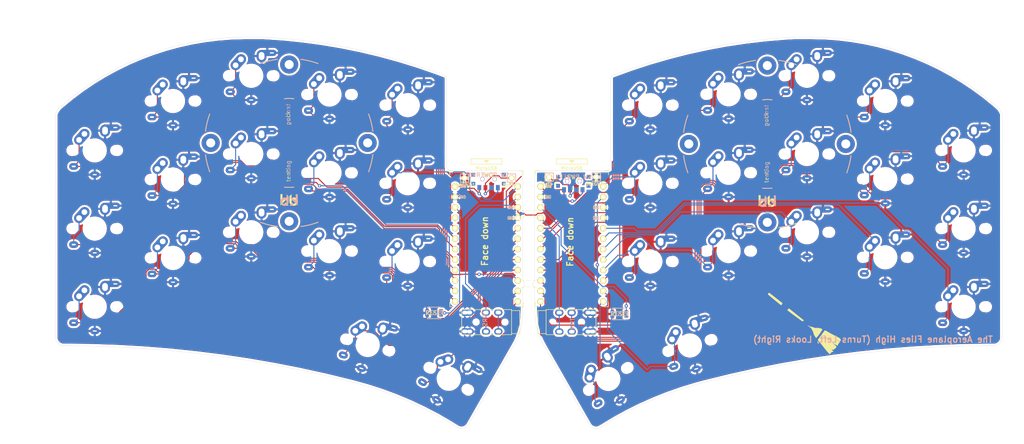
<source format=kicad_pcb>
(kicad_pcb (version 20171130) (host pcbnew 5.1.10)
  (layers (0 F.Cu signal) (31 B.Cu signal) (34 B.Paste user) (35 F.Paste user) (36 B.SilkS user) (37 F.SilkS user) (38 B.Mask user) (39 F.Mask user) (44 Edge.Cuts user))
  (net 0 "")
  (net 1 BT+)
  (net 2 gnd)
  (net 3 vcc)
  (net 4 Switch18)
  (net 5 reset)
  (net 6 Switch1)
  (net 7 Switch2)
  (net 8 Switch3)
  (net 9 Switch4)
  (net 10 Switch5)
  (net 11 Switch6)
  (net 12 Switch7)
  (net 13 Switch8)
  (net 14 Switch9)
  (net 15 Switch10)
  (net 16 Switch11)
  (net 17 Switch12)
  (net 18 Switch13)
  (net 19 Switch14)
  (net 20 Switch15)
  (net 21 Switch16)
  (net 22 Switch17)
  (net 23 "Net-(SW_POWER1-Pad1)")
  (net 24 raw)
  (net 25 BT+_r)
  (net 26 Switch18_r)
  (net 27 reset_r)
  (net 28 Switch9_r)
  (net 29 Switch10_r)
  (net 30 Switch11_r)
  (net 31 Switch12_r)
  (net 32 Switch13_r)
  (net 33 Switch14_r)
  (net 34 Switch15_r)
  (net 35 Switch16_r)
  (net 36 Switch17_r)
  (net 37 Switch1_r)
  (net 38 Switch2_r)
  (net 39 Switch3_r)
  (net 40 Switch4_r)
  (net 41 Switch5_r)
  (net 42 Switch6_r)
  (net 43 Switch7_r)
  (net 44 Switch8_r)
  (net 45 "Net-(SW_POWERR1-Pad1)")
  (module kbd:ProMicro_v3_min (layer F.Cu) (at 160.822 100.246)
    (fp_text reference U2 hide)
    (fp_text value ProMicro-kbd hide)
    (fp_text user GND (at 5.86 -6.8) (layer F.SilkS) (effects (font (size 0.75 0.5) (thickness 0.125))))
    (fp_text user GND (at 5.86 -6.77) (layer B.SilkS) (effects (font (size 0.75 0.5) (thickness 0.125)) (justify mirror)))
    (fp_text user GND (at 5.88 -9.38) (layer F.SilkS) (effects (font (size 0.75 0.5) (thickness 0.125))))
    (fp_text user GND (at 5.88 -9.35) (layer B.SilkS) (effects (font (size 0.75 0.5) (thickness 0.125)) (justify mirror)))
    (fp_text user GND (at -5.77 -11.88) (layer B.SilkS) (effects (font (size 0.75 0.5) (thickness 0.125)) (justify mirror)))
    (fp_text user GND (at -5.77 -11.91) (layer F.SilkS) (effects (font (size 0.75 0.5) (thickness 0.125))))
    (fp_text user RAW (at -5.67 -14.52) (layer F.SilkS) (effects (font (size 0.75 0.5) (thickness 0.125))))
    (fp_text user MicroUSB (at -0.05 -18.95) (layer F.SilkS) (effects (font (size 0.75 0.75) (thickness 0.12))))
    (fp_text user RAW (at -5.64 -14.52 unlocked) (layer B.SilkS) (effects (font (size 0.75 0.5) (thickness 0.125)) (justify mirror)))
    (fp_text user "" (at -0.5 -17.25) (layer F.SilkS))
    (fp_text user "" (at -1.2065 -16.256) (layer B.SilkS) (effects (justify mirror)))
    (pad 1 thru_hole circle (at 7.6114 -14.478) (size 1.524 1.524) (drill 0.8128) (layers *.Cu F.SilkS B.Mask) (net 29 Switch10_r))
    (pad 2 thru_hole circle (at 7.6114 -11.938) (size 1.524 1.524) (drill 0.8128) (layers *.Cu F.SilkS B.Mask) (net 26 Switch18_r))
    (pad 3 thru_hole circle (at 7.6114 -9.398) (size 1.524 1.524) (drill 0.8128) (layers *.Cu F.SilkS B.Mask) (net 2 gnd))
    (pad 4 thru_hole circle (at 7.6114 -6.858) (size 1.524 1.524) (drill 0.8128) (layers *.Cu F.SilkS B.Mask) (net 2 gnd))
    (pad 5 thru_hole circle (at 7.6114 -4.318) (size 1.524 1.524) (drill 0.8128) (layers *.Cu F.SilkS B.Mask) (net 30 Switch11_r))
    (pad 6 thru_hole circle (at 7.6114 -1.778) (size 1.524 1.524) (drill 0.8128) (layers *.Cu F.SilkS B.Mask) (net 31 Switch12_r))
    (pad 7 thru_hole circle (at 7.6114 0.762) (size 1.524 1.524) (drill 0.8128) (layers *.Cu F.SilkS B.Mask) (net 32 Switch13_r))
    (pad 8 thru_hole circle (at 7.6114 3.302) (size 1.524 1.524) (drill 0.8128) (layers *.Cu F.SilkS B.Mask) (net 33 Switch14_r))
    (pad 9 thru_hole circle (at 7.6114 5.842) (size 1.524 1.524) (drill 0.8128) (layers *.Cu F.SilkS B.Mask) (net 34 Switch15_r))
    (pad 10 thru_hole circle (at 7.6114 8.382) (size 1.524 1.524) (drill 0.8128) (layers *.Cu F.SilkS B.Mask) (net 37 Switch1_r))
    (pad 11 thru_hole circle (at 7.6114 10.922) (size 1.524 1.524) (drill 0.8128) (layers *.Cu F.SilkS B.Mask) (net 35 Switch16_r))
    (pad 12 thru_hole circle (at 7.6114 13.462) (size 1.524 1.524) (drill 0.8128) (layers *.Cu F.SilkS B.Mask) (net 36 Switch17_r))
    (pad 13 thru_hole circle (at -7.6086 13.462) (size 1.524 1.524) (drill 0.8128) (layers *.Cu F.SilkS B.Mask) (net 28 Switch9_r))
    (pad 14 thru_hole circle (at -7.6086 10.922) (size 1.524 1.524) (drill 0.8128) (layers *.Cu F.SilkS B.Mask) (net 44 Switch8_r))
    (pad 15 thru_hole circle (at -7.6086 8.382) (size 1.524 1.524) (drill 0.8128) (layers *.Cu F.SilkS B.Mask) (net 43 Switch7_r))
    (pad 16 thru_hole circle (at -7.6086 5.842) (size 1.524 1.524) (drill 0.8128) (layers *.Cu F.SilkS B.Mask) (net 42 Switch6_r))
    (pad 17 thru_hole circle (at -7.6086 3.302) (size 1.524 1.524) (drill 0.8128) (layers *.Cu F.SilkS B.Mask) (net 38 Switch2_r))
    (pad 18 thru_hole circle (at -7.6086 0.762) (size 1.524 1.524) (drill 0.8128) (layers *.Cu F.SilkS B.Mask) (net 39 Switch3_r))
    (pad 19 thru_hole circle (at -7.6086 -1.778) (size 1.524 1.524) (drill 0.8128) (layers *.Cu F.SilkS B.Mask) (net 40 Switch4_r))
    (pad 20 thru_hole circle (at -7.6086 -4.318) (size 1.524 1.524) (drill 0.8128) (layers *.Cu F.SilkS B.Mask) (net 41 Switch5_r))
    (pad 21 thru_hole circle (at -7.6086 -6.858) (size 1.524 1.524) (drill 0.8128) (layers *.Cu F.SilkS B.Mask) (net 3 vcc))
    (pad 22 thru_hole circle (at -7.6086 -9.398) (size 1.524 1.524) (drill 0.8128) (layers *.Cu F.SilkS B.Mask) (net 27 reset_r))
    (pad 23 thru_hole circle (at -7.6086 -11.938) (size 1.524 1.524) (drill 0.8128) (layers *.Cu F.SilkS B.Mask) (net 2 gnd))
    (pad 24 thru_hole circle (at -7.6086 -14.478) (size 1.524 1.524) (drill 0.8128) (layers *.Cu F.SilkS B.Mask) (net 24 raw))
  )
  (module kbd:ProMicro_v3_min (layer F.Cu) (at 140.094 100.246)
    (fp_text reference U1 hide)
    (fp_text value ProMicro-kbd hide)
    (fp_text user GND (at 5.86 -6.8) (layer F.SilkS) (effects (font (size 0.75 0.5) (thickness 0.125))))
    (fp_text user GND (at 5.86 -6.77) (layer B.SilkS) (effects (font (size 0.75 0.5) (thickness 0.125)) (justify mirror)))
    (fp_text user GND (at 5.88 -9.38) (layer F.SilkS) (effects (font (size 0.75 0.5) (thickness 0.125))))
    (fp_text user GND (at 5.88 -9.35) (layer B.SilkS) (effects (font (size 0.75 0.5) (thickness 0.125)) (justify mirror)))
    (fp_text user GND (at -5.77 -11.88) (layer B.SilkS) (effects (font (size 0.75 0.5) (thickness 0.125)) (justify mirror)))
    (fp_text user GND (at -5.77 -11.91) (layer F.SilkS) (effects (font (size 0.75 0.5) (thickness 0.125))))
    (fp_text user RAW (at -5.67 -14.52) (layer F.SilkS) (effects (font (size 0.75 0.5) (thickness 0.125))))
    (fp_text user MicroUSB (at -0.05 -18.95) (layer F.SilkS) (effects (font (size 0.75 0.75) (thickness 0.12))))
    (fp_text user RAW (at -5.64 -14.52 unlocked) (layer B.SilkS) (effects (font (size 0.75 0.5) (thickness 0.125)) (justify mirror)))
    (fp_text user "" (at -0.5 -17.25) (layer F.SilkS))
    (fp_text user "" (at -1.2065 -16.256) (layer B.SilkS) (effects (justify mirror)))
    (pad 1 thru_hole circle (at 7.6114 -14.478) (size 1.524 1.524) (drill 0.8128) (layers *.Cu F.SilkS B.Mask) (net 15 Switch10))
    (pad 2 thru_hole circle (at 7.6114 -11.938) (size 1.524 1.524) (drill 0.8128) (layers *.Cu F.SilkS B.Mask) (net 4 Switch18))
    (pad 3 thru_hole circle (at 7.6114 -9.398) (size 1.524 1.524) (drill 0.8128) (layers *.Cu F.SilkS B.Mask) (net 2 gnd))
    (pad 4 thru_hole circle (at 7.6114 -6.858) (size 1.524 1.524) (drill 0.8128) (layers *.Cu F.SilkS B.Mask) (net 2 gnd))
    (pad 5 thru_hole circle (at 7.6114 -4.318) (size 1.524 1.524) (drill 0.8128) (layers *.Cu F.SilkS B.Mask) (net 16 Switch11))
    (pad 6 thru_hole circle (at 7.6114 -1.778) (size 1.524 1.524) (drill 0.8128) (layers *.Cu F.SilkS B.Mask) (net 17 Switch12))
    (pad 7 thru_hole circle (at 7.6114 0.762) (size 1.524 1.524) (drill 0.8128) (layers *.Cu F.SilkS B.Mask) (net 18 Switch13))
    (pad 8 thru_hole circle (at 7.6114 3.302) (size 1.524 1.524) (drill 0.8128) (layers *.Cu F.SilkS B.Mask) (net 19 Switch14))
    (pad 9 thru_hole circle (at 7.6114 5.842) (size 1.524 1.524) (drill 0.8128) (layers *.Cu F.SilkS B.Mask) (net 20 Switch15))
    (pad 10 thru_hole circle (at 7.6114 8.382) (size 1.524 1.524) (drill 0.8128) (layers *.Cu F.SilkS B.Mask) (net 6 Switch1))
    (pad 11 thru_hole circle (at 7.6114 10.922) (size 1.524 1.524) (drill 0.8128) (layers *.Cu F.SilkS B.Mask) (net 21 Switch16))
    (pad 12 thru_hole circle (at 7.6114 13.462) (size 1.524 1.524) (drill 0.8128) (layers *.Cu F.SilkS B.Mask) (net 22 Switch17))
    (pad 13 thru_hole circle (at -7.6086 13.462) (size 1.524 1.524) (drill 0.8128) (layers *.Cu F.SilkS B.Mask) (net 14 Switch9))
    (pad 14 thru_hole circle (at -7.6086 10.922) (size 1.524 1.524) (drill 0.8128) (layers *.Cu F.SilkS B.Mask) (net 13 Switch8))
    (pad 15 thru_hole circle (at -7.6086 8.382) (size 1.524 1.524) (drill 0.8128) (layers *.Cu F.SilkS B.Mask) (net 12 Switch7))
    (pad 16 thru_hole circle (at -7.6086 5.842) (size 1.524 1.524) (drill 0.8128) (layers *.Cu F.SilkS B.Mask) (net 11 Switch6))
    (pad 17 thru_hole circle (at -7.6086 3.302) (size 1.524 1.524) (drill 0.8128) (layers *.Cu F.SilkS B.Mask) (net 7 Switch2))
    (pad 18 thru_hole circle (at -7.6086 0.762) (size 1.524 1.524) (drill 0.8128) (layers *.Cu F.SilkS B.Mask) (net 8 Switch3))
    (pad 19 thru_hole circle (at -7.6086 -1.778) (size 1.524 1.524) (drill 0.8128) (layers *.Cu F.SilkS B.Mask) (net 9 Switch4))
    (pad 20 thru_hole circle (at -7.6086 -4.318) (size 1.524 1.524) (drill 0.8128) (layers *.Cu F.SilkS B.Mask) (net 10 Switch5))
    (pad 21 thru_hole circle (at -7.6086 -6.858) (size 1.524 1.524) (drill 0.8128) (layers *.Cu F.SilkS B.Mask) (net 3 vcc))
    (pad 22 thru_hole circle (at -7.6086 -9.398) (size 1.524 1.524) (drill 0.8128) (layers *.Cu F.SilkS B.Mask) (net 5 reset))
    (pad 23 thru_hole circle (at -7.6086 -11.938) (size 1.524 1.524) (drill 0.8128) (layers *.Cu F.SilkS B.Mask) (net 2 gnd))
    (pad 24 thru_hole circle (at -7.6086 -14.478) (size 1.524 1.524) (drill 0.8128) (layers *.Cu F.SilkS B.Mask) (net 24 raw))
  )
  (module kbd:SW_SPST_B3U-1000P (layer B.Cu) (at 127.394 116.502)
    (fp_text reference RSW1 hide)
    (fp_text value SW_Push)
    (fp_text user RESET (at 0.127 0) (layer F.SilkS))
    (pad 2 smd rect (at 1.7 0) (size 0.9 1.7) (layers B.Cu B.Paste B.Mask) (net 5 reset))
    (pad 1 smd rect (at -1.7 0) (size 0.9 1.7) (layers B.Cu B.Paste B.Mask) (net 2 gnd))
  )
  (module kbd:SW_SPST_B3U-1000P (layer F.Cu) (at 127.394 116.502)
    (fp_text reference RSW1 hide)
    (fp_text value SW_Push)
    (fp_text user RESET (at 0.127 0) (layer B.SilkS) (effects (justify mirror)))
    (pad 1 smd rect (at -1.7 0) (size 0.9 1.7) (layers F.Cu F.Paste F.Mask) (net 2 gnd))
    (pad 2 smd rect (at 1.7 0) (size 0.9 1.7) (layers F.Cu F.Paste F.Mask) (net 5 reset))
  )
  (module Kailh:keyswitch_cherrymx_alps_choc12_1u (layer F.Cu) (at 120.98 104.008)
    (fp_text reference SW18 hide)
    (fp_text value SW_Push hide)
    (pad "" np_thru_hole circle (at -5.08 0) (size 1.7 1.7) (drill 1.7) (layers *.Cu))
    (pad "" np_thru_hole circle (at 5.08 0) (size 1.7 1.7) (drill 1.7) (layers *.Cu))
    (pad 2 thru_hole oval (at 0 5.9) (size 2.2 1.5) (drill oval 1 0.3) (layers *.Cu B.Mask) (net 2 gnd))
    (pad "" np_thru_hole circle (at 5.5 0 90) (size 1.8 1.8) (drill 1.8) (layers *.Cu))
    (pad "" np_thru_hole circle (at -5.5 0 90) (size 1.8 1.8) (drill 1.8) (layers *.Cu))
    (pad "" np_thru_hole circle (at 0 0 90) (size 4.9 4.9) (drill 4.9) (layers *.Cu))
    (pad 1 thru_hole oval (at -5.1 3.9) (size 2.2 1.6) (drill oval 1 0.4) (layers *.Cu B.Mask) (net 20 Switch15))
    (pad 2 thru_hole oval (at 5 -5.55 0.5) (size 4.4 1.5) (drill oval 1 0.3 (offset -1.1 0)) (layers *.Cu B.Mask) (net 2 gnd))
    (pad 1 thru_hole circle (at -2.5 -4) (size 2.4 2.4) (drill 1.4) (layers *.Cu B.Mask) (net 20 Switch15))
    (pad 2 thru_hole oval (at 2.5 -4.8) (size 2.4 2.95) (drill oval 1.4 1.95) (layers *.Cu B.Mask) (net 2 gnd))
    (pad 1 thru_hole oval (at -3.8 -2.55 318) (size 2.4 4.4) (drill 1.4 (offset 0 -1)) (layers *.Cu B.Mask) (net 20 Switch15))
  )
  (module Kailh:keyswitch_cherrymx_alps_choc12_1u (layer F.Cu) (at 111.272 124.288 345)
    (fp_text reference SW21 hide)
    (fp_text value SW_Push hide)
    (pad "" np_thru_hole circle (at -5.08 0 345) (size 1.7 1.7) (drill 1.7) (layers *.Cu))
    (pad "" np_thru_hole circle (at 5.08 0 345) (size 1.7 1.7) (drill 1.7) (layers *.Cu))
    (pad 2 thru_hole oval (at 0 5.9 345) (size 2.2 1.5) (drill oval 1 0.3) (layers *.Cu B.Mask) (net 2 gnd))
    (pad "" np_thru_hole circle (at 5.5 0 75) (size 1.8 1.8) (drill 1.8) (layers *.Cu))
    (pad "" np_thru_hole circle (at -5.5 0 75) (size 1.8 1.8) (drill 1.8) (layers *.Cu))
    (pad "" np_thru_hole circle (at 0 0 75) (size 4.9 4.9) (drill 4.9) (layers *.Cu))
    (pad 1 thru_hole oval (at -5.1 3.9 345) (size 2.2 1.6) (drill oval 1 0.4) (layers *.Cu B.Mask) (net 21 Switch16))
    (pad 2 thru_hole oval (at 5 -5.55 345.5) (size 4.4 1.5) (drill oval 1 0.3 (offset -1.1 0)) (layers *.Cu B.Mask) (net 2 gnd))
    (pad 1 thru_hole circle (at -2.5 -4 345) (size 2.4 2.4) (drill 1.4) (layers *.Cu B.Mask) (net 21 Switch16))
    (pad 2 thru_hole oval (at 2.5 -4.8 345) (size 2.4 2.95) (drill oval 1.4 1.95) (layers *.Cu B.Mask) (net 2 gnd))
    (pad 1 thru_hole oval (at -3.8 -2.55 303) (size 2.4 4.4) (drill 1.4 (offset 0 -1)) (layers *.Cu B.Mask) (net 21 Switch16))
  )
  (module Kailh:keyswitch_cherrymx_alps_choc12_1u (layer F.Cu) (at 189.484 124.41 15)
    (fp_text reference SW21_r1 hide)
    (fp_text value SW_Push hide)
    (pad "" np_thru_hole circle (at -5.08 0 15) (size 1.7 1.7) (drill 1.7) (layers *.Cu))
    (pad "" np_thru_hole circle (at 5.08 0 15) (size 1.7 1.7) (drill 1.7) (layers *.Cu))
    (pad 2 thru_hole oval (at 0 5.9 15) (size 2.2 1.5) (drill oval 1 0.3) (layers *.Cu B.Mask) (net 2 gnd))
    (pad "" np_thru_hole circle (at 5.5 0 105) (size 1.8 1.8) (drill 1.8) (layers *.Cu))
    (pad "" np_thru_hole circle (at -5.5 0 105) (size 1.8 1.8) (drill 1.8) (layers *.Cu))
    (pad "" np_thru_hole circle (at 0 0 105) (size 4.9 4.9) (drill 4.9) (layers *.Cu))
    (pad 1 thru_hole oval (at -5.1 3.9 15) (size 2.2 1.6) (drill oval 1 0.4) (layers *.Cu B.Mask) (net 35 Switch16_r))
    (pad 2 thru_hole oval (at 5 -5.55 15.5) (size 4.4 1.5) (drill oval 1 0.3 (offset -1.1 0)) (layers *.Cu B.Mask) (net 2 gnd))
    (pad 1 thru_hole circle (at -2.5 -4 15) (size 2.4 2.4) (drill 1.4) (layers *.Cu B.Mask) (net 35 Switch16_r))
    (pad 2 thru_hole oval (at 2.5 -4.8 15) (size 2.4 2.95) (drill oval 1.4 1.95) (layers *.Cu B.Mask) (net 2 gnd))
    (pad 1 thru_hole oval (at -3.8 -2.55 333) (size 2.4 4.4) (drill 1.4 (offset 0 -1)) (layers *.Cu B.Mask) (net 35 Switch16_r))
  )
  (module Kailh:keyswitch_cherrymx_alps_choc12_1u (layer F.Cu) (at 169.672 132.542 30)
    (fp_text reference SW20_r1 hide)
    (fp_text value SW_Push hide)
    (pad "" np_thru_hole circle (at -5.08 0 30) (size 1.7 1.7) (drill 1.7) (layers *.Cu))
    (pad "" np_thru_hole circle (at 5.08 0 30) (size 1.7 1.7) (drill 1.7) (layers *.Cu))
    (pad 2 thru_hole oval (at 0 5.9 30) (size 2.2 1.5) (drill oval 1 0.3) (layers *.Cu B.Mask) (net 2 gnd))
    (pad "" np_thru_hole circle (at 5.5 0 120) (size 1.8 1.8) (drill 1.8) (layers *.Cu))
    (pad "" np_thru_hole circle (at -5.5 0 120) (size 1.8 1.8) (drill 1.8) (layers *.Cu))
    (pad "" np_thru_hole circle (at 0 0 120) (size 4.9 4.9) (drill 4.9) (layers *.Cu))
    (pad 1 thru_hole oval (at -5.1 3.9 30) (size 2.2 1.6) (drill oval 1 0.4) (layers *.Cu B.Mask) (net 36 Switch17_r))
    (pad 2 thru_hole oval (at 5 -5.55 30.5) (size 4.4 1.5) (drill oval 1 0.3 (offset -1.1 0)) (layers *.Cu B.Mask) (net 2 gnd))
    (pad 1 thru_hole circle (at -2.5 -4 30) (size 2.4 2.4) (drill 1.4) (layers *.Cu B.Mask) (net 36 Switch17_r))
    (pad 2 thru_hole oval (at 2.5 -4.8 30) (size 2.4 2.95) (drill oval 1.4 1.95) (layers *.Cu B.Mask) (net 2 gnd))
    (pad 1 thru_hole oval (at -3.8 -2.55 348) (size 2.4 4.4) (drill 1.4 (offset 0 -1)) (layers *.Cu B.Mask) (net 36 Switch17_r))
  )
  (module Kailh:keyswitch_cherrymx_alps_choc12_1u (layer F.Cu) (at 217.892 77.878)
    (fp_text reference SW9_r1 hide)
    (fp_text value SW_Push hide)
    (pad "" np_thru_hole circle (at -5.08 0) (size 1.7 1.7) (drill 1.7) (layers *.Cu))
    (pad "" np_thru_hole circle (at 5.08 0) (size 1.7 1.7) (drill 1.7) (layers *.Cu))
    (pad 2 thru_hole oval (at 0 5.9) (size 2.2 1.5) (drill oval 1 0.3) (layers *.Cu B.Mask) (net 2 gnd))
    (pad "" np_thru_hole circle (at 5.5 0 90) (size 1.8 1.8) (drill 1.8) (layers *.Cu))
    (pad "" np_thru_hole circle (at -5.5 0 90) (size 1.8 1.8) (drill 1.8) (layers *.Cu))
    (pad "" np_thru_hole circle (at 0 0 90) (size 4.9 4.9) (drill 4.9) (layers *.Cu))
    (pad 1 thru_hole oval (at -5.1 3.9) (size 2.2 1.6) (drill oval 1 0.4) (layers *.Cu B.Mask) (net 44 Switch8_r))
    (pad 2 thru_hole oval (at 5 -5.55 0.5) (size 4.4 1.5) (drill oval 1 0.3 (offset -1.1 0)) (layers *.Cu B.Mask) (net 2 gnd))
    (pad 1 thru_hole circle (at -2.5 -4) (size 2.4 2.4) (drill 1.4) (layers *.Cu B.Mask) (net 44 Switch8_r))
    (pad 2 thru_hole oval (at 2.5 -4.8) (size 2.4 2.95) (drill oval 1.4 1.95) (layers *.Cu B.Mask) (net 2 gnd))
    (pad 1 thru_hole oval (at -3.8 -2.55 318) (size 2.4 4.4) (drill 1.4 (offset 0 -1)) (layers *.Cu B.Mask) (net 44 Switch8_r))
  )
  (module Kailh:keyswitch_cherrymx_alps_choc12_1u (layer F.Cu) (at 236.918 83.974)
    (fp_text reference SW8_r1 hide)
    (fp_text value SW_Push hide)
    (pad "" np_thru_hole circle (at -5.08 0) (size 1.7 1.7) (drill 1.7) (layers *.Cu))
    (pad "" np_thru_hole circle (at 5.08 0) (size 1.7 1.7) (drill 1.7) (layers *.Cu))
    (pad 2 thru_hole oval (at 0 5.9) (size 2.2 1.5) (drill oval 1 0.3) (layers *.Cu B.Mask) (net 2 gnd))
    (pad "" np_thru_hole circle (at 5.5 0 90) (size 1.8 1.8) (drill 1.8) (layers *.Cu))
    (pad "" np_thru_hole circle (at -5.5 0 90) (size 1.8 1.8) (drill 1.8) (layers *.Cu))
    (pad "" np_thru_hole circle (at 0 0 90) (size 4.9 4.9) (drill 4.9) (layers *.Cu))
    (pad 1 thru_hole oval (at -5.1 3.9) (size 2.2 1.6) (drill oval 1 0.4) (layers *.Cu B.Mask) (net 43 Switch7_r))
    (pad 2 thru_hole oval (at 5 -5.55 0.5) (size 4.4 1.5) (drill oval 1 0.3 (offset -1.1 0)) (layers *.Cu B.Mask) (net 2 gnd))
    (pad 1 thru_hole circle (at -2.5 -4) (size 2.4 2.4) (drill 1.4) (layers *.Cu B.Mask) (net 43 Switch7_r))
    (pad 2 thru_hole oval (at 2.5 -4.8) (size 2.4 2.95) (drill oval 1.4 1.95) (layers *.Cu B.Mask) (net 2 gnd))
    (pad 1 thru_hole oval (at -3.8 -2.55 318) (size 2.4 4.4) (drill 1.4 (offset 0 -1)) (layers *.Cu B.Mask) (net 43 Switch7_r))
  )
  (module Kailh:keyswitch_cherrymx_alps_choc12_1u (layer F.Cu) (at 255.936 96)
    (fp_text reference SW7_r1 hide)
    (fp_text value SW_Push hide)
    (pad "" np_thru_hole circle (at -5.08 0) (size 1.7 1.7) (drill 1.7) (layers *.Cu))
    (pad "" np_thru_hole circle (at 5.08 0) (size 1.7 1.7) (drill 1.7) (layers *.Cu))
    (pad 2 thru_hole oval (at 0 5.9) (size 2.2 1.5) (drill oval 1 0.3) (layers *.Cu B.Mask) (net 2 gnd))
    (pad "" np_thru_hole circle (at 5.5 0 90) (size 1.8 1.8) (drill 1.8) (layers *.Cu))
    (pad "" np_thru_hole circle (at -5.5 0 90) (size 1.8 1.8) (drill 1.8) (layers *.Cu))
    (pad "" np_thru_hole circle (at 0 0 90) (size 4.9 4.9) (drill 4.9) (layers *.Cu))
    (pad 1 thru_hole oval (at -5.1 3.9) (size 2.2 1.6) (drill oval 1 0.4) (layers *.Cu B.Mask) (net 42 Switch6_r))
    (pad 2 thru_hole oval (at 5 -5.55 0.5) (size 4.4 1.5) (drill oval 1 0.3 (offset -1.1 0)) (layers *.Cu B.Mask) (net 2 gnd))
    (pad 1 thru_hole circle (at -2.5 -4) (size 2.4 2.4) (drill 1.4) (layers *.Cu B.Mask) (net 42 Switch6_r))
    (pad 2 thru_hole oval (at 2.5 -4.8) (size 2.4 2.95) (drill oval 1.4 1.95) (layers *.Cu B.Mask) (net 2 gnd))
    (pad 1 thru_hole oval (at -3.8 -2.55 318) (size 2.4 4.4) (drill 1.4 (offset 0 -1)) (layers *.Cu B.Mask) (net 42 Switch6_r))
  )
  (module Kailh:keyswitch_cherrymx_alps_choc12_1u (layer F.Cu) (at 179.89 66)
    (fp_text reference SW6_r1 hide)
    (fp_text value SW_Push hide)
    (pad "" np_thru_hole circle (at -5.08 0) (size 1.7 1.7) (drill 1.7) (layers *.Cu))
    (pad "" np_thru_hole circle (at 5.08 0) (size 1.7 1.7) (drill 1.7) (layers *.Cu))
    (pad 2 thru_hole oval (at 0 5.9) (size 2.2 1.5) (drill oval 1 0.3) (layers *.Cu B.Mask) (net 2 gnd))
    (pad "" np_thru_hole circle (at 5.5 0 90) (size 1.8 1.8) (drill 1.8) (layers *.Cu))
    (pad "" np_thru_hole circle (at -5.5 0 90) (size 1.8 1.8) (drill 1.8) (layers *.Cu))
    (pad "" np_thru_hole circle (at 0 0 90) (size 4.9 4.9) (drill 4.9) (layers *.Cu))
    (pad 1 thru_hole oval (at -5.1 3.9) (size 2.2 1.6) (drill oval 1 0.4) (layers *.Cu B.Mask) (net 41 Switch5_r))
    (pad 2 thru_hole oval (at 5 -5.55 0.5) (size 4.4 1.5) (drill oval 1 0.3 (offset -1.1 0)) (layers *.Cu B.Mask) (net 2 gnd))
    (pad 1 thru_hole circle (at -2.5 -4) (size 2.4 2.4) (drill 1.4) (layers *.Cu B.Mask) (net 41 Switch5_r))
    (pad 2 thru_hole oval (at 2.5 -4.8) (size 2.4 2.95) (drill oval 1.4 1.95) (layers *.Cu B.Mask) (net 2 gnd))
    (pad 1 thru_hole oval (at -3.8 -2.55 318) (size 2.4 4.4) (drill 1.4 (offset 0 -1)) (layers *.Cu B.Mask) (net 41 Switch5_r))
  )
  (module Kailh:keyswitch_cherrymx_alps_choc12_1u (layer F.Cu) (at 198.89 63.368)
    (fp_text reference SW5_r1 hide)
    (fp_text value SW_Push hide)
    (pad "" np_thru_hole circle (at -5.08 0) (size 1.7 1.7) (drill 1.7) (layers *.Cu))
    (pad "" np_thru_hole circle (at 5.08 0) (size 1.7 1.7) (drill 1.7) (layers *.Cu))
    (pad 2 thru_hole oval (at 0 5.9) (size 2.2 1.5) (drill oval 1 0.3) (layers *.Cu B.Mask) (net 2 gnd))
    (pad "" np_thru_hole circle (at 5.5 0 90) (size 1.8 1.8) (drill 1.8) (layers *.Cu))
    (pad "" np_thru_hole circle (at -5.5 0 90) (size 1.8 1.8) (drill 1.8) (layers *.Cu))
    (pad "" np_thru_hole circle (at 0 0 90) (size 4.9 4.9) (drill 4.9) (layers *.Cu))
    (pad 1 thru_hole oval (at -5.1 3.9) (size 2.2 1.6) (drill oval 1 0.4) (layers *.Cu B.Mask) (net 40 Switch4_r))
    (pad 2 thru_hole oval (at 5 -5.55 0.5) (size 4.4 1.5) (drill oval 1 0.3 (offset -1.1 0)) (layers *.Cu B.Mask) (net 2 gnd))
    (pad 1 thru_hole circle (at -2.5 -4) (size 2.4 2.4) (drill 1.4) (layers *.Cu B.Mask) (net 40 Switch4_r))
    (pad 2 thru_hole oval (at 2.5 -4.8) (size 2.4 2.95) (drill oval 1.4 1.95) (layers *.Cu B.Mask) (net 2 gnd))
    (pad 1 thru_hole oval (at -3.8 -2.55 318) (size 2.4 4.4) (drill 1.4 (offset 0 -1)) (layers *.Cu B.Mask) (net 40 Switch4_r))
  )
  (module Kailh:keyswitch_cherrymx_alps_choc12_1u (layer F.Cu) (at 217.892 58.86)
    (fp_text reference SW4_r1 hide)
    (fp_text value SW_Push hide)
    (pad "" np_thru_hole circle (at -5.08 0) (size 1.7 1.7) (drill 1.7) (layers *.Cu))
    (pad "" np_thru_hole circle (at 5.08 0) (size 1.7 1.7) (drill 1.7) (layers *.Cu))
    (pad 2 thru_hole oval (at 0 5.9) (size 2.2 1.5) (drill oval 1 0.3) (layers *.Cu B.Mask) (net 2 gnd))
    (pad "" np_thru_hole circle (at 5.5 0 90) (size 1.8 1.8) (drill 1.8) (layers *.Cu))
    (pad "" np_thru_hole circle (at -5.5 0 90) (size 1.8 1.8) (drill 1.8) (layers *.Cu))
    (pad "" np_thru_hole circle (at 0 0 90) (size 4.9 4.9) (drill 4.9) (layers *.Cu))
    (pad 1 thru_hole oval (at -5.1 3.9) (size 2.2 1.6) (drill oval 1 0.4) (layers *.Cu B.Mask) (net 39 Switch3_r))
    (pad 2 thru_hole oval (at 5 -5.55 0.5) (size 4.4 1.5) (drill oval 1 0.3 (offset -1.1 0)) (layers *.Cu B.Mask) (net 2 gnd))
    (pad 1 thru_hole circle (at -2.5 -4) (size 2.4 2.4) (drill 1.4) (layers *.Cu B.Mask) (net 39 Switch3_r))
    (pad 2 thru_hole oval (at 2.5 -4.8) (size 2.4 2.95) (drill oval 1.4 1.95) (layers *.Cu B.Mask) (net 2 gnd))
    (pad 1 thru_hole oval (at -3.8 -2.55 318) (size 2.4 4.4) (drill 1.4 (offset 0 -1)) (layers *.Cu B.Mask) (net 39 Switch3_r))
  )
  (module Kailh:keyswitch_cherrymx_alps_choc12_1u (layer F.Cu) (at 236.918 65)
    (fp_text reference SW3_r1 hide)
    (fp_text value SW_Push hide)
    (pad "" np_thru_hole circle (at -5.08 0) (size 1.7 1.7) (drill 1.7) (layers *.Cu))
    (pad "" np_thru_hole circle (at 5.08 0) (size 1.7 1.7) (drill 1.7) (layers *.Cu))
    (pad 2 thru_hole oval (at 0 5.9) (size 2.2 1.5) (drill oval 1 0.3) (layers *.Cu B.Mask) (net 2 gnd))
    (pad "" np_thru_hole circle (at 5.5 0 90) (size 1.8 1.8) (drill 1.8) (layers *.Cu))
    (pad "" np_thru_hole circle (at -5.5 0 90) (size 1.8 1.8) (drill 1.8) (layers *.Cu))
    (pad "" np_thru_hole circle (at 0 0 90) (size 4.9 4.9) (drill 4.9) (layers *.Cu))
    (pad 1 thru_hole oval (at -5.1 3.9) (size 2.2 1.6) (drill oval 1 0.4) (layers *.Cu B.Mask) (net 38 Switch2_r))
    (pad 2 thru_hole oval (at 5 -5.55 0.5) (size 4.4 1.5) (drill oval 1 0.3 (offset -1.1 0)) (layers *.Cu B.Mask) (net 2 gnd))
    (pad 1 thru_hole circle (at -2.5 -4) (size 2.4 2.4) (drill 1.4) (layers *.Cu B.Mask) (net 38 Switch2_r))
    (pad 2 thru_hole oval (at 2.5 -4.8) (size 2.4 2.95) (drill oval 1.4 1.95) (layers *.Cu B.Mask) (net 2 gnd))
    (pad 1 thru_hole oval (at -3.8 -2.55 318) (size 2.4 4.4) (drill 1.4 (offset 0 -1)) (layers *.Cu B.Mask) (net 38 Switch2_r))
  )
  (module Kailh:keyswitch_cherrymx_alps_choc12_1u (layer F.Cu) (at 255.936 77)
    (fp_text reference SW2_r1 hide)
    (fp_text value SW_Push hide)
    (pad "" np_thru_hole circle (at -5.08 0) (size 1.7 1.7) (drill 1.7) (layers *.Cu))
    (pad "" np_thru_hole circle (at 5.08 0) (size 1.7 1.7) (drill 1.7) (layers *.Cu))
    (pad 2 thru_hole oval (at 0 5.9) (size 2.2 1.5) (drill oval 1 0.3) (layers *.Cu B.Mask) (net 2 gnd))
    (pad "" np_thru_hole circle (at 5.5 0 90) (size 1.8 1.8) (drill 1.8) (layers *.Cu))
    (pad "" np_thru_hole circle (at -5.5 0 90) (size 1.8 1.8) (drill 1.8) (layers *.Cu))
    (pad "" np_thru_hole circle (at 0 0 90) (size 4.9 4.9) (drill 4.9) (layers *.Cu))
    (pad 1 thru_hole oval (at -5.1 3.9) (size 2.2 1.6) (drill oval 1 0.4) (layers *.Cu B.Mask) (net 37 Switch1_r))
    (pad 2 thru_hole oval (at 5 -5.55 0.5) (size 4.4 1.5) (drill oval 1 0.3 (offset -1.1 0)) (layers *.Cu B.Mask) (net 2 gnd))
    (pad 1 thru_hole circle (at -2.5 -4) (size 2.4 2.4) (drill 1.4) (layers *.Cu B.Mask) (net 37 Switch1_r))
    (pad 2 thru_hole oval (at 2.5 -4.8) (size 2.4 2.95) (drill oval 1.4 1.95) (layers *.Cu B.Mask) (net 2 gnd))
    (pad 1 thru_hole oval (at -3.8 -2.55 318) (size 2.4 4.4) (drill 1.4 (offset 0 -1)) (layers *.Cu B.Mask) (net 37 Switch1_r))
  )
  (module Kailh:keyswitch_cherrymx_alps_choc12_1u (layer F.Cu) (at 236.918 102.992)
    (fp_text reference SW18_r1 hide)
    (fp_text value SW_Push hide)
    (pad "" np_thru_hole circle (at -5.08 0) (size 1.7 1.7) (drill 1.7) (layers *.Cu))
    (pad "" np_thru_hole circle (at 5.08 0) (size 1.7 1.7) (drill 1.7) (layers *.Cu))
    (pad 2 thru_hole oval (at 0 5.9) (size 2.2 1.5) (drill oval 1 0.3) (layers *.Cu B.Mask) (net 2 gnd))
    (pad "" np_thru_hole circle (at 5.5 0 90) (size 1.8 1.8) (drill 1.8) (layers *.Cu))
    (pad "" np_thru_hole circle (at -5.5 0 90) (size 1.8 1.8) (drill 1.8) (layers *.Cu))
    (pad "" np_thru_hole circle (at 0 0 90) (size 4.9 4.9) (drill 4.9) (layers *.Cu))
    (pad 1 thru_hole oval (at -5.1 3.9) (size 2.2 1.6) (drill oval 1 0.4) (layers *.Cu B.Mask) (net 31 Switch12_r))
    (pad 2 thru_hole oval (at 5 -5.55 0.5) (size 4.4 1.5) (drill oval 1 0.3 (offset -1.1 0)) (layers *.Cu B.Mask) (net 2 gnd))
    (pad 1 thru_hole circle (at -2.5 -4) (size 2.4 2.4) (drill 1.4) (layers *.Cu B.Mask) (net 31 Switch12_r))
    (pad 2 thru_hole oval (at 2.5 -4.8) (size 2.4 2.95) (drill oval 1.4 1.95) (layers *.Cu B.Mask) (net 2 gnd))
    (pad 1 thru_hole oval (at -3.8 -2.55 318) (size 2.4 4.4) (drill 1.4 (offset 0 -1)) (layers *.Cu B.Mask) (net 31 Switch12_r))
  )
  (module Kailh:keyswitch_cherrymx_alps_choc12_1u (layer F.Cu) (at 179.89 104.008)
    (fp_text reference SW17_r1 hide)
    (fp_text value SW_Push hide)
    (pad "" np_thru_hole circle (at -5.08 0) (size 1.7 1.7) (drill 1.7) (layers *.Cu))
    (pad "" np_thru_hole circle (at 5.08 0) (size 1.7 1.7) (drill 1.7) (layers *.Cu))
    (pad 2 thru_hole oval (at 0 5.9) (size 2.2 1.5) (drill oval 1 0.3) (layers *.Cu B.Mask) (net 2 gnd))
    (pad "" np_thru_hole circle (at 5.5 0 90) (size 1.8 1.8) (drill 1.8) (layers *.Cu))
    (pad "" np_thru_hole circle (at -5.5 0 90) (size 1.8 1.8) (drill 1.8) (layers *.Cu))
    (pad "" np_thru_hole circle (at 0 0 90) (size 4.9 4.9) (drill 4.9) (layers *.Cu))
    (pad 1 thru_hole oval (at -5.1 3.9) (size 2.2 1.6) (drill oval 1 0.4) (layers *.Cu B.Mask) (net 34 Switch15_r))
    (pad 2 thru_hole oval (at 5 -5.55 0.5) (size 4.4 1.5) (drill oval 1 0.3 (offset -1.1 0)) (layers *.Cu B.Mask) (net 2 gnd))
    (pad 1 thru_hole circle (at -2.5 -4) (size 2.4 2.4) (drill 1.4) (layers *.Cu B.Mask) (net 34 Switch15_r))
    (pad 2 thru_hole oval (at 2.5 -4.8) (size 2.4 2.95) (drill oval 1.4 1.95) (layers *.Cu B.Mask) (net 2 gnd))
    (pad 1 thru_hole oval (at -3.8 -2.55 318) (size 2.4 4.4) (drill 1.4 (offset 0 -1)) (layers *.Cu B.Mask) (net 34 Switch15_r))
  )
  (module Kailh:keyswitch_cherrymx_alps_choc12_1u (layer F.Cu) (at 198.89 101.468)
    (fp_text reference SW16_r1 hide)
    (fp_text value SW_Push hide)
    (pad "" np_thru_hole circle (at -5.08 0) (size 1.7 1.7) (drill 1.7) (layers *.Cu))
    (pad "" np_thru_hole circle (at 5.08 0) (size 1.7 1.7) (drill 1.7) (layers *.Cu))
    (pad 2 thru_hole oval (at 0 5.9) (size 2.2 1.5) (drill oval 1 0.3) (layers *.Cu B.Mask) (net 2 gnd))
    (pad "" np_thru_hole circle (at 5.5 0 90) (size 1.8 1.8) (drill 1.8) (layers *.Cu))
    (pad "" np_thru_hole circle (at -5.5 0 90) (size 1.8 1.8) (drill 1.8) (layers *.Cu))
    (pad "" np_thru_hole circle (at 0 0 90) (size 4.9 4.9) (drill 4.9) (layers *.Cu))
    (pad 1 thru_hole oval (at -5.1 3.9) (size 2.2 1.6) (drill oval 1 0.4) (layers *.Cu B.Mask) (net 33 Switch14_r))
    (pad 2 thru_hole oval (at 5 -5.55 0.5) (size 4.4 1.5) (drill oval 1 0.3 (offset -1.1 0)) (layers *.Cu B.Mask) (net 2 gnd))
    (pad 1 thru_hole circle (at -2.5 -4) (size 2.4 2.4) (drill 1.4) (layers *.Cu B.Mask) (net 33 Switch14_r))
    (pad 2 thru_hole oval (at 2.5 -4.8) (size 2.4 2.95) (drill oval 1.4 1.95) (layers *.Cu B.Mask) (net 2 gnd))
    (pad 1 thru_hole oval (at -3.8 -2.55 318) (size 2.4 4.4) (drill 1.4 (offset 0 -1)) (layers *.Cu B.Mask) (net 33 Switch14_r))
  )
  (module Kailh:keyswitch_cherrymx_alps_choc12_1u (layer F.Cu) (at 217.892 96.896)
    (fp_text reference SW15_r1 hide)
    (fp_text value SW_Push hide)
    (pad "" np_thru_hole circle (at -5.08 0) (size 1.7 1.7) (drill 1.7) (layers *.Cu))
    (pad "" np_thru_hole circle (at 5.08 0) (size 1.7 1.7) (drill 1.7) (layers *.Cu))
    (pad 2 thru_hole oval (at 0 5.9) (size 2.2 1.5) (drill oval 1 0.3) (layers *.Cu B.Mask) (net 2 gnd))
    (pad "" np_thru_hole circle (at 5.5 0 90) (size 1.8 1.8) (drill 1.8) (layers *.Cu))
    (pad "" np_thru_hole circle (at -5.5 0 90) (size 1.8 1.8) (drill 1.8) (layers *.Cu))
    (pad "" np_thru_hole circle (at 0 0 90) (size 4.9 4.9) (drill 4.9) (layers *.Cu))
    (pad 1 thru_hole oval (at -5.1 3.9) (size 2.2 1.6) (drill oval 1 0.4) (layers *.Cu B.Mask) (net 32 Switch13_r))
    (pad 2 thru_hole oval (at 5 -5.55 0.5) (size 4.4 1.5) (drill oval 1 0.3 (offset -1.1 0)) (layers *.Cu B.Mask) (net 2 gnd))
    (pad 1 thru_hole circle (at -2.5 -4) (size 2.4 2.4) (drill 1.4) (layers *.Cu B.Mask) (net 32 Switch13_r))
    (pad 2 thru_hole oval (at 2.5 -4.8) (size 2.4 2.95) (drill oval 1.4 1.95) (layers *.Cu B.Mask) (net 2 gnd))
    (pad 1 thru_hole oval (at -3.8 -2.55 318) (size 2.4 4.4) (drill 1.4 (offset 0 -1)) (layers *.Cu B.Mask) (net 32 Switch13_r))
  )
  (module Kailh:keyswitch_cherrymx_alps_choc12_1u (layer F.Cu) (at 255.936 115)
    (fp_text reference SW13_r1 hide)
    (fp_text value SW_Push hide)
    (pad "" np_thru_hole circle (at -5.08 0) (size 1.7 1.7) (drill 1.7) (layers *.Cu))
    (pad "" np_thru_hole circle (at 5.08 0) (size 1.7 1.7) (drill 1.7) (layers *.Cu))
    (pad 2 thru_hole oval (at 0 5.9) (size 2.2 1.5) (drill oval 1 0.3) (layers *.Cu B.Mask) (net 2 gnd))
    (pad "" np_thru_hole circle (at 5.5 0 90) (size 1.8 1.8) (drill 1.8) (layers *.Cu))
    (pad "" np_thru_hole circle (at -5.5 0 90) (size 1.8 1.8) (drill 1.8) (layers *.Cu))
    (pad "" np_thru_hole circle (at 0 0 90) (size 4.9 4.9) (drill 4.9) (layers *.Cu))
    (pad 1 thru_hole oval (at -5.1 3.9) (size 2.2 1.6) (drill oval 1 0.4) (layers *.Cu B.Mask) (net 30 Switch11_r))
    (pad 2 thru_hole oval (at 5 -5.55 0.5) (size 4.4 1.5) (drill oval 1 0.3 (offset -1.1 0)) (layers *.Cu B.Mask) (net 2 gnd))
    (pad 1 thru_hole circle (at -2.5 -4) (size 2.4 2.4) (drill 1.4) (layers *.Cu B.Mask) (net 30 Switch11_r))
    (pad 2 thru_hole oval (at 2.5 -4.8) (size 2.4 2.95) (drill oval 1.4 1.95) (layers *.Cu B.Mask) (net 2 gnd))
    (pad 1 thru_hole oval (at -3.8 -2.55 318) (size 2.4 4.4) (drill 1.4 (offset 0 -1)) (layers *.Cu B.Mask) (net 30 Switch11_r))
  )
  (module Kailh:keyswitch_cherrymx_alps_choc12_1u (layer F.Cu) (at 179.89 84.99)
    (fp_text reference SW12_r1 hide)
    (fp_text value SW_Push hide)
    (pad "" np_thru_hole circle (at -5.08 0) (size 1.7 1.7) (drill 1.7) (layers *.Cu))
    (pad "" np_thru_hole circle (at 5.08 0) (size 1.7 1.7) (drill 1.7) (layers *.Cu))
    (pad 2 thru_hole oval (at 0 5.9) (size 2.2 1.5) (drill oval 1 0.3) (layers *.Cu B.Mask) (net 2 gnd))
    (pad "" np_thru_hole circle (at 5.5 0 90) (size 1.8 1.8) (drill 1.8) (layers *.Cu))
    (pad "" np_thru_hole circle (at -5.5 0 90) (size 1.8 1.8) (drill 1.8) (layers *.Cu))
    (pad "" np_thru_hole circle (at 0 0 90) (size 4.9 4.9) (drill 4.9) (layers *.Cu))
    (pad 1 thru_hole oval (at -5.1 3.9) (size 2.2 1.6) (drill oval 1 0.4) (layers *.Cu B.Mask) (net 29 Switch10_r))
    (pad 2 thru_hole oval (at 5 -5.55 0.5) (size 4.4 1.5) (drill oval 1 0.3 (offset -1.1 0)) (layers *.Cu B.Mask) (net 2 gnd))
    (pad 1 thru_hole circle (at -2.5 -4) (size 2.4 2.4) (drill 1.4) (layers *.Cu B.Mask) (net 29 Switch10_r))
    (pad 2 thru_hole oval (at 2.5 -4.8) (size 2.4 2.95) (drill oval 1.4 1.95) (layers *.Cu B.Mask) (net 2 gnd))
    (pad 1 thru_hole oval (at -3.8 -2.55 318) (size 2.4 4.4) (drill 1.4 (offset 0 -1)) (layers *.Cu B.Mask) (net 29 Switch10_r))
  )
  (module Kailh:keyswitch_cherrymx_alps_choc12_1u (layer F.Cu) (at 198.89 82.418)
    (fp_text reference SW11_r1 hide)
    (fp_text value SW_Push hide)
    (pad "" np_thru_hole circle (at -5.08 0) (size 1.7 1.7) (drill 1.7) (layers *.Cu))
    (pad "" np_thru_hole circle (at 5.08 0) (size 1.7 1.7) (drill 1.7) (layers *.Cu))
    (pad 2 thru_hole oval (at 0 5.9) (size 2.2 1.5) (drill oval 1 0.3) (layers *.Cu B.Mask) (net 2 gnd))
    (pad "" np_thru_hole circle (at 5.5 0 90) (size 1.8 1.8) (drill 1.8) (layers *.Cu))
    (pad "" np_thru_hole circle (at -5.5 0 90) (size 1.8 1.8) (drill 1.8) (layers *.Cu))
    (pad "" np_thru_hole circle (at 0 0 90) (size 4.9 4.9) (drill 4.9) (layers *.Cu))
    (pad 1 thru_hole oval (at -5.1 3.9) (size 2.2 1.6) (drill oval 1 0.4) (layers *.Cu B.Mask) (net 28 Switch9_r))
    (pad 2 thru_hole oval (at 5 -5.55 0.5) (size 4.4 1.5) (drill oval 1 0.3 (offset -1.1 0)) (layers *.Cu B.Mask) (net 2 gnd))
    (pad 1 thru_hole circle (at -2.5 -4) (size 2.4 2.4) (drill 1.4) (layers *.Cu B.Mask) (net 28 Switch9_r))
    (pad 2 thru_hole oval (at 2.5 -4.8) (size 2.4 2.95) (drill oval 1.4 1.95) (layers *.Cu B.Mask) (net 2 gnd))
    (pad 1 thru_hole oval (at -3.8 -2.55 318) (size 2.4 4.4) (drill 1.4 (offset 0 -1)) (layers *.Cu B.Mask) (net 28 Switch9_r))
  )
  (module Kailh:keyswitch_cherrymx_alps_choc12_1u (layer F.Cu) (at 130.95 132.504 330)
    (fp_text reference SW20 hide)
    (fp_text value SW_Push hide)
    (pad "" np_thru_hole circle (at -5.08 0 330) (size 1.7 1.7) (drill 1.7) (layers *.Cu))
    (pad "" np_thru_hole circle (at 5.08 0 330) (size 1.7 1.7) (drill 1.7) (layers *.Cu))
    (pad 2 thru_hole oval (at 0 5.9 330) (size 2.2 1.5) (drill oval 1 0.3) (layers *.Cu B.Mask) (net 2 gnd))
    (pad "" np_thru_hole circle (at 5.5 0 60) (size 1.8 1.8) (drill 1.8) (layers *.Cu))
    (pad "" np_thru_hole circle (at -5.5 0 60) (size 1.8 1.8) (drill 1.8) (layers *.Cu))
    (pad "" np_thru_hole circle (at 0 0 60) (size 4.9 4.9) (drill 4.9) (layers *.Cu))
    (pad 1 thru_hole oval (at -5.1 3.9 330) (size 2.2 1.6) (drill oval 1 0.4) (layers *.Cu B.Mask) (net 22 Switch17))
    (pad 2 thru_hole oval (at 5 -5.55 330.5) (size 4.4 1.5) (drill oval 1 0.3 (offset -1.1 0)) (layers *.Cu B.Mask) (net 2 gnd))
    (pad 1 thru_hole circle (at -2.5 -4 330) (size 2.4 2.4) (drill 1.4) (layers *.Cu B.Mask) (net 22 Switch17))
    (pad 2 thru_hole oval (at 2.5 -4.8 330) (size 2.4 2.95) (drill oval 1.4 1.95) (layers *.Cu B.Mask) (net 2 gnd))
    (pad 1 thru_hole oval (at -3.8 -2.55 288) (size 2.4 4.4) (drill 1.4 (offset 0 -1)) (layers *.Cu B.Mask) (net 22 Switch17))
  )
  (module Kailh:keyswitch_cherrymx_alps_choc12_1u (layer F.Cu) (at 102 101.468)
    (fp_text reference SW17 hide)
    (fp_text value SW_Push hide)
    (pad "" np_thru_hole circle (at -5.08 0) (size 1.7 1.7) (drill 1.7) (layers *.Cu))
    (pad "" np_thru_hole circle (at 5.08 0) (size 1.7 1.7) (drill 1.7) (layers *.Cu))
    (pad 2 thru_hole oval (at 0 5.9) (size 2.2 1.5) (drill oval 1 0.3) (layers *.Cu B.Mask) (net 2 gnd))
    (pad "" np_thru_hole circle (at 5.5 0 90) (size 1.8 1.8) (drill 1.8) (layers *.Cu))
    (pad "" np_thru_hole circle (at -5.5 0 90) (size 1.8 1.8) (drill 1.8) (layers *.Cu))
    (pad "" np_thru_hole circle (at 0 0 90) (size 4.9 4.9) (drill 4.9) (layers *.Cu))
    (pad 1 thru_hole oval (at -5.1 3.9) (size 2.2 1.6) (drill oval 1 0.4) (layers *.Cu B.Mask) (net 19 Switch14))
    (pad 2 thru_hole oval (at 5 -5.55 0.5) (size 4.4 1.5) (drill oval 1 0.3 (offset -1.1 0)) (layers *.Cu B.Mask) (net 2 gnd))
    (pad 1 thru_hole circle (at -2.5 -4) (size 2.4 2.4) (drill 1.4) (layers *.Cu B.Mask) (net 19 Switch14))
    (pad 2 thru_hole oval (at 2.5 -4.8) (size 2.4 2.95) (drill oval 1.4 1.95) (layers *.Cu B.Mask) (net 2 gnd))
    (pad 1 thru_hole oval (at -3.8 -2.55 318) (size 2.4 4.4) (drill 1.4 (offset 0 -1)) (layers *.Cu B.Mask) (net 19 Switch14))
  )
  (module Kailh:keyswitch_cherrymx_alps_choc12_1u (layer F.Cu) (at 83 96.896)
    (fp_text reference SW16 hide)
    (fp_text value SW_Push hide)
    (pad "" np_thru_hole circle (at -5.08 0) (size 1.7 1.7) (drill 1.7) (layers *.Cu))
    (pad "" np_thru_hole circle (at 5.08 0) (size 1.7 1.7) (drill 1.7) (layers *.Cu))
    (pad 2 thru_hole oval (at 0 5.9) (size 2.2 1.5) (drill oval 1 0.3) (layers *.Cu B.Mask) (net 2 gnd))
    (pad "" np_thru_hole circle (at 5.5 0 90) (size 1.8 1.8) (drill 1.8) (layers *.Cu))
    (pad "" np_thru_hole circle (at -5.5 0 90) (size 1.8 1.8) (drill 1.8) (layers *.Cu))
    (pad "" np_thru_hole circle (at 0 0 90) (size 4.9 4.9) (drill 4.9) (layers *.Cu))
    (pad 1 thru_hole oval (at -5.1 3.9) (size 2.2 1.6) (drill oval 1 0.4) (layers *.Cu B.Mask) (net 18 Switch13))
    (pad 2 thru_hole oval (at 5 -5.55 0.5) (size 4.4 1.5) (drill oval 1 0.3 (offset -1.1 0)) (layers *.Cu B.Mask) (net 2 gnd))
    (pad 1 thru_hole circle (at -2.5 -4) (size 2.4 2.4) (drill 1.4) (layers *.Cu B.Mask) (net 18 Switch13))
    (pad 2 thru_hole oval (at 2.5 -4.8) (size 2.4 2.95) (drill oval 1.4 1.95) (layers *.Cu B.Mask) (net 2 gnd))
    (pad 1 thru_hole oval (at -3.8 -2.55 318) (size 2.4 4.4) (drill 1.4 (offset 0 -1)) (layers *.Cu B.Mask) (net 18 Switch13))
  )
  (module Kailh:keyswitch_cherrymx_alps_choc12_1u (layer F.Cu) (at 64.008 103.124)
    (fp_text reference SW15 hide)
    (fp_text value SW_Push hide)
    (pad "" np_thru_hole circle (at -5.08 0) (size 1.7 1.7) (drill 1.7) (layers *.Cu))
    (pad "" np_thru_hole circle (at 5.08 0) (size 1.7 1.7) (drill 1.7) (layers *.Cu))
    (pad 2 thru_hole oval (at 0 5.9) (size 2.2 1.5) (drill oval 1 0.3) (layers *.Cu B.Mask) (net 2 gnd))
    (pad "" np_thru_hole circle (at 5.5 0 90) (size 1.8 1.8) (drill 1.8) (layers *.Cu))
    (pad "" np_thru_hole circle (at -5.5 0 90) (size 1.8 1.8) (drill 1.8) (layers *.Cu))
    (pad "" np_thru_hole circle (at 0 0 90) (size 4.9 4.9) (drill 4.9) (layers *.Cu))
    (pad 1 thru_hole oval (at -5.1 3.9) (size 2.2 1.6) (drill oval 1 0.4) (layers *.Cu B.Mask) (net 17 Switch12))
    (pad 2 thru_hole oval (at 5 -5.55 0.5) (size 4.4 1.5) (drill oval 1 0.3 (offset -1.1 0)) (layers *.Cu B.Mask) (net 2 gnd))
    (pad 1 thru_hole circle (at -2.5 -4) (size 2.4 2.4) (drill 1.4) (layers *.Cu B.Mask) (net 17 Switch12))
    (pad 2 thru_hole oval (at 2.5 -4.8) (size 2.4 2.95) (drill oval 1.4 1.95) (layers *.Cu B.Mask) (net 2 gnd))
    (pad 1 thru_hole oval (at -3.8 -2.55 318) (size 2.4 4.4) (drill 1.4 (offset 0 -1)) (layers *.Cu B.Mask) (net 17 Switch12))
  )
  (module Kailh:keyswitch_cherrymx_alps_choc12_1u (layer F.Cu) (at 45 115)
    (fp_text reference SW14 hide)
    (fp_text value SW_Push hide)
    (pad "" np_thru_hole circle (at -5.08 0) (size 1.7 1.7) (drill 1.7) (layers *.Cu))
    (pad "" np_thru_hole circle (at 5.08 0) (size 1.7 1.7) (drill 1.7) (layers *.Cu))
    (pad 2 thru_hole oval (at 0 5.9) (size 2.2 1.5) (drill oval 1 0.3) (layers *.Cu B.Mask) (net 2 gnd))
    (pad "" np_thru_hole circle (at 5.5 0 90) (size 1.8 1.8) (drill 1.8) (layers *.Cu))
    (pad "" np_thru_hole circle (at -5.5 0 90) (size 1.8 1.8) (drill 1.8) (layers *.Cu))
    (pad "" np_thru_hole circle (at 0 0 90) (size 4.9 4.9) (drill 4.9) (layers *.Cu))
    (pad 1 thru_hole oval (at -5.1 3.9) (size 2.2 1.6) (drill oval 1 0.4) (layers *.Cu B.Mask) (net 16 Switch11))
    (pad 2 thru_hole oval (at 5 -5.55 0.5) (size 4.4 1.5) (drill oval 1 0.3 (offset -1.1 0)) (layers *.Cu B.Mask) (net 2 gnd))
    (pad 1 thru_hole circle (at -2.5 -4) (size 2.4 2.4) (drill 1.4) (layers *.Cu B.Mask) (net 16 Switch11))
    (pad 2 thru_hole oval (at 2.5 -4.8) (size 2.4 2.95) (drill oval 1.4 1.95) (layers *.Cu B.Mask) (net 2 gnd))
    (pad 1 thru_hole oval (at -3.8 -2.55 318) (size 2.4 4.4) (drill 1.4 (offset 0 -1)) (layers *.Cu B.Mask) (net 16 Switch11))
  )
  (module Kailh:keyswitch_cherrymx_alps_choc12_1u (layer F.Cu) (at 120.98 84.99)
    (fp_text reference SW12 hide)
    (fp_text value SW_Push hide)
    (pad "" np_thru_hole circle (at -5.08 0) (size 1.7 1.7) (drill 1.7) (layers *.Cu))
    (pad "" np_thru_hole circle (at 5.08 0) (size 1.7 1.7) (drill 1.7) (layers *.Cu))
    (pad 2 thru_hole oval (at 0 5.9) (size 2.2 1.5) (drill oval 1 0.3) (layers *.Cu B.Mask) (net 2 gnd))
    (pad "" np_thru_hole circle (at 5.5 0 90) (size 1.8 1.8) (drill 1.8) (layers *.Cu))
    (pad "" np_thru_hole circle (at -5.5 0 90) (size 1.8 1.8) (drill 1.8) (layers *.Cu))
    (pad "" np_thru_hole circle (at 0 0 90) (size 4.9 4.9) (drill 4.9) (layers *.Cu))
    (pad 1 thru_hole oval (at -5.1 3.9) (size 2.2 1.6) (drill oval 1 0.4) (layers *.Cu B.Mask) (net 15 Switch10))
    (pad 2 thru_hole oval (at 5 -5.55 0.5) (size 4.4 1.5) (drill oval 1 0.3 (offset -1.1 0)) (layers *.Cu B.Mask) (net 2 gnd))
    (pad 1 thru_hole circle (at -2.5 -4) (size 2.4 2.4) (drill 1.4) (layers *.Cu B.Mask) (net 15 Switch10))
    (pad 2 thru_hole oval (at 2.5 -4.8) (size 2.4 2.95) (drill oval 1.4 1.95) (layers *.Cu B.Mask) (net 2 gnd))
    (pad 1 thru_hole oval (at -3.8 -2.55 318) (size 2.4 4.4) (drill 1.4 (offset 0 -1)) (layers *.Cu B.Mask) (net 15 Switch10))
  )
  (module Kailh:keyswitch_cherrymx_alps_choc12_1u (layer F.Cu) (at 102 82.45)
    (fp_text reference SW11 hide)
    (fp_text value SW_Push hide)
    (pad "" np_thru_hole circle (at -5.08 0) (size 1.7 1.7) (drill 1.7) (layers *.Cu))
    (pad "" np_thru_hole circle (at 5.08 0) (size 1.7 1.7) (drill 1.7) (layers *.Cu))
    (pad 2 thru_hole oval (at 0 5.9) (size 2.2 1.5) (drill oval 1 0.3) (layers *.Cu B.Mask) (net 2 gnd))
    (pad "" np_thru_hole circle (at 5.5 0 90) (size 1.8 1.8) (drill 1.8) (layers *.Cu))
    (pad "" np_thru_hole circle (at -5.5 0 90) (size 1.8 1.8) (drill 1.8) (layers *.Cu))
    (pad "" np_thru_hole circle (at 0 0 90) (size 4.9 4.9) (drill 4.9) (layers *.Cu))
    (pad 1 thru_hole oval (at -5.1 3.9) (size 2.2 1.6) (drill oval 1 0.4) (layers *.Cu B.Mask) (net 14 Switch9))
    (pad 2 thru_hole oval (at 5 -5.55 0.5) (size 4.4 1.5) (drill oval 1 0.3 (offset -1.1 0)) (layers *.Cu B.Mask) (net 2 gnd))
    (pad 1 thru_hole circle (at -2.5 -4) (size 2.4 2.4) (drill 1.4) (layers *.Cu B.Mask) (net 14 Switch9))
    (pad 2 thru_hole oval (at 2.5 -4.8) (size 2.4 2.95) (drill oval 1.4 1.95) (layers *.Cu B.Mask) (net 2 gnd))
    (pad 1 thru_hole oval (at -3.8 -2.55 318) (size 2.4 4.4) (drill 1.4 (offset 0 -1)) (layers *.Cu B.Mask) (net 14 Switch9))
  )
  (module Kailh:keyswitch_cherrymx_alps_choc12_1u (layer F.Cu) (at 83 77.878)
    (fp_text reference SW10 hide)
    (fp_text value SW_Push hide)
    (pad "" np_thru_hole circle (at -5.08 0) (size 1.7 1.7) (drill 1.7) (layers *.Cu))
    (pad "" np_thru_hole circle (at 5.08 0) (size 1.7 1.7) (drill 1.7) (layers *.Cu))
    (pad 2 thru_hole oval (at 0 5.9) (size 2.2 1.5) (drill oval 1 0.3) (layers *.Cu B.Mask) (net 2 gnd))
    (pad "" np_thru_hole circle (at 5.5 0 90) (size 1.8 1.8) (drill 1.8) (layers *.Cu))
    (pad "" np_thru_hole circle (at -5.5 0 90) (size 1.8 1.8) (drill 1.8) (layers *.Cu))
    (pad "" np_thru_hole circle (at 0 0 90) (size 4.9 4.9) (drill 4.9) (layers *.Cu))
    (pad 1 thru_hole oval (at -5.1 3.9) (size 2.2 1.6) (drill oval 1 0.4) (layers *.Cu B.Mask) (net 13 Switch8))
    (pad 2 thru_hole oval (at 5 -5.55 0.5) (size 4.4 1.5) (drill oval 1 0.3 (offset -1.1 0)) (layers *.Cu B.Mask) (net 2 gnd))
    (pad 1 thru_hole circle (at -2.5 -4) (size 2.4 2.4) (drill 1.4) (layers *.Cu B.Mask) (net 13 Switch8))
    (pad 2 thru_hole oval (at 2.5 -4.8) (size 2.4 2.95) (drill oval 1.4 1.95) (layers *.Cu B.Mask) (net 2 gnd))
    (pad 1 thru_hole oval (at -3.8 -2.55 318) (size 2.4 4.4) (drill 1.4 (offset 0 -1)) (layers *.Cu B.Mask) (net 13 Switch8))
  )
  (module Kailh:keyswitch_cherrymx_alps_choc12_1u (layer F.Cu) (at 64 84.074)
    (fp_text reference SW9 hide)
    (fp_text value SW_Push hide)
    (pad "" np_thru_hole circle (at -5.08 0) (size 1.7 1.7) (drill 1.7) (layers *.Cu))
    (pad "" np_thru_hole circle (at 5.08 0) (size 1.7 1.7) (drill 1.7) (layers *.Cu))
    (pad 2 thru_hole oval (at 0 5.9) (size 2.2 1.5) (drill oval 1 0.3) (layers *.Cu B.Mask) (net 2 gnd))
    (pad "" np_thru_hole circle (at 5.5 0 90) (size 1.8 1.8) (drill 1.8) (layers *.Cu))
    (pad "" np_thru_hole circle (at -5.5 0 90) (size 1.8 1.8) (drill 1.8) (layers *.Cu))
    (pad "" np_thru_hole circle (at 0 0 90) (size 4.9 4.9) (drill 4.9) (layers *.Cu))
    (pad 1 thru_hole oval (at -5.1 3.9) (size 2.2 1.6) (drill oval 1 0.4) (layers *.Cu B.Mask) (net 12 Switch7))
    (pad 2 thru_hole oval (at 5 -5.55 0.5) (size 4.4 1.5) (drill oval 1 0.3 (offset -1.1 0)) (layers *.Cu B.Mask) (net 2 gnd))
    (pad 1 thru_hole circle (at -2.5 -4) (size 2.4 2.4) (drill 1.4) (layers *.Cu B.Mask) (net 12 Switch7))
    (pad 2 thru_hole oval (at 2.5 -4.8) (size 2.4 2.95) (drill oval 1.4 1.95) (layers *.Cu B.Mask) (net 2 gnd))
    (pad 1 thru_hole oval (at -3.8 -2.55 318) (size 2.4 4.4) (drill 1.4 (offset 0 -1)) (layers *.Cu B.Mask) (net 12 Switch7))
  )
  (module Kailh:keyswitch_cherrymx_alps_choc12_1u (layer F.Cu) (at 45 96)
    (fp_text reference SW8 hide)
    (fp_text value SW_Push hide)
    (pad "" np_thru_hole circle (at -5.08 0) (size 1.7 1.7) (drill 1.7) (layers *.Cu))
    (pad "" np_thru_hole circle (at 5.08 0) (size 1.7 1.7) (drill 1.7) (layers *.Cu))
    (pad 2 thru_hole oval (at 0 5.9) (size 2.2 1.5) (drill oval 1 0.3) (layers *.Cu B.Mask) (net 2 gnd))
    (pad "" np_thru_hole circle (at 5.5 0 90) (size 1.8 1.8) (drill 1.8) (layers *.Cu))
    (pad "" np_thru_hole circle (at -5.5 0 90) (size 1.8 1.8) (drill 1.8) (layers *.Cu))
    (pad "" np_thru_hole circle (at 0 0 90) (size 4.9 4.9) (drill 4.9) (layers *.Cu))
    (pad 1 thru_hole oval (at -5.1 3.9) (size 2.2 1.6) (drill oval 1 0.4) (layers *.Cu B.Mask) (net 11 Switch6))
    (pad 2 thru_hole oval (at 5 -5.55 0.5) (size 4.4 1.5) (drill oval 1 0.3 (offset -1.1 0)) (layers *.Cu B.Mask) (net 2 gnd))
    (pad 1 thru_hole circle (at -2.5 -4) (size 2.4 2.4) (drill 1.4) (layers *.Cu B.Mask) (net 11 Switch6))
    (pad 2 thru_hole oval (at 2.5 -4.8) (size 2.4 2.95) (drill oval 1.4 1.95) (layers *.Cu B.Mask) (net 2 gnd))
    (pad 1 thru_hole oval (at -3.8 -2.55 318) (size 2.4 4.4) (drill 1.4 (offset 0 -1)) (layers *.Cu B.Mask) (net 11 Switch6))
  )
  (module Kailh:keyswitch_cherrymx_alps_choc12_1u (layer F.Cu) (at 121 66)
    (fp_text reference SW6 hide)
    (fp_text value SW_Push hide)
    (pad "" np_thru_hole circle (at -5.08 0) (size 1.7 1.7) (drill 1.7) (layers *.Cu))
    (pad "" np_thru_hole circle (at 5.08 0) (size 1.7 1.7) (drill 1.7) (layers *.Cu))
    (pad 2 thru_hole oval (at 0 5.9) (size 2.2 1.5) (drill oval 1 0.3) (layers *.Cu B.Mask) (net 2 gnd))
    (pad "" np_thru_hole circle (at 5.5 0 90) (size 1.8 1.8) (drill 1.8) (layers *.Cu))
    (pad "" np_thru_hole circle (at -5.5 0 90) (size 1.8 1.8) (drill 1.8) (layers *.Cu))
    (pad "" np_thru_hole circle (at 0 0 90) (size 4.9 4.9) (drill 4.9) (layers *.Cu))
    (pad 1 thru_hole oval (at -5.1 3.9) (size 2.2 1.6) (drill oval 1 0.4) (layers *.Cu B.Mask) (net 10 Switch5))
    (pad 2 thru_hole oval (at 5 -5.55 0.5) (size 4.4 1.5) (drill oval 1 0.3 (offset -1.1 0)) (layers *.Cu B.Mask) (net 2 gnd))
    (pad 1 thru_hole circle (at -2.5 -4) (size 2.4 2.4) (drill 1.4) (layers *.Cu B.Mask) (net 10 Switch5))
    (pad 2 thru_hole oval (at 2.5 -4.8) (size 2.4 2.95) (drill oval 1.4 1.95) (layers *.Cu B.Mask) (net 2 gnd))
    (pad 1 thru_hole oval (at -3.8 -2.55 318) (size 2.4 4.4) (drill 1.4 (offset 0 -1)) (layers *.Cu B.Mask) (net 10 Switch5))
  )
  (module Kailh:keyswitch_cherrymx_alps_choc12_1u (layer F.Cu) (at 101.994 63.432)
    (fp_text reference SW5 hide)
    (fp_text value SW_Push hide)
    (pad "" np_thru_hole circle (at -5.08 0) (size 1.7 1.7) (drill 1.7) (layers *.Cu))
    (pad "" np_thru_hole circle (at 5.08 0) (size 1.7 1.7) (drill 1.7) (layers *.Cu))
    (pad 2 thru_hole oval (at 0 5.9) (size 2.2 1.5) (drill oval 1 0.3) (layers *.Cu B.Mask) (net 2 gnd))
    (pad "" np_thru_hole circle (at 5.5 0 90) (size 1.8 1.8) (drill 1.8) (layers *.Cu))
    (pad "" np_thru_hole circle (at -5.5 0 90) (size 1.8 1.8) (drill 1.8) (layers *.Cu))
    (pad "" np_thru_hole circle (at 0 0 90) (size 4.9 4.9) (drill 4.9) (layers *.Cu))
    (pad 1 thru_hole oval (at -5.1 3.9) (size 2.2 1.6) (drill oval 1 0.4) (layers *.Cu B.Mask) (net 9 Switch4))
    (pad 2 thru_hole oval (at 5 -5.55 0.5) (size 4.4 1.5) (drill oval 1 0.3 (offset -1.1 0)) (layers *.Cu B.Mask) (net 2 gnd))
    (pad 1 thru_hole circle (at -2.5 -4) (size 2.4 2.4) (drill 1.4) (layers *.Cu B.Mask) (net 9 Switch4))
    (pad 2 thru_hole oval (at 2.5 -4.8) (size 2.4 2.95) (drill oval 1.4 1.95) (layers *.Cu B.Mask) (net 2 gnd))
    (pad 1 thru_hole oval (at -3.8 -2.55 318) (size 2.4 4.4) (drill 1.4 (offset 0 -1)) (layers *.Cu B.Mask) (net 9 Switch4))
  )
  (module Kailh:keyswitch_cherrymx_alps_choc12_1u (layer F.Cu) (at 83 58.86)
    (fp_text reference SW4 hide)
    (fp_text value SW_Push hide)
    (pad "" np_thru_hole circle (at -5.08 0) (size 1.7 1.7) (drill 1.7) (layers *.Cu))
    (pad "" np_thru_hole circle (at 5.08 0) (size 1.7 1.7) (drill 1.7) (layers *.Cu))
    (pad 2 thru_hole oval (at 0 5.9) (size 2.2 1.5) (drill oval 1 0.3) (layers *.Cu B.Mask) (net 2 gnd))
    (pad "" np_thru_hole circle (at 5.5 0 90) (size 1.8 1.8) (drill 1.8) (layers *.Cu))
    (pad "" np_thru_hole circle (at -5.5 0 90) (size 1.8 1.8) (drill 1.8) (layers *.Cu))
    (pad "" np_thru_hole circle (at 0 0 90) (size 4.9 4.9) (drill 4.9) (layers *.Cu))
    (pad 1 thru_hole oval (at -5.1 3.9) (size 2.2 1.6) (drill oval 1 0.4) (layers *.Cu B.Mask) (net 8 Switch3))
    (pad 2 thru_hole oval (at 5 -5.55 0.5) (size 4.4 1.5) (drill oval 1 0.3 (offset -1.1 0)) (layers *.Cu B.Mask) (net 2 gnd))
    (pad 1 thru_hole circle (at -2.5 -4) (size 2.4 2.4) (drill 1.4) (layers *.Cu B.Mask) (net 8 Switch3))
    (pad 2 thru_hole oval (at 2.5 -4.8) (size 2.4 2.95) (drill oval 1.4 1.95) (layers *.Cu B.Mask) (net 2 gnd))
    (pad 1 thru_hole oval (at -3.8 -2.55 318) (size 2.4 4.4) (drill 1.4 (offset 0 -1)) (layers *.Cu B.Mask) (net 8 Switch3))
  )
  (module Kailh:keyswitch_cherrymx_alps_choc12_1u (layer F.Cu) (at 64 65)
    (fp_text reference SW3 hide)
    (fp_text value SW_Push hide)
    (pad "" np_thru_hole circle (at -5.08 0) (size 1.7 1.7) (drill 1.7) (layers *.Cu))
    (pad "" np_thru_hole circle (at 5.08 0) (size 1.7 1.7) (drill 1.7) (layers *.Cu))
    (pad 2 thru_hole oval (at 0 5.9) (size 2.2 1.5) (drill oval 1 0.3) (layers *.Cu B.Mask) (net 2 gnd))
    (pad "" np_thru_hole circle (at 5.5 0 90) (size 1.8 1.8) (drill 1.8) (layers *.Cu))
    (pad "" np_thru_hole circle (at -5.5 0 90) (size 1.8 1.8) (drill 1.8) (layers *.Cu))
    (pad "" np_thru_hole circle (at 0 0 90) (size 4.9 4.9) (drill 4.9) (layers *.Cu))
    (pad 1 thru_hole oval (at -5.1 3.9) (size 2.2 1.6) (drill oval 1 0.4) (layers *.Cu B.Mask) (net 7 Switch2))
    (pad 2 thru_hole oval (at 5 -5.55 0.5) (size 4.4 1.5) (drill oval 1 0.3 (offset -1.1 0)) (layers *.Cu B.Mask) (net 2 gnd))
    (pad 1 thru_hole circle (at -2.5 -4) (size 2.4 2.4) (drill 1.4) (layers *.Cu B.Mask) (net 7 Switch2))
    (pad 2 thru_hole oval (at 2.5 -4.8) (size 2.4 2.95) (drill oval 1.4 1.95) (layers *.Cu B.Mask) (net 2 gnd))
    (pad 1 thru_hole oval (at -3.8 -2.55 318) (size 2.4 4.4) (drill 1.4 (offset 0 -1)) (layers *.Cu B.Mask) (net 7 Switch2))
  )
  (module Kailh:keyswitch_cherrymx_alps_choc12_1u (layer F.Cu) (at 45 77)
    (fp_text reference SW2 hide)
    (fp_text value SW_Push hide)
    (pad "" np_thru_hole circle (at -5.08 0) (size 1.7 1.7) (drill 1.7) (layers *.Cu))
    (pad "" np_thru_hole circle (at 5.08 0) (size 1.7 1.7) (drill 1.7) (layers *.Cu))
    (pad 2 thru_hole oval (at 0 5.9) (size 2.2 1.5) (drill oval 1 0.3) (layers *.Cu B.Mask) (net 2 gnd))
    (pad "" np_thru_hole circle (at 5.5 0 90) (size 1.8 1.8) (drill 1.8) (layers *.Cu))
    (pad "" np_thru_hole circle (at -5.5 0 90) (size 1.8 1.8) (drill 1.8) (layers *.Cu))
    (pad "" np_thru_hole circle (at 0 0 90) (size 4.9 4.9) (drill 4.9) (layers *.Cu))
    (pad 1 thru_hole oval (at -5.1 3.9) (size 2.2 1.6) (drill oval 1 0.4) (layers *.Cu B.Mask) (net 6 Switch1))
    (pad 2 thru_hole oval (at 5 -5.55 0.5) (size 4.4 1.5) (drill oval 1 0.3 (offset -1.1 0)) (layers *.Cu B.Mask) (net 2 gnd))
    (pad 1 thru_hole circle (at -2.5 -4) (size 2.4 2.4) (drill 1.4) (layers *.Cu B.Mask) (net 6 Switch1))
    (pad 2 thru_hole oval (at 2.5 -4.8) (size 2.4 2.95) (drill oval 1.4 1.95) (layers *.Cu B.Mask) (net 2 gnd))
    (pad 1 thru_hole oval (at -3.8 -2.55 318) (size 2.4 4.4) (drill 1.4 (offset 0 -1)) (layers *.Cu B.Mask) (net 6 Switch1))
  )
  (module kbd:SW_SPST_B3U-1000P (layer B.Cu) (at 172.352 116.756)
    (fp_text reference RSW2 hide)
    (fp_text value SW_Push)
    (fp_text user RESET (at 0.127 0) (layer F.SilkS))
    (pad 2 smd rect (at 1.7 0) (size 0.9 1.7) (layers B.Cu B.Paste B.Mask) (net 27 reset_r))
    (pad 1 smd rect (at -1.7 0) (size 0.9 1.7) (layers B.Cu B.Paste B.Mask) (net 2 gnd))
  )
  (module Kailh:TRRS-PJ-DPB2 (layer F.Cu) (at 154.572 118.734 90)
    (fp_text reference J1)
    (fp_text value AudioJack4dpb hide)
    (fp_text user TRRS (at -0.8255 6.4135 90) (layer B.SilkS) (effects (justify mirror)))
    (pad R1 thru_hole oval (at -2.33 6.22 270) (size 1.6 2) (drill oval 0.9 1.3) (layers *.Cu *.Mask) (net 26 Switch18_r))
    (pad R2 thru_hole oval (at -2.33 3.22 270) (size 1.6 2) (drill oval 0.9 1.3) (layers *.Cu *.Mask) (net 3 vcc))
    (pad T thru_hole oval (at -2.33 10.22 270) (size 1.6 2) (drill oval 0.9 1.3) (layers *.Cu *.Mask) (net 2 gnd))
    (pad S thru_hole oval (at 2.27 11.32 270) (size 1.6 2) (drill oval 0.9 1.3) (layers *.Cu *.Mask) (net 2 gnd))
    (pad S thru_hole oval (at -2.3 11.3 90) (size 1.6 2) (drill oval 0.9 1.3) (layers *.Cu *.Mask) (net 2 gnd))
    (pad T thru_hole oval (at 2.3 10.2 90) (size 1.6 2) (drill oval 0.9 1.3) (layers *.Cu *.Mask) (net 2 gnd))
    (pad R2 thru_hole oval (at 2.3 3.2 90) (size 1.6 2) (drill oval 0.9 1.3) (layers *.Cu *.Mask) (net 3 vcc))
    (pad "" np_thru_hole circle (at 0 8.6 90) (size 0.8 0.8) (drill 0.8) (layers *.Cu *.Mask))
    (pad "" np_thru_hole circle (at 0 1.6 90) (size 0.8 0.8) (drill 0.8) (layers *.Cu *.Mask))
    (pad R1 thru_hole oval (at 2.3 6.2 90) (size 1.6 2) (drill oval 0.9 1.3) (layers *.Cu *.Mask) (net 26 Switch18_r))
  )
  (module Kailh:TRRS-PJ-DPB2 (layer F.Cu) (at 146.19 118.734 270)
    (fp_text reference J2)
    (fp_text value AudioJack4dpb hide)
    (fp_text user TRRS (at -0.8255 6.4135 90) (layer B.SilkS) (effects (justify mirror)))
    (pad R1 thru_hole oval (at -2.33 6.22 90) (size 1.6 2) (drill oval 0.9 1.3) (layers *.Cu *.Mask) (net 4 Switch18))
    (pad R2 thru_hole oval (at -2.33 3.22 90) (size 1.6 2) (drill oval 0.9 1.3) (layers *.Cu *.Mask) (net 3 vcc))
    (pad T thru_hole oval (at -2.33 10.22 90) (size 1.6 2) (drill oval 0.9 1.3) (layers *.Cu *.Mask) (net 2 gnd))
    (pad S thru_hole oval (at 2.27 11.32 90) (size 1.6 2) (drill oval 0.9 1.3) (layers *.Cu *.Mask) (net 2 gnd))
    (pad S thru_hole oval (at -2.3 11.3 270) (size 1.6 2) (drill oval 0.9 1.3) (layers *.Cu *.Mask) (net 2 gnd))
    (pad T thru_hole oval (at 2.3 10.2 270) (size 1.6 2) (drill oval 0.9 1.3) (layers *.Cu *.Mask) (net 2 gnd))
    (pad R2 thru_hole oval (at 2.3 3.2 270) (size 1.6 2) (drill oval 0.9 1.3) (layers *.Cu *.Mask) (net 3 vcc))
    (pad "" np_thru_hole circle (at 0 8.6 270) (size 0.8 0.8) (drill 0.8) (layers *.Cu *.Mask))
    (pad "" np_thru_hole circle (at 0 1.6 270) (size 0.8 0.8) (drill 0.8) (layers *.Cu *.Mask))
    (pad R1 thru_hole oval (at 2.3 6.2 270) (size 1.6 2) (drill oval 0.9 1.3) (layers *.Cu *.Mask) (net 4 Switch18))
  )
  (module Kailh:SPDT_C128955r (layer F.Cu) (at 161.176 84.498)
    (fp_text reference SW2 (at 0 -1) (layer F.SilkS))
    (fp_text value SW_SPDT)
    (pad 0 smd rect (at -3.7 -1.1) (size 0.9 0.9) (layers F.Cu F.Paste F.Mask))
    (pad 0 smd rect (at -3.7 1.1) (size 0.9 0.9) (layers F.Cu F.Paste F.Mask))
    (pad 0 smd rect (at 3.7 1.1) (size 0.9 0.9) (layers F.Cu F.Paste F.Mask))
    (pad 0 smd rect (at 3.7 -1.1) (size 0.9 0.9) (layers F.Cu F.Paste F.Mask))
    (pad 1 smd rect (at 2.25 2.075) (size 0.9 1.25) (layers F.Cu F.Paste F.Mask))
    (pad 3 smd rect (at -2.25 2.075) (size 0.9 1.25) (layers F.Cu F.Paste F.Mask) (net 24 raw))
    (pad 2 smd rect (at -0.75 2.075) (size 0.9 1.25) (layers F.Cu F.Paste F.Mask) (net 1 BT+))
  )
  (module Kailh:SPDT_C128955r (layer F.Cu) (at 140.602 83.99)
    (fp_text reference SW2 (at 0 -1) (layer F.SilkS))
    (fp_text value SW_SPDT)
    (pad 2 smd rect (at -0.75 2.075) (size 0.9 1.25) (layers F.Cu F.Paste F.Mask) (net 25 BT+_r))
    (pad 3 smd rect (at -2.25 2.075) (size 0.9 1.25) (layers F.Cu F.Paste F.Mask) (net 24 raw))
    (pad 1 smd rect (at 2.25 2.075) (size 0.9 1.25) (layers F.Cu F.Paste F.Mask))
    (pad 0 smd rect (at 3.7 -1.1) (size 0.9 0.9) (layers F.Cu F.Paste F.Mask))
    (pad 0 smd rect (at 3.7 1.1) (size 0.9 0.9) (layers F.Cu F.Paste F.Mask))
    (pad 0 smd rect (at -3.7 1.1) (size 0.9 0.9) (layers F.Cu F.Paste F.Mask))
    (pad 0 smd rect (at -3.7 -1.1) (size 0.9 0.9) (layers F.Cu F.Paste F.Mask))
  )
  (module kbd:mouse-bite-2mm-slot-with-space-for-track (layer F.Cu) (at 150.356 92.468)
    (fp_text reference mouse-bite-2mm-slot hide)
    (fp_text value VAL** hide)
    (pad "" np_thru_hole circle (at -0.75 -0.75) (size 0.5 0.5) (drill 0.5) (layers *.Cu *.Mask))
    (pad "" np_thru_hole circle (at -0.75 0.75) (size 0.5 0.5) (drill 0.5) (layers *.Cu *.Mask))
    (pad "" np_thru_hole circle (at 0.75 0.75) (size 0.5 0.5) (drill 0.5) (layers *.Cu *.Mask))
    (pad "" np_thru_hole circle (at 0.75 -0.75) (size 0.5 0.5) (drill 0.5) (layers *.Cu *.Mask))
  )
  (module kbd:mouse-bite-2mm-slot-with-space-for-track (layer F.Cu) (at 150.368 109.474)
    (fp_text reference mouse-bite-2mm-slot hide)
    (fp_text value VAL** hide)
    (pad "" np_thru_hole circle (at -0.75 -0.75) (size 0.5 0.5) (drill 0.5) (layers *.Cu *.Mask))
    (pad "" np_thru_hole circle (at -0.75 0.75) (size 0.5 0.5) (drill 0.5) (layers *.Cu *.Mask))
    (pad "" np_thru_hole circle (at 0.75 0.75) (size 0.5 0.5) (drill 0.5) (layers *.Cu *.Mask))
    (pad "" np_thru_hole circle (at 0.75 -0.75) (size 0.5 0.5) (drill 0.5) (layers *.Cu *.Mask))
  )
  (module kbd:SW_SPST_B3U-1000P (layer F.Cu) (at 172.352 116.756)
    (fp_text reference RSW2 hide)
    (fp_text value SW_Push)
    (fp_text user RESET (at 0.127 0) (layer B.SilkS) (effects (justify mirror)))
    (pad 1 smd rect (at -1.7 0) (size 0.9 1.7) (layers F.Cu F.Paste F.Mask) (net 2 gnd))
    (pad 2 smd rect (at 1.7 0) (size 0.9 1.7) (layers F.Cu F.Paste F.Mask) (net 27 reset_r))
  )
  (module kbd:Tenting_Puck2 (layer F.Cu) (at 208.28 75.438)
    (fp_text reference REF**)
    (fp_text value "Tenting Puck")
    (fp_text user puck (at -0.1905 6.0325 90 unlocked) (layer B.SilkS) (effects (font (thickness 0.1)) (justify mirror)))
    (fp_text user tenting (at -0.254 -6.9215 90) (layer B.SilkS) (effects (font (thickness 0.1)) (justify mirror)))
    (fp_text user puck (at -0.254 -6.0325 90) (layer F.SilkS) (effects (font (thickness 0.1))))
    (fp_text user tenting (at -0.1905 6.858 90) (layer F.SilkS) (effects (font (thickness 0.1))))
    (pad 1 thru_hole circle (at -19.05 0) (size 4.4 4.4) (drill 2.2) (layers *.Cu *.Mask))
    (pad 1 thru_hole circle (at 0 19.05) (size 4.4 4.4) (drill 2.2) (layers *.Cu *.Mask))
    (pad 1 thru_hole circle (at 19.05 0) (size 4.4 4.4) (drill 2.2) (layers *.Cu *.Mask))
    (pad 1 thru_hole circle (at 0 -19.05) (size 4.4 4.4) (drill 2.2) (layers *.Cu *.Mask))
  )
  (module kbd:Tenting_Puck2 (layer F.Cu) (at 92.202 75.184)
    (fp_text reference REF**)
    (fp_text value "Tenting Puck")
    (fp_text user tenting (at -0.1905 6.858 90) (layer F.SilkS) (effects (font (thickness 0.1))))
    (fp_text user puck (at -0.254 -6.0325 90) (layer F.SilkS) (effects (font (thickness 0.1))))
    (fp_text user tenting (at -0.254 -6.9215 90) (layer B.SilkS) (effects (font (thickness 0.1)) (justify mirror)))
    (fp_text user puck (at -0.1905 6.0325 90 unlocked) (layer B.SilkS) (effects (font (thickness 0.1)) (justify mirror)))
    (pad 1 thru_hole circle (at 0 -19.05) (size 4.4 4.4) (drill 2.2) (layers *.Cu *.Mask))
    (pad 1 thru_hole circle (at 19.05 0) (size 4.4 4.4) (drill 2.2) (layers *.Cu *.Mask))
    (pad 1 thru_hole circle (at 0 19.05) (size 4.4 4.4) (drill 2.2) (layers *.Cu *.Mask))
    (pad 1 thru_hole circle (at -19.05 0) (size 4.4 4.4) (drill 2.2) (layers *.Cu *.Mask))
  )
  (module Kailh:ferris_broom (layer F.Cu) (at 216.154 118.872 7)
    (fp_text reference G*** hide)
    (fp_text value LOGO hide)
    (fp_poly (pts (xy -2.070755 -5.735079) (xy -2.013767 -5.733193) (xy -1.962647 -5.729706) (xy -1.947334 -5.728157) (xy -1.91579 -5.72403) (xy -1.878997 -5.7183) (xy -1.841135 -5.711737) (xy -1.806387 -5.705109) (xy -1.778935 -5.699187) (xy -1.762962 -5.694739) (xy -1.761197 -5.693913) (xy -1.749383 -5.689933) (xy -1.733913 -5.686542) (xy -1.69976 -5.678685) (xy -1.654944 -5.666018) (xy -1.604482 -5.650132) (xy -1.553391 -5.632615) (xy -1.506685 -5.615056) (xy -1.500717 -5.612659) (xy -1.452864 -5.593201) (xy -1.41605 -5.578176) (xy -1.397757 -5.569244) (xy -1.388734 -5.561978) (xy -1.388534 -5.561206) (xy -1.381213 -5.555741) (xy -1.363354 -5.550046) (xy -1.361017 -5.54952) (xy -1.334178 -5.540519) (xy -1.312334 -5.52897) (xy -1.296618 -5.519291) (xy -1.269751 -5.503909) (xy -1.235579 -5.484988) (xy -1.20015 -5.465865) (xy -1.165151 -5.446711) (xy -1.136388 -5.43002) (xy -1.116756 -5.41754) (xy -1.109147 -5.411019) (xy -1.109134 -5.410901) (xy -1.10226 -5.403266) (xy -1.08585 -5.394053) (xy -1.067279 -5.384314) (xy -1.042639 -5.369673) (xy -1.017625 -5.353721) (xy -0.997933 -5.340048) (xy -0.9906 -5.334) (xy -0.981678 -5.327142) (xy -0.963529 -5.314319) (xy -0.950384 -5.305308) (xy -0.929902 -5.290103) (xy -0.916869 -5.277912) (xy -0.9144 -5.273582) (xy -0.907692 -5.266773) (xy -0.903817 -5.26626) (xy -0.891672 -5.261021) (xy -0.87273 -5.247713) (xy -0.861947 -5.238743) (xy -0.83469 -5.215391) (xy -0.805662 -5.191395) (xy -0.798736 -5.185833) (xy -0.783298 -5.173272) (xy -0.766052 -5.158572) (xy -0.744798 -5.139762) (xy -0.717335 -5.114874) (xy -0.681463 -5.08194) (xy -0.645536 -5.048757) (xy -0.620612 -5.023913) (xy -0.5975 -4.997804) (xy -0.57919 -4.974145) (xy -0.568671 -4.956653) (xy -0.567267 -4.951469) (xy -0.574481 -4.944193) (xy -0.592494 -4.934555) (xy -0.615857 -4.924975) (xy -0.639126 -4.917873) (xy -0.646085 -4.916446) (xy -0.66792 -4.910824) (xy -0.688468 -4.903524) (xy -0.709079 -4.896441) (xy -0.723126 -4.893733) (xy -0.736557 -4.891119) (xy -0.760155 -4.884352) (xy -0.781842 -4.877256) (xy -0.807062 -4.869305) (xy -0.824412 -4.865225) (xy -0.829734 -4.865593) (xy -0.834929 -4.865546) (xy -0.840317 -4.861881) (xy -0.855473 -4.854392) (xy -0.878215 -4.847573) (xy -0.880534 -4.847062) (xy -0.905832 -4.839411) (xy -0.926267 -4.82956) (xy -0.926868 -4.829151) (xy -0.94749 -4.819766) (xy -0.96086 -4.817533) (xy -0.979529 -4.813619) (xy -1.003289 -4.803975) (xy -1.007659 -4.801729) (xy -1.035188 -4.789332) (xy -1.062581 -4.780376) (xy -1.064684 -4.779889) (xy -1.083341 -4.77372) (xy -1.092105 -4.76673) (xy -1.0922 -4.76606) (xy -1.099409 -4.760066) (xy -1.112072 -4.758267) (xy -1.132942 -4.75281) (xy -1.151467 -4.741333) (xy -1.169281 -4.729143) (xy -1.183206 -4.7244) (xy -1.199285 -4.720663) (xy -1.217894 -4.712669) (xy -1.23352 -4.704764) (xy -1.26091 -4.691156) (xy -1.296604 -4.673555) (xy -1.337143 -4.653672) (xy -1.350434 -4.647174) (xy -1.389858 -4.627766) (xy -1.423633 -4.610852) (xy -1.448933 -4.59787) (xy -1.462935 -4.590257) (xy -1.464734 -4.589042) (xy -1.474577 -4.582584) (xy -1.492773 -4.5728) (xy -1.494367 -4.572) (xy -1.512926 -4.562153) (xy -1.523685 -4.555359) (xy -1.524 -4.555067) (xy -1.533841 -4.548685) (xy -1.552032 -4.538937) (xy -1.553634 -4.538133) (xy -1.572192 -4.528291) (xy -1.582951 -4.521505) (xy -1.583267 -4.521213) (xy -1.593061 -4.514343) (xy -1.615209 -4.501387) (xy -1.646767 -4.483895) (xy -1.66297 -4.472895) (xy -1.669742 -4.466167) (xy -1.681018 -4.458082) (xy -1.68361 -4.4577) (xy -1.694208 -4.453086) (xy -1.71368 -4.441126) (xy -1.732602 -4.428096) (xy -1.755478 -4.412672) (xy -1.77295 -4.40277) (xy -1.780117 -4.40058) (xy -1.786238 -4.396375) (xy -1.786467 -4.3942) (xy -1.79291 -4.385979) (xy -1.794934 -4.385733) (xy -1.807142 -4.380633) (xy -1.820334 -4.370917) (xy -1.840889 -4.352931) (xy -1.8542 -4.341283) (xy -1.869873 -4.33012) (xy -1.8796 -4.326467) (xy -1.887821 -4.320024) (xy -1.888067 -4.318) (xy -1.894943 -4.310532) (xy -1.901033 -4.309533) (xy -1.91516 -4.302683) (xy -1.918872 -4.296833) (xy -1.929139 -4.285588) (xy -1.934834 -4.284133) (xy -1.946994 -4.280058) (xy -1.948745 -4.277783) (xy -1.956307 -4.269799) (xy -1.973742 -4.254458) (xy -1.997562 -4.234807) (xy -2.002367 -4.23096) (xy -2.05897 -4.185366) (xy -2.107345 -4.145084) (xy -2.152571 -4.105695) (xy -2.199724 -4.062784) (xy -2.25082 -4.014837) (xy -2.282144 -3.986602) (xy -2.31506 -3.959258) (xy -2.343577 -3.937729) (xy -2.3495 -3.933712) (xy -2.382716 -3.908023) (xy -2.422294 -3.871176) (xy -2.465482 -3.826283) (xy -2.509527 -3.776456) (xy -2.551678 -3.724809) (xy -2.589183 -3.674454) (xy -2.619144 -3.628746) (xy -2.632928 -3.60764) (xy -2.652372 -3.580174) (xy -2.668043 -3.559171) (xy -2.690166 -3.527118) (xy -2.712998 -3.489087) (xy -2.727361 -3.461805) (xy -2.741979 -3.433921) (xy -2.755504 -3.412175) (xy -2.765069 -3.401168) (xy -2.765246 -3.401062) (xy -2.776185 -3.389869) (xy -2.772838 -3.38069) (xy -2.761979 -3.3782) (xy -2.745394 -3.38026) (xy -2.719645 -3.385523) (xy -2.703126 -3.389552) (xy -2.659361 -3.400905) (xy -2.296252 -3.040302) (xy -2.179516 -2.924591) (xy -2.064878 -2.811389) (xy -1.953713 -2.702039) (xy -1.847395 -2.597883) (xy -1.747298 -2.500265) (xy -1.654795 -2.410526) (xy -1.57126 -2.33001) (xy -1.498069 -2.260059) (xy -1.490134 -2.252522) (xy -1.435936 -2.201049) (xy -1.392906 -2.159989) (xy -1.359926 -2.1281) (xy -1.335881 -2.104141) (xy -1.319654 -2.086869) (xy -1.310128 -2.075042) (xy -1.306187 -2.067418) (xy -1.306715 -2.062755) (xy -1.310595 -2.05981) (xy -1.31522 -2.057912) (xy -1.335836 -2.04737) (xy -1.347003 -2.039052) (xy -1.360058 -2.029955) (xy -1.383666 -2.016257) (xy -1.413109 -2.000674) (xy -1.418167 -1.998126) (xy -1.449636 -1.981792) (xy -1.47753 -1.966258) (xy -1.496319 -1.954618) (xy -1.497626 -1.953683) (xy -1.517702 -1.942744) (xy -1.533609 -1.938867) (xy -1.546724 -1.934474) (xy -1.5494 -1.928989) (xy -1.552509 -1.92298) (xy -1.554445 -1.924155) (xy -1.564266 -1.92363) (xy -1.582504 -1.916106) (xy -1.588569 -1.912866) (xy -1.609834 -1.902294) (xy -1.625786 -1.896729) (xy -1.627975 -1.896481) (xy -1.642532 -1.89276) (xy -1.660765 -1.884708) (xy -1.69831 -1.868494) (xy -1.74143 -1.854734) (xy -1.766179 -1.849081) (xy -1.786701 -1.844) (xy -1.798574 -1.839186) (xy -1.814186 -1.832973) (xy -1.824567 -1.830496) (xy -1.846536 -1.826373) (xy -1.858182 -1.823299) (xy -1.865883 -1.819529) (xy -1.8669 -1.818913) (xy -1.880912 -1.813315) (xy -1.90606 -1.80559) (xy -1.936925 -1.797166) (xy -1.96809 -1.789471) (xy -1.994134 -1.783934) (xy -2.0066 -1.782091) (xy -2.028804 -1.778781) (xy -2.056421 -1.772863) (xy -2.061634 -1.771551) (xy -2.086245 -1.765782) (xy -2.10518 -1.762402) (xy -2.1082 -1.762121) (xy -2.124082 -1.760743) (xy -2.148861 -1.758045) (xy -2.159 -1.756841) (xy -2.305927 -1.744119) (xy -2.460366 -1.740238) (xy -2.616413 -1.745054) (xy -2.768162 -1.758421) (xy -2.878667 -1.774503) (xy -2.906407 -1.779029) (xy -2.931223 -1.782618) (xy -2.955197 -1.786837) (xy -2.983266 -1.793214) (xy -2.986257 -1.793986) (xy -3.042283 -1.808501) (xy -3.082076 -1.818429) (xy -3.105611 -1.823765) (xy -3.1115 -1.82473) (xy -3.127667 -1.82777) (xy -3.151485 -1.833749) (xy -3.174475 -1.840449) (xy -3.183467 -1.843551) (xy -3.198545 -1.847117) (xy -3.202785 -1.846988) (xy -3.21378 -1.849392) (xy -3.234258 -1.85712) (xy -3.246771 -1.862577) (xy -3.270943 -1.872644) (xy -3.289611 -1.878752) (xy -3.294782 -1.8796) (xy -3.308606 -1.882445) (xy -3.333658 -1.889919) (xy -3.365418 -1.900426) (xy -3.399364 -1.912375) (xy -3.430976 -1.924171) (xy -3.455733 -1.934221) (xy -3.469115 -1.94093) (xy -3.469422 -1.941163) (xy -3.481387 -1.946064) (xy -3.485257 -1.944699) (xy -3.494781 -1.945644) (xy -3.514807 -1.953018) (xy -3.540037 -1.964756) (xy -3.566417 -1.977743) (xy -3.586726 -1.987136) (xy -3.596168 -1.990774) (xy -3.608624 -1.995179) (xy -3.633452 -2.005979) (xy -3.667953 -2.021854) (xy -3.709424 -2.041482) (xy -3.755166 -2.063543) (xy -3.802478 -2.086715) (xy -3.848659 -2.109679) (xy -3.891009 -2.131112) (xy -3.926827 -2.149694) (xy -3.953413 -2.164103) (xy -3.966429 -2.171879) (xy -3.98478 -2.183619) (xy -4.013092 -2.201131) (xy -4.046745 -2.221575) (xy -4.066578 -2.233469) (xy -4.141123 -2.277946) (xy -4.166062 -2.263214) (xy -4.182833 -2.25204) (xy -4.190878 -2.244189) (xy -4.191 -2.243637) (xy -4.196453 -2.235762) (xy -4.211055 -2.218735) (xy -4.232176 -2.195567) (xy -4.243917 -2.183086) (xy -4.282792 -2.141536) (xy -4.311807 -2.108922) (xy -4.333329 -2.08247) (xy -4.349727 -2.059403) (xy -4.350795 -2.057765) (xy -4.365502 -2.03706) (xy -4.377267 -2.022726) (xy -4.388135 -2.008492) (xy -4.403941 -1.984977) (xy -4.419601 -1.959976) (xy -4.436055 -1.933584) (xy -4.450101 -1.912459) (xy -4.458294 -1.901656) (xy -4.465894 -1.890317) (xy -4.478754 -1.867674) (xy -4.494699 -1.837636) (xy -4.503518 -1.820333) (xy -4.521058 -1.785565) (xy -4.537267 -1.753678) (xy -4.549583 -1.7297) (xy -4.553101 -1.722967) (xy -4.56451 -1.701134) (xy -4.573819 -1.682438) (xy -4.583879 -1.660939) (xy -4.59754 -1.630694) (xy -4.599823 -1.6256) (xy -4.615489 -1.590924) (xy -4.633411 -1.55167) (xy -4.644207 -1.528233) (xy -4.655959 -1.502202) (xy -4.663982 -1.48317) (xy -4.666521 -1.475356) (xy -4.669029 -1.467185) (xy -4.676768 -1.447947) (xy -4.686716 -1.424881) (xy -4.698389 -1.397194) (xy -4.706961 -1.374454) (xy -4.710155 -1.363458) (xy -4.716227 -1.344645) (xy -4.718775 -1.339882) (xy -4.726507 -1.322361) (xy -4.728771 -1.314482) (xy -4.733021 -1.299758) (xy -4.741585 -1.272692) (xy -4.753239 -1.236938) (xy -4.766757 -1.196147) (xy -4.780914 -1.153976) (xy -4.794486 -1.114076) (xy -4.806248 -1.080102) (xy -4.814974 -1.055707) (xy -4.818906 -1.045633) (xy -4.825384 -1.028109) (xy -4.833854 -1.00132) (xy -4.83939 -0.982133) (xy -4.848012 -0.951076) (xy -4.853486 -0.931763) (xy -4.857161 -0.919616) (xy -4.860389 -0.910054) (xy -4.861855 -0.905933) (xy -4.868436 -0.885379) (xy -4.876284 -0.858025) (xy -4.883583 -0.830562) (xy -4.888513 -0.809679) (xy -4.88946 -0.804333) (xy -4.892803 -0.788878) (xy -4.899338 -0.764723) (xy -4.902643 -0.753533) (xy -4.909664 -0.729081) (xy -4.914085 -0.711191) (xy -4.914775 -0.706967) (xy -4.91934 -0.691914) (xy -4.920362 -0.690033) (xy -4.92499 -0.67698) (xy -4.930473 -0.655055) (xy -4.935276 -0.631437) (xy -4.937859 -0.613305) (xy -4.937828 -0.608491) (xy -4.942569 -0.599489) (xy -4.953337 -0.588129) (xy -4.966151 -0.569374) (xy -4.969934 -0.553568) (xy -4.972994 -0.534634) (xy -4.980814 -0.507721) (xy -4.986867 -0.491066) (xy -4.996249 -0.466605) (xy -5.002398 -0.449303) (xy -5.003801 -0.444186) (xy -4.995894 -0.442635) (xy -4.974416 -0.441374) (xy -4.942725 -0.44054) (xy -4.907471 -0.440267) (xy -4.858575 -0.441078) (xy -4.825375 -0.443592) (xy -4.806709 -0.447925) (xy -4.80243 -0.45085) (xy -4.796046 -0.465159) (xy -4.789915 -0.489191) (xy -4.787716 -0.501754) (xy -4.782751 -0.526331) (xy -4.776939 -0.543089) (xy -4.774224 -0.546704) (xy -4.767907 -0.558099) (xy -4.766734 -0.56747) (xy -4.764223 -0.585366) (xy -4.757934 -0.610759) (xy -4.755175 -0.619887) (xy -4.746726 -0.64924) (xy -4.73758 -0.685216) (xy -4.732587 -0.706967) (xy -4.725807 -0.735286) (xy -4.719432 -0.757098) (xy -4.715622 -0.766233) (xy -4.710566 -0.778721) (xy -4.703841 -0.801902) (xy -4.699102 -0.821267) (xy -4.691063 -0.852638) (xy -4.682224 -0.881313) (xy -4.677762 -0.893233) (xy -4.670016 -0.913835) (xy -4.65964 -0.944425) (xy -4.648752 -0.978736) (xy -4.647716 -0.982133) (xy -4.635131 -1.02196) (xy -4.620636 -1.065324) (xy -4.60563 -1.108299) (xy -4.591515 -1.146961) (xy -4.57969 -1.177386) (xy -4.571557 -1.195648) (xy -4.571474 -1.195802) (xy -4.564695 -1.213623) (xy -4.563534 -1.221459) (xy -4.560378 -1.233487) (xy -4.551874 -1.257388) (xy -4.539464 -1.289521) (xy -4.524594 -1.326249) (xy -4.508708 -1.363931) (xy -4.493249 -1.398928) (xy -4.492197 -1.401233) (xy -4.482454 -1.422676) (xy -4.469047 -1.45235) (xy -4.457757 -1.477433) (xy -4.443475 -1.508535) (xy -4.429785 -1.537226) (xy -4.421541 -1.553633) (xy -4.410349 -1.575105) (xy -4.402 -1.591531) (xy -4.401901 -1.591733) (xy -4.374228 -1.647385) (xy -4.350719 -1.693428) (xy -4.332188 -1.728318) (xy -4.319447 -1.750514) (xy -4.314361 -1.757723) (xy -4.305518 -1.76946) (xy -4.29126 -1.790995) (xy -4.275667 -1.816043) (xy -4.258319 -1.843548) (xy -4.242421 -1.866792) (xy -4.232387 -1.8796) (xy -4.218581 -1.897092) (xy -4.203775 -1.919536) (xy -4.203045 -1.920764) (xy -4.191271 -1.938205) (xy -4.182417 -1.947057) (xy -4.181399 -1.947333) (xy -4.173653 -1.953863) (xy -4.16148 -1.970196) (xy -4.157068 -1.977074) (xy -4.144845 -1.995788) (xy -4.133378 -2.008295) (xy -4.120158 -2.014366) (xy -4.102676 -2.013769) (xy -4.078424 -2.006275) (xy -4.044891 -1.991654) (xy -3.999569 -1.969676) (xy -3.98215 -1.961044) (xy -3.920601 -1.930654) (xy -3.866749 -1.904492) (xy -3.814863 -1.879834) (xy -3.759208 -1.853957) (xy -3.69405 -1.824138) (xy -3.690595 -1.822566) (xy -3.667203 -1.812833) (xy -3.634343 -1.800351) (xy -3.595568 -1.786334) (xy -3.554424 -1.771994) (xy -3.514464 -1.758544) (xy -3.479234 -1.747199) (xy -3.452286 -1.739171) (xy -3.437169 -1.735673) (xy -3.436214 -1.735614) (xy -3.421173 -1.731869) (xy -3.400437 -1.722871) (xy -3.399381 -1.722326) (xy -3.372649 -1.711464) (xy -3.331096 -1.698701) (xy -3.276661 -1.684554) (xy -3.211282 -1.669542) (xy -3.167996 -1.660415) (xy -3.141615 -1.654541) (xy -3.122273 -1.649356) (xy -3.116167 -1.647034) (xy -3.103222 -1.643128) (xy -3.076296 -1.637864) (xy -3.038248 -1.631654) (xy -2.991935 -1.624909) (xy -2.940217 -1.618041) (xy -2.885953 -1.611462) (xy -2.832001 -1.605582) (xy -2.8194 -1.604319) (xy -2.761684 -1.599843) (xy -2.691766 -1.596355) (xy -2.612836 -1.593855) (xy -2.528081 -1.592342) (xy -2.440689 -1.591815) (xy -2.353849 -1.592273) (xy -2.270747 -1.593714) (xy -2.194573 -1.596138) (xy -2.128513 -1.599544) (xy -2.075757 -1.603929) (xy -2.070049 -1.604571) (xy -1.991895 -1.614353) (xy -1.92762 -1.623948) (xy -1.874184 -1.633871) (xy -1.828547 -1.644635) (xy -1.820334 -1.646866) (xy -1.790994 -1.654912) (xy -1.754472 -1.664791) (xy -1.7272 -1.672091) (xy -1.69622 -1.680641) (xy -1.669898 -1.68844) (xy -1.655234 -1.693336) (xy -1.636713 -1.699579) (xy -1.610391 -1.707391) (xy -1.6002 -1.710203) (xy -1.566846 -1.720761) (xy -1.532795 -1.733816) (xy -1.526582 -1.736536) (xy -1.502363 -1.746301) (xy -1.483152 -1.751999) (xy -1.478398 -1.7526) (xy -1.464053 -1.757175) (xy -1.460903 -1.760415) (xy -1.449873 -1.767649) (xy -1.43077 -1.773788) (xy -1.413037 -1.77993) (xy -1.405471 -1.787011) (xy -1.405467 -1.787139) (xy -1.398422 -1.79362) (xy -1.389676 -1.794933) (xy -1.371408 -1.799783) (xy -1.353692 -1.80975) (xy -1.336277 -1.820751) (xy -1.309127 -1.835985) (xy -1.277778 -1.852359) (xy -1.274234 -1.854136) (xy -1.245659 -1.86879) (xy -1.223428 -1.880938) (xy -1.21155 -1.888367) (xy -1.210734 -1.889138) (xy -1.201253 -1.896357) (xy -1.18268 -1.90782) (xy -1.175471 -1.911936) (xy -1.144442 -1.929301) (xy -1.112596 -1.902334) (xy -1.088531 -1.880917) (xy -1.060275 -1.854312) (xy -1.042025 -1.836363) (xy -1.025702 -1.820447) (xy -0.998926 -1.794961) (xy -0.963711 -1.761794) (xy -0.922072 -1.722834) (xy -0.876021 -1.679972) (xy -0.827573 -1.635096) (xy -0.821267 -1.62927) (xy -0.758406 -1.571118) (xy -0.693392 -1.510779) (xy -0.628105 -1.450013) (xy -0.564426 -1.39058) (xy -0.504238 -1.334242) (xy -0.44942 -1.282756) (xy -0.401854 -1.237885) (xy -0.36342 -1.201388) (xy -0.341395 -1.180254) (xy -0.305485 -1.145541) (xy -0.420701 -1.139759) (xy -0.463656 -1.137225) (xy -0.500768 -1.134325) (xy -0.528627 -1.131378) (xy -0.543824 -1.128703) (xy -0.545242 -1.128116) (xy -0.561252 -1.124209) (xy -0.569084 -1.124643) (xy -0.583235 -1.124223) (xy -0.608998 -1.121125) (xy -0.642426 -1.116058) (xy -0.679575 -1.109732) (xy -0.716499 -1.102856) (xy -0.74925 -1.096139) (xy -0.773883 -1.09029) (xy -0.786453 -1.086019) (xy -0.787151 -1.085444) (xy -0.797928 -1.08073) (xy -0.817879 -1.077463) (xy -0.819 -1.077371) (xy -0.836751 -1.074004) (xy -0.866821 -1.066208) (xy -0.905506 -1.055025) (xy -0.949098 -1.041497) (xy -0.965303 -1.036245) (xy -1.012778 -1.020346) (xy -1.046641 -1.007985) (xy -1.069526 -0.997914) (xy -1.084063 -0.988883) (xy -1.092884 -0.979642) (xy -1.096214 -0.974091) (xy -1.10685 -0.957332) (xy -1.125236 -0.931971) (xy -1.148181 -0.902334) (xy -1.159584 -0.888217) (xy -1.192382 -0.843994) (xy -1.225498 -0.792074) (xy -1.255957 -0.737724) (xy -1.280781 -0.686208) (xy -1.29551 -0.6477) (xy -1.306217 -0.618567) (xy -1.320309 -0.586012) (xy -1.325393 -0.575471) (xy -1.337269 -0.549663) (xy -1.345601 -0.52771) (xy -1.34752 -0.520437) (xy -1.354654 -0.50122) (xy -1.359971 -0.493624) (xy -1.366894 -0.482099) (xy -1.378513 -0.458431) (xy -1.393159 -0.426168) (xy -1.407835 -0.392024) (xy -1.473801 -0.219116) (xy -1.524288 -0.052216) (xy -1.559283 0.108567) (xy -1.578773 0.263125) (xy -1.582746 0.411347) (xy -1.571188 0.553125) (xy -1.544087 0.68835) (xy -1.536763 0.714729) (xy -1.522625 0.76045) (xy -1.508301 0.801795) (xy -1.49491 0.835961) (xy -1.483571 0.860144) (xy -1.475403 0.871543) (xy -1.47396 0.872067) (xy -1.468704 0.879132) (xy -1.467179 0.887449) (xy -1.462511 0.902042) (xy -1.451301 0.926091) (xy -1.435883 0.954633) (xy -1.434341 0.957299) (xy -1.357519 1.072624) (xy -1.265833 1.18015) (xy -1.159586 1.279612) (xy -1.039079 1.370748) (xy -0.904613 1.453292) (xy -0.814617 1.499918) (xy -0.773639 1.518889) (xy -0.72857 1.538253) (xy -0.682266 1.556952) (xy -0.637585 1.573932) (xy -0.597387 1.588137) (xy -0.564528 1.598512) (xy -0.541866 1.604) (xy -0.532748 1.60403) (xy -0.525402 1.604743) (xy -0.524934 1.607162) (xy -0.517545 1.613712) (xy -0.499407 1.620868) (xy -0.476559 1.62704) (xy -0.455041 1.630639) (xy -0.440893 1.630074) (xy -0.439833 1.629565) (xy -0.432348 1.63066) (xy -0.4318 1.633567) (xy -0.424558 1.640306) (xy -0.410634 1.642534) (xy -0.389467 1.642534) (xy -0.389467 1.748482) (xy -0.388853 1.790316) (xy -0.38718 1.826869) (xy -0.384698 1.854316) (xy -0.381661 1.868834) (xy -0.381511 1.869132) (xy -0.373766 1.884174) (xy -0.361457 1.908828) (xy -0.348776 1.934634) (xy -0.313665 2.00279) (xy -0.273086 2.075146) (xy -0.228941 2.148772) (xy -0.183132 2.220739) (xy -0.137562 2.288116) (xy -0.094131 2.347974) (xy -0.054741 2.397383) (xy -0.03175 2.422984) (xy -0.020508 2.436165) (xy -0.016934 2.442634) (xy -0.011132 2.451404) (xy 0.004838 2.46966) (xy 0.028827 2.495271) (xy 0.058685 2.526104) (xy 0.09226 2.56003) (xy 0.127403 2.594915) (xy 0.161962 2.628629) (xy 0.193787 2.659039) (xy 0.220729 2.684016) (xy 0.240635 2.701426) (xy 0.251357 2.709139) (xy 0.252143 2.709334) (xy 0.261604 2.715446) (xy 0.270933 2.726267) (xy 0.284385 2.739382) (xy 0.293969 2.7432) (xy 0.303989 2.7477) (xy 0.3048 2.75044) (xy 0.311272 2.758407) (xy 0.328396 2.772893) (xy 0.352727 2.791029) (xy 0.357716 2.794536) (xy 0.383427 2.813027) (xy 0.403076 2.828255) (xy 0.412996 2.837355) (xy 0.413455 2.838096) (xy 0.423196 2.844228) (xy 0.428272 2.8448) (xy 0.439078 2.849604) (xy 0.440266 2.853267) (xy 0.447072 2.860895) (xy 0.452261 2.861734) (xy 0.464911 2.866014) (xy 0.467077 2.868912) (xy 0.47555 2.877099) (xy 0.494468 2.890737) (xy 0.519452 2.907097) (xy 0.546122 2.923451) (xy 0.570095 2.93707) (xy 0.586994 2.945224) (xy 0.591464 2.9464) (xy 0.600633 2.951795) (xy 0.601133 2.954296) (xy 0.608157 2.962744) (xy 0.619355 2.967976) (xy 0.637046 2.975554) (xy 0.662036 2.988495) (xy 0.676939 2.996968) (xy 0.706305 3.012717) (xy 0.735698 3.026081) (xy 0.74707 3.030331) (xy 0.767587 3.038442) (xy 0.779589 3.045721) (xy 0.780503 3.046987) (xy 0.789178 3.052009) (xy 0.811367 3.061336) (xy 0.844468 3.074065) (xy 0.885882 3.089294) (xy 0.933008 3.106119) (xy 0.983246 3.12364) (xy 1.033995 3.140952) (xy 1.082657 3.157154) (xy 1.12663 3.171344) (xy 1.163315 3.182618) (xy 1.190111 3.190075) (xy 1.198033 3.191901) (xy 1.229229 3.19867) (xy 1.256604 3.205355) (xy 1.269999 3.209185) (xy 1.28907 3.214091) (xy 1.318413 3.220158) (xy 1.350433 3.225859) (xy 1.408824 3.235135) (xy 1.461418 3.242723) (xy 1.511054 3.248826) (xy 1.560571 3.253646) (xy 1.612806 3.257387) (xy 1.6706 3.260253) (xy 1.73679 3.262445) (xy 1.814216 3.264168) (xy 1.905716 3.265623) (xy 1.90643 3.265633) (xy 2.030388 3.266781) (xy 2.140474 3.266389) (xy 2.2397 3.264223) (xy 2.331077 3.260051) (xy 2.417617 3.25364) (xy 2.50233 3.244757) (xy 2.588228 3.233168) (xy 2.678323 3.218641) (xy 2.775625 3.200942) (xy 2.798233 3.196612) (xy 2.856562 3.185156) (xy 2.90134 3.175862) (xy 2.935709 3.168038) (xy 2.962807 3.160992) (xy 2.971744 3.158408) (xy 2.998319 3.151599) (xy 3.015691 3.152138) (xy 3.027605 3.162505) (xy 3.037809 3.185179) (xy 3.045055 3.206931) (xy 3.053774 3.235226) (xy 3.059625 3.256257) (xy 3.061439 3.265787) (xy 3.061374 3.265926) (xy 3.052766 3.266895) (xy 3.029432 3.26861) (xy 2.993554 3.270936) (xy 2.947318 3.273737) (xy 2.892906 3.276877) (xy 2.832501 3.28022) (xy 2.827251 3.280505) (xy 2.762658 3.284095) (xy 2.700432 3.287736) (xy 2.643534 3.291242) (xy 2.594924 3.294424) (xy 2.557561 3.297097) (xy 2.535766 3.298934) (xy 2.495883 3.302294) (xy 2.44946 3.30534) (xy 2.408766 3.30732) (xy 2.376175 3.308145) (xy 2.329871 3.308787) (xy 2.272824 3.30925) (xy 2.208005 3.309538) (xy 2.138384 3.309654) (xy 2.066933 3.3096) (xy 1.996623 3.309381) (xy 1.930423 3.309) (xy 1.871306 3.30846) (xy 1.822241 3.307764) (xy 1.7862 3.306916) (xy 1.777999 3.306617) (xy 1.754905 3.305833) (xy 1.71691 3.304758) (xy 1.666045 3.303441) (xy 1.604339 3.30193) (xy 1.533822 3.300274) (xy 1.456524 3.298522) (xy 1.374475 3.296722) (xy 1.295399 3.295042) (xy 1.001519 3.287945) (xy 0.722297 3.279161) (xy 0.455526 3.268519) (xy 0.199 3.255844) (xy -0.04949 3.240964) (xy -0.29215 3.223706) (xy -0.531187 3.203896) (xy -0.768808 3.181363) (xy -1.007221 3.155933) (xy -1.248632 3.127432) (xy -1.495249 3.095689) (xy -1.74928 3.06053) (xy -1.811867 3.051525) (xy -2.208085 2.990355) (xy -2.608847 2.921136) (xy -3.012582 2.844292) (xy -3.417717 2.760252) (xy -3.822682 2.669439) (xy -4.225904 2.572282) (xy -4.625812 2.469205) (xy -5.020834 2.360634) (xy -5.409398 2.246997) (xy -5.789932 2.128719) (xy -6.160866 2.006226) (xy -6.520627 1.879944) (xy -6.867643 1.7503) (xy -7.200342 1.617719) (xy -7.382337 1.54127) (xy -7.504507 1.488932) (xy -7.53897 1.503934) (xy -7.647014 1.557772) (xy -7.758215 1.626224) (xy -7.870468 1.707811) (xy -7.981664 1.801055) (xy -8.042167 1.857308) (xy -8.081687 1.896583) (xy -8.109862 1.928055) (xy -8.128475 1.954615) (xy -8.139311 1.979151) (xy -8.144153 2.004554) (xy -8.144934 2.023718) (xy -8.141031 2.075149) (xy -8.129157 2.135964) (xy -8.109061 2.206842) (xy -8.080493 2.288462) (xy -8.043201 2.381503) (xy -7.996937 2.486643) (xy -7.941449 2.604561) (xy -7.898316 2.6924) (xy -7.823081 2.839647) (xy -7.740389 2.994671) (xy -7.651577 3.155278) (xy -7.557981 3.319274) (xy -7.460938 3.484463) (xy -7.361784 3.648651) (xy -7.261857 3.809643) (xy -7.162493 3.965244) (xy -7.065028 4.11326) (xy -6.9708 4.251496) (xy -6.881145 4.377757) (xy -6.828313 4.449234) (xy -6.704379 4.619897) (xy -6.58618 4.794474) (xy -6.47474 4.971103) (xy -6.371083 5.147925) (xy -6.276233 5.32308) (xy -6.191216 5.494707) (xy -6.117055 5.660945) (xy -6.054775 5.819936) (xy -6.02397 5.909733) (xy -6.005617 5.970327) (xy -5.991295 6.025477) (xy -5.98131 6.073271) (xy -5.975967 6.111796) (xy -5.975572 6.139139) (xy -5.98043 6.153387) (xy -5.984805 6.155009) (xy -5.995667 6.151072) (xy -6.007101 6.145199) (xy -6.033907 6.126357) (xy -6.071113 6.094226) (xy -6.118677 6.048848) (xy -6.176559 5.990265) (xy -6.244718 5.91852) (xy -6.323113 5.833655) (xy -6.411703 5.735712) (xy -6.510448 5.624734) (xy -6.542842 5.588) (xy -6.598388 5.526413) (xy -6.663871 5.456393) (xy -6.736569 5.380754) (xy -6.813759 5.30231) (xy -6.892721 5.223873) (xy -6.935554 5.182108) (xy -7.023286 5.096994) (xy -7.118664 5.004157) (xy -7.220607 4.904664) (xy -7.328034 4.799584) (xy -7.439863 4.689983) (xy -7.555015 4.57693) (xy -7.672407 4.461493) (xy -7.79096 4.34474) (xy -7.909591 4.227739) (xy -8.027221 4.111556) (xy -8.142768 3.997261) (xy -8.255151 3.885922) (xy -8.36329 3.778605) (xy -8.466103 3.676379) (xy -8.562509 3.580312) (xy -8.651428 3.491472) (xy -8.731778 3.410926) (xy -8.802478 3.339743) (xy -8.862449 3.27899) (xy -8.877975 3.263174) (xy -8.999074 3.139426) (xy -9.108801 3.026855) (xy -9.207809 2.924719) (xy -9.296752 2.832274) (xy -9.376285 2.748778) (xy -9.447061 2.673488) (xy -9.509735 2.605661) (xy -9.564961 2.544555) (xy -9.613393 2.489426) (xy -9.655684 2.439531) (xy -9.69249 2.394129) (xy -9.724464 2.352475) (xy -9.75226 2.313828) (xy -9.776533 2.277444) (xy -9.797936 2.24258) (xy -9.817124 2.208494) (xy -9.832228 2.179483) (xy -9.869379 2.093136) (xy -9.892885 2.009656) (xy -9.90265 1.930443) (xy -9.898581 1.856903) (xy -9.880581 1.790437) (xy -9.861201 1.751419) (xy -9.853029 1.740922) (xy -9.834833 1.719935) (xy -9.806501 1.688339) (xy -9.767924 1.646017) (xy -9.718991 1.592849) (xy -9.659592 1.528717) (xy -9.589615 1.453504) (xy -9.50895 1.367091) (xy -9.417487 1.269359) (xy -9.315115 1.160191) (xy -9.201724 1.039468) (xy -9.077202 0.907071) (xy -8.941441 0.762884) (xy -8.794328 0.606787) (xy -8.635754 0.438661) (xy -8.4709 0.263997) (xy -8.392445 0.180857) (xy -8.324845 0.109104) (xy -8.267301 0.047841) (xy -8.219011 -0.003826) (xy -8.179175 -0.046794) (xy -8.146993 -0.081959) (xy -8.121663 -0.110216) (xy -8.102386 -0.132462) (xy -8.088361 -0.149592) (xy -8.078786 -0.162503) (xy -8.072862 -0.172089) (xy -8.069788 -0.179248) (xy -8.068764 -0.184875) (xy -8.068734 -0.18605) (xy -8.073433 -0.195317) (xy -8.086997 -0.217295) (xy -8.108628 -0.250791) (xy -8.137528 -0.294613) (xy -8.172897 -0.347567) (xy -8.213937 -0.408461) (xy -8.25985 -0.4761) (xy -8.309837 -0.549292) (xy -8.363099 -0.626844) (xy -8.385824 -0.659805) (xy -8.458165 -0.764969) (xy -8.522122 -0.858675) (xy -8.57748 -0.940601) (xy -8.624026 -1.010423) (xy -8.661547 -1.067817) (xy -8.689828 -1.112459) (xy -8.708656 -1.144026) (xy -8.717816 -1.162195) (xy -8.718058 -1.162863) (xy -8.729786 -1.21456) (xy -8.733484 -1.273968) (xy -8.729298 -1.334052) (xy -8.717373 -1.387779) (xy -8.713193 -1.399409) (xy -8.686223 -1.449877) (xy -8.647879 -1.498002) (xy -8.602653 -1.539014) (xy -8.555038 -1.568142) (xy -8.553722 -1.568737) (xy -8.53999 -1.573969) (xy -8.520486 -1.579766) (xy -8.494039 -1.586353) (xy -8.459477 -1.593959) (xy -8.415626 -1.602809) (xy -8.361316 -1.613131) (xy -8.295375 -1.62515) (xy -8.216629 -1.639094) (xy -8.123907 -1.65519) (xy -8.016038 -1.673663) (xy -7.9756 -1.680543) (xy -7.883117 -1.696335) (xy -7.795612 -1.711425) (xy -7.714508 -1.72556) (xy -7.641228 -1.738484) (xy -7.577193 -1.749942) (xy -7.523828 -1.759679) (xy -7.482554 -1.76744) (xy -7.454794 -1.772969) (xy -7.44197 -1.776013) (xy -7.441274 -1.776345) (xy -7.435728 -1.785552) (xy -7.423863 -1.807026) (xy -7.407168 -1.838012) (xy -7.387137 -1.875754) (xy -7.376128 -1.896694) (xy -7.316143 -2.011156) (xy -7.536499 -2.514761) (xy -7.575079 -2.603255) (xy -7.611912 -2.688361) (xy -7.646382 -2.768614) (xy -7.677872 -2.842551) (xy -7.705765 -2.908708) (xy -7.729445 -2.965618) (xy -7.748295 -3.011819) (xy -7.761699 -3.045845) (xy -7.769041 -3.066232) (xy -7.769889 -3.069152) (xy -7.779328 -3.138016) (xy -7.773365 -3.20586) (xy -7.753418 -3.270448) (xy -7.720908 -3.32954) (xy -7.677252 -3.380899) (xy -7.623872 -3.422288) (xy -7.562185 -3.451469) (xy -7.520451 -3.462437) (xy -7.503442 -3.46366) (xy -7.47035 -3.464095) (xy -7.422006 -3.46376) (xy -7.359241 -3.462672) (xy -7.282884 -3.460851) (xy -7.193768 -3.458314) (xy -7.092723 -3.455079) (xy -6.980581 -3.451165) (xy -6.943584 -3.449813) (xy -6.849854 -3.446378) (xy -6.761281 -3.443181) (xy -6.679289 -3.440271) (xy -6.605302 -3.437696) (xy -6.540743 -3.435505) (xy -6.487035 -3.433745) (xy -6.445602 -3.432464) (xy -6.417867 -3.431711) (xy -6.405254 -3.431533) (xy -6.404627 -3.431588) (xy -6.399359 -3.438438) (xy -6.385403 -3.456254) (xy -6.364575 -3.482724) (xy -6.338696 -3.515534) (xy -6.322857 -3.535584) (xy -6.241962 -3.637935) (xy -6.359396 -4.157884) (xy -6.385338 -4.272724) (xy -6.407801 -4.372262) (xy -6.427011 -4.457716) (xy -6.443195 -4.530307) (xy -6.456582 -4.591253) (xy -6.467398 -4.641776) (xy -6.475871 -4.683094) (xy -6.482227 -4.716427) (xy -6.486693 -4.742995) (xy -6.489498 -4.764018) (xy -6.490868 -4.780715) (xy -6.49103 -4.794306) (xy -6.490211 -4.806011) (xy -6.488639 -4.817049) (xy -6.486541 -4.82864) (xy -6.485443 -4.834598) (xy -6.464751 -4.906432) (xy -6.431211 -4.96927) (xy -6.386359 -5.021701) (xy -6.331729 -5.062312) (xy -6.268858 -5.089691) (xy -6.199279 -5.102427) (xy -6.19383 -5.102753) (xy -6.180466 -5.103085) (xy -6.165697 -5.102545) (xy -6.148201 -5.100848) (xy -6.126657 -5.097706) (xy -6.099742 -5.092835) (xy -6.066136 -5.085948) (xy -6.024517 -5.076759) (xy -5.973562 -5.064982) (xy -5.911951 -5.050331) (xy -5.838361 -5.03252) (xy -5.751472 -5.011262) (xy -5.649961 -4.986272) (xy -5.609167 -4.976204) (xy -5.084234 -4.846591) (xy -4.984751 -4.931194) (xy -4.946907 -4.963556) (xy -4.920121 -4.987307) (xy -4.902484 -5.004727) (xy -4.892085 -5.018095) (xy -4.887017 -5.029692) (xy -4.885368 -5.041797) (xy -4.885227 -5.050016) (xy -4.885517 -5.067072) (xy -4.88636 -5.098594) (xy -4.887676 -5.142127) (xy -4.889388 -5.195216) (xy -4.891418 -5.255406) (xy -4.89369 -5.32024) (xy -4.894335 -5.338233) (xy -4.896579 -5.404602) (xy -4.898436 -5.467623) (xy -4.899849 -5.524704) (xy -4.900765 -5.573255) (xy -4.901127 -5.610685) (xy -4.90088 -5.634404) (xy -4.900725 -5.63775) (xy -4.897967 -5.683267) (xy -4.821767 -5.604324) (xy -4.706123 -5.484674) (xy -4.598246 -5.373404) (xy -4.494294 -5.266568) (xy -4.390426 -5.160216) (xy -4.282801 -5.0504) (xy -4.2799 -5.047446) (xy -4.209234 -4.975434) (xy -4.149474 -4.914473) (xy -4.099639 -4.863555) (xy -4.058748 -4.821671) (xy -4.025819 -4.787813) (xy -3.999871 -4.760973) (xy -3.979924 -4.740142) (xy -3.964995 -4.724312) (xy -3.955867 -4.714417) (xy -3.943396 -4.699332) (xy -3.941868 -4.688809) (xy -3.950621 -4.675081) (xy -3.952324 -4.672859) (xy -3.965858 -4.652938) (xy -3.981869 -4.626276) (xy -3.988491 -4.614333) (xy -4.001214 -4.591716) (xy -4.011127 -4.575966) (xy -4.014361 -4.572) (xy -4.019445 -4.563576) (xy -4.030899 -4.542185) (xy -4.047607 -4.510046) (xy -4.068451 -4.469382) (xy -4.092316 -4.422413) (xy -4.118085 -4.371359) (xy -4.144643 -4.318443) (xy -4.170872 -4.265885) (xy -4.195657 -4.215906) (xy -4.217881 -4.170726) (xy -4.236428 -4.132568) (xy -4.250182 -4.103652) (xy -4.254786 -4.093633) (xy -4.27113 -4.057213) (xy -4.288546 -4.018193) (xy -4.298282 -3.996266) (xy -4.311837 -3.965952) (xy -4.324613 -3.937881) (xy -4.330935 -3.9243) (xy -4.344918 -3.893675) (xy -4.360127 -3.858573) (xy -4.375022 -3.822787) (xy -4.388065 -3.790109) (xy -4.397716 -3.764332) (xy -4.402437 -3.749248) (xy -4.402667 -3.74754) (xy -4.406285 -3.734031) (xy -4.415301 -3.712829) (xy -4.418678 -3.705977) (xy -4.4306 -3.679738) (xy -4.43941 -3.655426) (xy -4.440394 -3.65184) (xy -4.447875 -3.62928) (xy -4.459169 -3.602211) (xy -4.46189 -3.596424) (xy -4.473709 -3.568315) (xy -4.482601 -3.540918) (xy -4.483645 -3.536587) (xy -4.489703 -3.518649) (xy -4.501035 -3.503529) (xy -4.520715 -3.488528) (xy -4.55182 -3.470949) (xy -4.567767 -3.462783) (xy -4.588279 -3.451052) (xy -4.616396 -3.433123) (xy -4.648966 -3.411229) (xy -4.68284 -3.387602) (xy -4.714866 -3.364474) (xy -4.741892 -3.344079) (xy -4.760766 -3.328649) (xy -4.768215 -3.320776) (xy -4.775936 -3.312544) (xy -4.792979 -3.297796) (xy -4.808936 -3.285004) (xy -4.832276 -3.265623) (xy -4.859419 -3.241264) (xy -4.887524 -3.214722) (xy -4.91375 -3.188793) (xy -4.935255 -3.166272) (xy -4.949199 -3.149954) (xy -4.953001 -3.14325) (xy -4.959575 -3.134724) (xy -4.975676 -3.122962) (xy -4.978401 -3.121313) (xy -4.995398 -3.109579) (xy -5.003652 -3.100555) (xy -5.003801 -3.099757) (xy -5.009201 -3.090821) (xy -5.023456 -3.073272) (xy -5.043651 -3.050669) (xy -5.046772 -3.047319) (xy -5.07423 -3.016804) (xy -5.102413 -2.983605) (xy -5.121962 -2.9591) (xy -5.143535 -2.93146) (xy -5.164957 -2.905127) (xy -5.176714 -2.891366) (xy -5.196327 -2.866375) (xy -5.215056 -2.83819) (xy -5.217383 -2.834217) (xy -5.229758 -2.814798) (xy -5.239395 -2.803573) (xy -5.241622 -2.802466) (xy -5.249005 -2.795784) (xy -5.261239 -2.778681) (xy -5.269702 -2.764965) (xy -5.285342 -2.740178) (xy -5.300063 -2.719879) (xy -5.305591 -2.713552) (xy -5.320221 -2.696591) (xy -5.336265 -2.674708) (xy -5.350189 -2.653165) (xy -5.358461 -2.637224) (xy -5.359401 -2.633407) (xy -5.364395 -2.622551) (xy -5.376692 -2.605416) (xy -5.379469 -2.602033) (xy -5.397652 -2.577412) (xy -5.414536 -2.55015) (xy -5.415452 -2.548465) (xy -5.431557 -2.521404) (xy -5.450521 -2.493293) (xy -5.453531 -2.489198) (xy -5.467447 -2.468119) (xy -5.485624 -2.437214) (xy -5.50493 -2.401892) (xy -5.512337 -2.3876) (xy -5.53119 -2.351387) (xy -5.549962 -2.316689) (xy -5.565535 -2.289226) (xy -5.570034 -2.281766) (xy -5.584239 -2.257618) (xy -5.603186 -2.223532) (xy -5.625633 -2.181929) (xy -5.65034 -2.135225) (xy -5.676068 -2.085839) (xy -5.701577 -2.03619) (xy -5.725626 -1.988695) (xy -5.746975 -1.945773) (xy -5.764385 -1.909843) (xy -5.776615 -1.883321) (xy -5.782426 -1.868627) (xy -5.782734 -1.866964) (xy -5.786108 -1.858387) (xy -5.795269 -1.837696) (xy -5.808778 -1.808089) (xy -5.823535 -1.776313) (xy -5.843183 -1.733514) (xy -5.863006 -1.688983) (xy -5.880143 -1.649212) (xy -5.888145 -1.629833) (xy -5.903393 -1.59264) (xy -5.919609 -1.554265) (xy -5.93201 -1.525885) (xy -5.94293 -1.500169) (xy -5.950214 -1.480347) (xy -5.952067 -1.472631) (xy -5.955656 -1.460251) (xy -5.964633 -1.43966) (xy -5.96841 -1.432024) (xy -5.977994 -1.410551) (xy -5.990916 -1.377974) (xy -6.005246 -1.339284) (xy -6.015182 -1.310946) (xy -6.045612 -1.221901) (xy -6.04329 -1.074618) (xy -6.040967 -0.927335) (xy -6.004767 -0.908388) (xy -5.968566 -0.889441) (xy -5.952432 -0.925204) (xy -5.9439 -0.946623) (xy -5.931927 -0.980024) (xy -5.917975 -1.021182) (xy -5.903505 -1.065871) (xy -5.90055 -1.075267) (xy -5.887331 -1.117063) (xy -5.875612 -1.15325) (xy -5.86644 -1.180652) (xy -5.860863 -1.196097) (xy -5.859989 -1.198033) (xy -5.854064 -1.214345) (xy -5.853632 -1.21667) (xy -5.849456 -1.229274) (xy -5.840127 -1.251932) (xy -5.829398 -1.275937) (xy -5.817056 -1.303744) (xy -5.807771 -1.326701) (xy -5.803982 -1.338254) (xy -5.79906 -1.353601) (xy -5.789747 -1.377213) (xy -5.784661 -1.389054) (xy -5.772829 -1.416598) (xy -5.758057 -1.452003) (xy -5.744235 -1.4859) (xy -5.730185 -1.519477) (xy -5.711677 -1.561831) (xy -5.691577 -1.606467) (xy -5.679602 -1.632379) (xy -5.663401 -1.667293) (xy -5.650246 -1.696183) (xy -5.641577 -1.715852) (xy -5.638801 -1.723031) (xy -5.635004 -1.733989) (xy -5.624442 -1.757451) (xy -5.608354 -1.790997) (xy -5.58798 -1.83221) (xy -5.56456 -1.878671) (xy -5.539335 -1.927962) (xy -5.513543 -1.977664) (xy -5.488426 -2.025361) (xy -5.465223 -2.068632) (xy -5.445174 -2.105061) (xy -5.429519 -2.132228) (xy -5.4261 -2.137833) (xy -5.412601 -2.160964) (xy -5.394696 -2.193543) (xy -5.375505 -2.229849) (xy -5.368404 -2.243666) (xy -5.34953 -2.279238) (xy -5.330521 -2.312579) (xy -5.314506 -2.338279) (xy -5.309597 -2.345265) (xy -5.290931 -2.372324) (xy -5.273771 -2.400437) (xy -5.271519 -2.404531) (xy -5.255047 -2.431502) (xy -5.236677 -2.456722) (xy -5.235536 -2.458099) (xy -5.222323 -2.475708) (xy -5.21566 -2.488214) (xy -5.215467 -2.489473) (xy -5.210705 -2.501396) (xy -5.198774 -2.521179) (xy -5.183207 -2.543561) (xy -5.167538 -2.563279) (xy -5.161658 -2.569619) (xy -5.149211 -2.585067) (xy -5.13343 -2.608465) (xy -5.125769 -2.621032) (xy -5.112197 -2.642334) (xy -5.101451 -2.655921) (xy -5.097688 -2.658533) (xy -5.090143 -2.665208) (xy -5.078401 -2.681987) (xy -5.073449 -2.690283) (xy -5.05564 -2.71788) (xy -5.035601 -2.744173) (xy -5.032781 -2.747433) (xy -5.014935 -2.768557) (xy -4.992852 -2.796045) (xy -4.978029 -2.815166) (xy -4.954608 -2.844348) (xy -4.92611 -2.877651) (xy -4.902839 -2.903386) (xy -4.882048 -2.92641) (xy -4.866789 -2.944877) (xy -4.85998 -2.955227) (xy -4.859867 -2.955824) (xy -4.853301 -2.964087) (xy -4.837218 -2.975717) (xy -4.834467 -2.97738) (xy -4.81746 -2.989221) (xy -4.809213 -2.998487) (xy -4.809067 -2.999317) (xy -4.803205 -3.008671) (xy -4.787511 -3.026461) (xy -4.764828 -3.049893) (xy -4.737996 -3.07617) (xy -4.709856 -3.102497) (xy -4.68325 -3.126079) (xy -4.665002 -3.14107) (xy -4.643797 -3.15825) (xy -4.628843 -3.171611) (xy -4.624282 -3.176842) (xy -4.615639 -3.185766) (xy -4.595958 -3.201699) (xy -4.568391 -3.22241) (xy -4.536089 -3.245665) (xy -4.502203 -3.269232) (xy -4.469885 -3.290879) (xy -4.442286 -3.308373) (xy -4.423834 -3.31885) (xy -4.387421 -3.338173) (xy -4.363637 -3.353861) (xy -4.349406 -3.368613) (xy -4.34165 -3.385127) (xy -4.339712 -3.392654) (xy -4.331913 -3.418501) (xy -4.320334 -3.44741) (xy -4.317957 -3.452491) (xy -4.30636 -3.479112) (xy -4.297637 -3.503645) (xy -4.29646 -3.507907) (xy -4.288756 -3.530597) (xy -4.2771 -3.557303) (xy -4.274744 -3.562043) (xy -4.264637 -3.584164) (xy -4.259095 -3.600756) (xy -4.258734 -3.603606) (xy -4.255555 -3.615272) (xy -4.247043 -3.638621) (xy -4.234737 -3.669862) (xy -4.220178 -3.705202) (xy -4.204902 -3.740848) (xy -4.190451 -3.773009) (xy -4.187002 -3.780366) (xy -4.176761 -3.802498) (xy -4.163328 -3.832191) (xy -4.154349 -3.852333) (xy -4.138804 -3.88695) (xy -4.120884 -3.926147) (xy -4.109952 -3.9497) (xy -4.098216 -3.975323) (xy -4.090351 -3.993579) (xy -4.088063 -4.0005) (xy -4.085141 -4.007637) (xy -4.075616 -4.027513) (xy -4.060659 -4.057824) (xy -4.041445 -4.096266) (xy -4.019145 -4.140536) (xy -3.994933 -4.188331) (xy -3.96998 -4.237346) (xy -3.94546 -4.285279) (xy -3.922545 -4.329825) (xy -3.902408 -4.368681) (xy -3.886221 -4.399544) (xy -3.875158 -4.420109) (xy -3.870401 -4.428067) (xy -3.863598 -4.437426) (xy -3.852142 -4.456661) (xy -3.844558 -4.4704) (xy -3.829167 -4.497296) (xy -3.813984 -4.521149) (xy -3.808574 -4.528692) (xy -3.797228 -4.54836) (xy -3.793067 -4.564175) (xy -3.789181 -4.579717) (xy -3.785138 -4.584368) (xy -3.77526 -4.594481) (xy -3.759928 -4.614337) (xy -3.741994 -4.639704) (xy -3.724312 -4.666349) (xy -3.709735 -4.69004) (xy -3.701117 -4.706546) (xy -3.699934 -4.710742) (xy -3.694093 -4.726495) (xy -3.677538 -4.752041) (xy -3.651723 -4.785395) (xy -3.618101 -4.824573) (xy -3.610107 -4.83344) (xy -3.582713 -4.865234) (xy -3.554611 -4.900464) (xy -3.534658 -4.9276) (xy -3.494217 -4.982042) (xy -3.446963 -5.039263) (xy -3.399341 -5.09151) (xy -3.393017 -5.097981) (xy -3.375305 -5.116516) (xy -3.36378 -5.129718) (xy -3.361267 -5.133614) (xy -3.35513 -5.143258) (xy -3.338135 -5.161855) (xy -3.31241 -5.187491) (xy -3.280081 -5.21825) (xy -3.243274 -5.252215) (xy -3.204117 -5.287472) (xy -3.164737 -5.322103) (xy -3.127259 -5.354194) (xy -3.093811 -5.381829) (xy -3.066518 -5.403092) (xy -3.048121 -5.415709) (xy -3.031073 -5.427489) (xy -3.02276 -5.43659) (xy -3.0226 -5.437425) (xy -3.015803 -5.443481) (xy -3.011092 -5.444067) (xy -2.998475 -5.449035) (xy -2.978209 -5.461823) (xy -2.962409 -5.473618) (xy -2.940096 -5.489958) (xy -2.922028 -5.500726) (xy -2.91465 -5.503251) (xy -2.904801 -5.507701) (xy -2.904067 -5.51022) (xy -2.896983 -5.517455) (xy -2.87945 -5.526666) (xy -2.874434 -5.528733) (xy -2.85526 -5.537903) (xy -2.845228 -5.545913) (xy -2.8448 -5.547247) (xy -2.837921 -5.553363) (xy -2.8321 -5.554133) (xy -2.820828 -5.558348) (xy -2.8194 -5.561927) (xy -2.812103 -5.568992) (xy -2.79451 -5.575187) (xy -2.794098 -5.575279) (xy -2.774624 -5.581581) (xy -2.763965 -5.588651) (xy -2.752334 -5.59535) (xy -2.743738 -5.596466) (xy -2.725457 -5.602595) (xy -2.717878 -5.609073) (xy -2.706551 -5.617818) (xy -2.701266 -5.617879) (xy -2.69049 -5.618964) (xy -2.671495 -5.626423) (xy -2.666242 -5.629031) (xy -2.64111 -5.640219) (xy -2.608908 -5.652231) (xy -2.5908 -5.658121) (xy -2.528812 -5.67687) (xy -2.480969 -5.691143) (xy -2.445242 -5.701484) (xy -2.419607 -5.708442) (xy -2.402037 -5.712563) (xy -2.390504 -5.714393) (xy -2.382982 -5.714479) (xy -2.382201 -5.714392) (xy -2.361722 -5.715323) (xy -2.353734 -5.717529) (xy -2.329853 -5.723465) (xy -2.292322 -5.728311) (xy -2.244394 -5.73198) (xy -2.189321 -5.734388) (xy -2.130357 -5.735449) (xy -2.070755 -5.735079)) (layer F.Cu) (width 0.01))
    (fp_poly (pts (xy 3.338859 -1.039943) (xy 3.381528 -1.037073) (xy 3.414098 -1.031849) (xy 3.443386 -1.022761) (xy 3.471333 -1.010616) (xy 3.542832 -0.967875) (xy 3.607733 -0.911121) (xy 3.664984 -0.842341) (xy 3.713532 -0.763523) (xy 3.752325 -0.676654) (xy 3.780309 -0.58372) (xy 3.796432 -0.486708) (xy 3.799747 -0.390693) (xy 3.797299 -0.313779) (xy 3.759199 -0.350196) (xy 3.673719 -0.423651) (xy 3.575263 -0.494102) (xy 3.467764 -0.559419) (xy 3.355157 -0.617476) (xy 3.241376 -0.666145) (xy 3.130355 -0.703298) (xy 3.084249 -0.715249) (xy 3.049708 -0.723486) (xy 3.017103 -0.731513) (xy 2.996217 -0.736878) (xy 2.969051 -0.742504) (xy 2.944627 -0.745053) (xy 2.943301 -0.745067) (xy 2.926849 -0.747477) (xy 2.920999 -0.752447) (xy 2.926114 -0.766195) (xy 2.939823 -0.789421) (xy 2.959677 -0.818764) (xy 2.983225 -0.850868) (xy 3.008019 -0.882372) (xy 3.031607 -0.90992) (xy 3.04881 -0.92765) (xy 3.109678 -0.977639) (xy 3.170468 -1.012259) (xy 3.234392 -1.032756) (xy 3.304661 -1.040371) (xy 3.338859 -1.039943)) (layer F.Cu) (width 0.01))
    (fp_poly (pts (xy 0.876959 0.512614) (xy 0.879912 0.513257) (xy 0.909731 0.520829) (xy 0.950577 0.532551) (xy 0.999376 0.547409) (xy 1.053055 0.564389) (xy 1.108539 0.582475) (xy 1.162754 0.600654) (xy 1.212625 0.617911) (xy 1.25508 0.633232) (xy 1.287043 0.645603) (xy 1.303866 0.653146) (xy 1.327085 0.664074) (xy 1.359259 0.677603) (xy 1.392766 0.690556) (xy 1.41799 0.70002) (xy 1.442859 0.709847) (xy 1.469644 0.721054) (xy 1.500622 0.734654) (xy 1.538066 0.751664) (xy 1.584249 0.773098) (xy 1.641445 0.799972) (xy 1.701799 0.828502) (xy 1.790699 0.870597) (xy 1.990634 1.072415) (xy 2.069517 1.152176) (xy 2.137023 1.220741) (xy 2.193816 1.278817) (xy 2.240566 1.327109) (xy 2.277937 1.366325) (xy 2.306597 1.39717) (xy 2.327213 1.420351) (xy 2.340451 1.436574) (xy 2.346978 1.446545) (xy 2.347727 1.450669) (xy 2.337133 1.458448) (xy 2.313359 1.470926) (xy 2.279096 1.486898) (xy 2.237036 1.50516) (xy 2.189869 1.524506) (xy 2.140286 1.543732) (xy 2.137833 1.544653) (xy 2.097444 1.559856) (xy 2.058067 1.574784) (xy 2.025451 1.587254) (xy 2.01182 1.592529) (xy 1.986019 1.601772) (xy 1.965641 1.607611) (xy 1.958789 1.608667) (xy 1.941554 1.61242) (xy 1.932401 1.616333) (xy 1.916696 1.622488) (xy 1.888261 1.631781) (xy 1.850774 1.643153) (xy 1.807909 1.655543) (xy 1.763342 1.667892) (xy 1.720749 1.679138) (xy 1.683806 1.688221) (xy 1.680633 1.688954) (xy 1.64504 1.697141) (xy 1.610788 1.705064) (xy 1.587499 1.710491) (xy 1.510641 1.726839) (xy 1.427179 1.741738) (xy 1.350433 1.752959) (xy 1.307609 1.758468) (xy 1.263139 1.764289) (xy 1.225385 1.769324) (xy 1.219199 1.770165) (xy 1.156081 1.776576) (xy 1.0818 1.780579) (xy 1.001959 1.782131) (xy 0.922164 1.781187) (xy 0.848018 1.777702) (xy 0.800099 1.773465) (xy 0.751827 1.767563) (xy 0.696348 1.759999) (xy 0.637115 1.751324) (xy 0.57758 1.742086) (xy 0.521197 1.732835) (xy 0.471419 1.724123) (xy 0.431698 1.716498) (xy 0.406399 1.710756) (xy 0.379671 1.703999) (xy 0.347122 1.696235) (xy 0.334433 1.69333) (xy 0.286755 1.6819) (xy 0.237291 1.668513) (xy 0.181713 1.65192) (xy 0.115695 1.630872) (xy 0.097366 1.624871) (xy 0.057153 1.612043) (xy 0.021585 1.601424) (xy -0.005616 1.594076) (xy -0.02073 1.59106) (xy -0.021167 1.59104) (xy -0.020533 1.588533) (xy -0.006195 1.582029) (xy 0.01937 1.572526) (xy 0.052427 1.561425) (xy 0.090109 1.548565) (xy 0.12247 1.536207) (xy 0.145654 1.525903) (xy 0.155135 1.520055) (xy 0.166798 1.512017) (xy 0.171701 1.512258) (xy 0.180836 1.510909) (xy 0.200781 1.50325) (xy 0.227383 1.490895) (xy 0.229859 1.489659) (xy 0.348134 1.421013) (xy 0.455886 1.339375) (xy 0.55229 1.245632) (xy 0.636521 1.140672) (xy 0.707755 1.025383) (xy 0.75626 0.922867) (xy 0.771785 0.882802) (xy 0.78707 0.838997) (xy 0.80115 0.794778) (xy 0.813059 0.753473) (xy 0.821834 0.718408) (xy 0.826508 0.692911) (xy 0.826433 0.680945) (xy 0.826989 0.669474) (xy 0.829813 0.667297) (xy 0.834165 0.658281) (xy 0.839539 0.636304) (xy 0.845077 0.605234) (xy 0.847767 0.586531) (xy 0.852768 0.550086) (xy 0.85688 0.527452) (xy 0.861412 0.515648) (xy 0.867669 0.511696) (xy 0.876959 0.512614)) (layer F.Cu) (width 0.01))
    (fp_poly (pts (xy 1.18609 -8.26694) (xy 1.214188 -8.264416) (xy 1.237977 -8.258478) (xy 1.263762 -8.247824) (xy 1.28018 -8.239924) (xy 1.332822 -8.207593) (xy 1.373164 -8.170943) (xy 1.383832 -8.156508) (xy 1.402225 -8.12883) (xy 1.427504 -8.089272) (xy 1.458829 -8.039199) (xy 1.495361 -7.979973) (xy 1.536259 -7.912958) (xy 1.580683 -7.839518) (xy 1.627793 -7.761017) (xy 1.676751 -7.678817) (xy 1.688673 -7.658705) (xy 1.749686 -7.555933) (xy 1.802685 -7.467207) (xy 1.848074 -7.391879) (xy 1.886258 -7.329302) (xy 1.917639 -7.278828) (xy 1.942624 -7.239812) (xy 1.961614 -7.211605) (xy 1.975016 -7.193561) (xy 1.983232 -7.185032) (xy 1.985006 -7.184165) (xy 1.99968 -7.182101) (xy 2.027464 -7.178955) (xy 2.064598 -7.175126) (xy 2.107324 -7.171015) (xy 2.114947 -7.170311) (xy 2.161716 -7.166274) (xy 2.194493 -7.164243) (xy 2.216106 -7.164256) (xy 2.229381 -7.166351) (xy 2.237146 -7.170565) (xy 2.238569 -7.171966) (xy 2.24602 -7.180248) (xy 2.26376 -7.200056) (xy 2.290799 -7.230284) (xy 2.326148 -7.269825) (xy 2.368819 -7.317574) (xy 2.417823 -7.372423) (xy 2.472171 -7.433267) (xy 2.530876 -7.498999) (xy 2.592947 -7.568512) (xy 2.606265 -7.583428) (xy 2.669458 -7.654042) (xy 2.729997 -7.721376) (xy 2.786832 -7.784281) (xy 2.838912 -7.84161) (xy 2.885185 -7.892213) (xy 2.924601 -7.934941) (xy 2.956108 -7.968647) (xy 2.978657 -7.992182) (xy 2.991195 -8.004397) (xy 2.99226 -8.005268) (xy 3.046465 -8.036544) (xy 3.108708 -8.055594) (xy 3.17475 -8.061852) (xy 3.240349 -8.054752) (xy 3.278688 -8.043487) (xy 3.335647 -8.013629) (xy 3.387009 -7.970326) (xy 3.429288 -7.916938) (xy 3.45033 -7.878233) (xy 3.457965 -7.859688) (xy 3.470674 -7.826764) (xy 3.487877 -7.78104) (xy 3.508994 -7.724098) (xy 3.533443 -7.657519) (xy 3.560645 -7.582884) (xy 3.590019 -7.501775) (xy 3.620985 -7.415771) (xy 3.652961 -7.326455) (xy 3.653977 -7.323608) (xy 3.830783 -6.828249) (xy 3.957129 -6.788924) (xy 4.083474 -6.7496) (xy 4.522832 -7.079603) (xy 4.599843 -7.137265) (xy 4.673782 -7.192281) (xy 4.74339 -7.243735) (xy 4.807407 -7.290713) (xy 4.864574 -7.332298) (xy 4.913631 -7.367577) (xy 4.953318 -7.395635) (xy 4.982376 -7.415555) (xy 4.999546 -7.426424) (xy 5.002045 -7.427717) (xy 5.051638 -7.442567) (xy 5.109023 -7.447434) (xy 5.168424 -7.442465) (xy 5.224067 -7.42781) (xy 5.239021 -7.421613) (xy 5.291008 -7.390283) (xy 5.338536 -7.347533) (xy 5.377344 -7.297853) (xy 5.401481 -7.250429) (xy 5.40705 -7.230297) (xy 5.414883 -7.193742) (xy 5.424921 -7.141113) (xy 5.437101 -7.072759) (xy 5.451364 -6.98903) (xy 5.467648 -6.890276) (xy 5.485893 -6.776845) (xy 5.506038 -6.649087) (xy 5.506066 -6.648906) (xy 5.592534 -6.095805) (xy 5.706144 -6.032403) (xy 5.74553 -6.010535) (xy 5.779427 -5.991931) (xy 5.805217 -5.978008) (xy 5.820283 -5.970187) (xy 5.823042 -5.969) (xy 5.831055 -5.972538) (xy 5.853067 -5.982745) (xy 5.887788 -5.999012) (xy 5.933927 -6.020731) (xy 5.990193 -6.047291) (xy 6.055298 -6.078083) (xy 6.127949 -6.112498) (xy 6.206858 -6.149927) (xy 6.290733 -6.189761) (xy 6.315956 -6.201749) (xy 6.405535 -6.244151) (xy 6.490678 -6.284101) (xy 6.570042 -6.32099) (xy 6.642284 -6.35421) (xy 6.706061 -6.383152) (xy 6.76003 -6.407205) (xy 6.802848 -6.425761) (xy 6.833171 -6.438211) (xy 6.849658 -6.443945) (xy 6.850123 -6.444051) (xy 6.916044 -6.449981) (xy 6.980538 -6.440513) (xy 7.041451 -6.417163) (xy 7.096626 -6.381452) (xy 7.143907 -6.334896) (xy 7.181138 -6.279016) (xy 7.206163 -6.215328) (xy 7.212072 -6.189133) (xy 7.21374 -6.172468) (xy 7.214712 -6.144306) (xy 7.214975 -6.103965) (xy 7.214516 -6.050757) (xy 7.213325 -5.983999) (xy 7.211389 -5.903004) (xy 7.208695 -5.807088) (xy 7.205232 -5.695566) (xy 7.201405 -5.580011) (xy 7.182328 -5.017456) (xy 7.20826 -4.995811) (xy 7.225251 -4.981431) (xy 7.251215 -4.959223) (xy 7.282336 -4.932458) (xy 7.308678 -4.909707) (xy 7.383165 -4.845248) (xy 7.630699 -4.906618) (xy 7.763975 -4.939661) (xy 7.881838 -4.968867) (xy 7.985311 -4.994467) (xy 8.075417 -5.016692) (xy 8.15318 -5.035774) (xy 8.219624 -5.051945) (xy 8.275773 -5.065434) (xy 8.322649 -5.076474) (xy 8.361277 -5.085295) (xy 8.39268 -5.092129) (xy 8.417882 -5.097207) (xy 8.437906 -5.100761) (xy 8.453777 -5.103021) (xy 8.466517 -5.104219) (xy 8.477151 -5.104586) (xy 8.486701 -5.104353) (xy 8.496192 -5.103751) (xy 8.501635 -5.103356) (xy 8.568814 -5.090472) (xy 8.630181 -5.063019) (xy 8.683935 -5.022877) (xy 8.728277 -4.971929) (xy 8.761406 -4.912057) (xy 8.78152 -4.845142) (xy 8.786398 -4.805777) (xy 8.786878 -4.792512) (xy 8.786526 -4.777746) (xy 8.785086 -4.760185) (xy 8.782302 -4.738534) (xy 8.777919 -4.711497) (xy 8.771679 -4.677779) (xy 8.763328 -4.636086) (xy 8.752609 -4.585123) (xy 8.739266 -4.523594) (xy 8.723044 -4.450205) (xy 8.703686 -4.363661) (xy 8.680937 -4.262667) (xy 8.665967 -4.196425) (xy 8.644825 -4.102516) (xy 8.624943 -4.013351) (xy 8.606618 -3.930319) (xy 8.590147 -3.854812) (xy 8.575829 -3.788222) (xy 8.563962 -3.731938) (xy 8.554843 -3.687353) (xy 8.548771 -3.655858) (xy 8.546044 -3.638842) (xy 8.545991 -3.636268) (xy 8.552537 -3.626005) (xy 8.5677 -3.605183) (xy 8.589497 -3.576443) (xy 8.615939 -3.542428) (xy 8.628283 -3.526788) (xy 8.706346 -3.428326) (xy 8.808756 -3.433426) (xy 8.885198 -3.437049) (xy 8.967802 -3.440636) (xy 9.054858 -3.444138) (xy 9.144657 -3.447505) (xy 9.235491 -3.450689) (xy 9.325651 -3.45364) (xy 9.413427 -3.456311) (xy 9.497111 -3.458653) (xy 9.574994 -3.460615) (xy 9.645367 -3.46215) (xy 9.706521 -3.463208) (xy 9.756747 -3.463741) (xy 9.794335 -3.4637) (xy 9.817578 -3.463036) (xy 9.823327 -3.462447) (xy 9.887625 -3.442064) (xy 9.946287 -3.406957) (xy 9.996952 -3.359018) (xy 10.037258 -3.300135) (xy 10.044899 -3.285066) (xy 10.056891 -3.258492) (xy 10.064547 -3.236084) (xy 10.068827 -3.212567) (xy 10.070692 -3.18267) (xy 10.0711 -3.141133) (xy 10.0711 -3.052233) (xy 9.842993 -2.532114) (xy 9.614887 -2.011995) (xy 9.671649 -1.901348) (xy 9.692212 -1.861424) (xy 9.710353 -1.826499) (xy 9.724522 -1.799534) (xy 9.733172 -1.783488) (xy 9.734753 -1.780767) (xy 9.744091 -1.777568) (xy 9.768869 -1.771868) (xy 9.807815 -1.763905) (xy 9.859658 -1.753913) (xy 9.923128 -1.742129) (xy 9.996952 -1.728787) (xy 10.07986 -1.714125) (xy 10.17058 -1.698378) (xy 10.267841 -1.681781) (xy 10.274397 -1.680672) (xy 10.391253 -1.660812) (xy 10.492382 -1.643389) (xy 10.578785 -1.62821) (xy 10.651464 -1.615087) (xy 10.71142 -1.603826) (xy 10.759654 -1.594238) (xy 10.797169 -1.586132) (xy 10.824964 -1.579316) (xy 10.844042 -1.573599) (xy 10.852029 -1.570478) (xy 10.900007 -1.541283) (xy 10.945597 -1.499799) (xy 10.984327 -1.450543) (xy 11.002944 -1.418058) (xy 11.014083 -1.39403) (xy 11.021301 -1.37321) (xy 11.025438 -1.350745) (xy 11.027333 -1.32178) (xy 11.027828 -1.28146) (xy 11.027833 -1.274233) (xy 11.027456 -1.231658) (xy 11.0258 -1.201283) (xy 11.022072 -1.178383) (xy 11.015482 -1.158231) (xy 11.005239 -1.136101) (xy 11.004454 -1.134533) (xy 10.995572 -1.119455) (xy 10.977908 -1.09181) (xy 10.952358 -1.052924) (xy 10.919816 -1.004128) (xy 10.881178 -0.946748) (xy 10.837339 -0.882113) (xy 10.789193 -0.811552) (xy 10.737636 -0.736392) (xy 10.683564 -0.657961) (xy 10.672504 -0.641967) (xy 10.363933 -0.195968) (xy 10.416997 -0.016328) (xy 11.373047 0.687879) (xy 11.517954 0.794687) (xy 11.649596 0.891872) (xy 11.768408 0.979764) (xy 11.874825 1.05869) (xy 11.969284 1.128979) (xy 12.052218 1.190959) (xy 12.124065 1.244957) (xy 12.185259 1.291304) (xy 12.236237 1.330326) (xy 12.277433 1.362353) (xy 12.309283 1.387712) (xy 12.332224 1.406732) (xy 12.346689 1.419742) (xy 12.352629 1.426293) (xy 12.3775 1.467951) (xy 12.393927 1.510333) (xy 12.403148 1.558229) (xy 12.406405 1.616427) (xy 12.406426 1.634067) (xy 12.404693 1.67839) (xy 12.399809 1.722739) (xy 12.39125 1.768149) (xy 12.378496 1.815655) (xy 12.361022 1.866293) (xy 12.338307 1.921099) (xy 12.309828 1.981108) (xy 12.275061 2.047354) (xy 12.233484 2.120875) (xy 12.184575 2.202705) (xy 12.127811 2.29388) (xy 12.06267 2.395435) (xy 11.988628 2.508406) (xy 11.905162 2.633828) (xy 11.891448 2.6543) (xy 11.789672 2.805308) (xy 11.679257 2.967586) (xy 11.560048 3.141355) (xy 11.431891 3.326833) (xy 11.294634 3.524242) (xy 11.148121 3.733801) (xy 10.992199 3.95573) (xy 10.826715 4.190249) (xy 10.651514 4.437578) (xy 10.466443 4.697936) (xy 10.271348 4.971544) (xy 10.23319 5.024967) (xy 10.178995 5.101336) (xy 10.124865 5.178573) (xy 10.072242 5.254558) (xy 10.022567 5.32717) (xy 9.977283 5.394291) (xy 9.937833 5.453799) (xy 9.905657 5.503575) (xy 9.884772 5.5372) (xy 9.807572 5.664384) (xy 9.737578 5.777688) (xy 9.674879 5.876983) (xy 9.619561 5.96214) (xy 9.571714 6.033029) (xy 9.531424 6.089522) (xy 9.49878 6.131489) (xy 9.47387 6.158802) (xy 9.456781 6.171331) (xy 9.452757 6.1722) (xy 9.443447 6.164599) (xy 9.43611 6.145208) (xy 9.435347 6.141536) (xy 9.433068 6.110291) (xy 9.434782 6.065087) (xy 9.440113 6.008323) (xy 9.448686 5.942399) (xy 9.460123 5.869715) (xy 9.474049 5.79267) (xy 9.490087 5.713665) (xy 9.507861 5.6351) (xy 9.526132 5.5626) (xy 9.578158 5.380061) (xy 9.636402 5.200561) (xy 9.702028 5.021087) (xy 9.776196 4.838627) (xy 9.860069 4.650169) (xy 9.952334 4.4577) (xy 10.008721 4.341769) (xy 10.062902 4.226171) (xy 10.116283 4.107712) (xy 10.170272 3.983198) (xy 10.226275 3.849436) (xy 10.2857 3.703232) (xy 10.295876 3.677828) (xy 10.370307 3.488599) (xy 10.439322 3.306876) (xy 10.50275 3.133255) (xy 10.560426 2.968335) (xy 10.612179 2.812713) (xy 10.657842 2.666986) (xy 10.697247 2.531752) (xy 10.730225 2.407609) (xy 10.756607 2.295152) (xy 10.776226 2.194981) (xy 10.788914 2.107692) (xy 10.794501 2.033883) (xy 10.79282 1.974152) (xy 10.786233 1.937278) (xy 10.782453 1.925809) (xy 10.776808 1.915086) (xy 10.767555 1.903583) (xy 10.752947 1.889774) (xy 10.73124 1.872132) (xy 10.700689 1.849132) (xy 10.659549 1.819248) (xy 10.613794 1.786467) (xy 10.564189 1.75477) (xy 10.502391 1.721113) (xy 10.43268 1.687445) (xy 10.359339 1.655717) (xy 10.28665 1.627881) (xy 10.218894 1.605887) (xy 10.215033 1.604783) (xy 10.100408 1.574607) (xy 9.994872 1.552218) (xy 9.893171 1.53697) (xy 9.790049 1.528219) (xy 9.680254 1.525319) (xy 9.58064 1.526883) (xy 9.493991 1.530398) (xy 9.421976 1.535343) (xy 9.362333 1.542065) (xy 9.312796 1.550909) (xy 9.271103 1.562223) (xy 9.234988 1.576354) (xy 9.224433 1.58143) (xy 9.205565 1.590266) (xy 9.172475 1.605029) (xy 9.12657 1.625125) (xy 9.069256 1.64996) (xy 9.001937 1.678939) (xy 8.926021 1.71147) (xy 8.842914 1.746956) (xy 8.75402 1.784806) (xy 8.660747 1.824424) (xy 8.5645 1.865217) (xy 8.466685 1.90659) (xy 8.368708 1.947949) (xy 8.271975 1.988702) (xy 8.177892 2.028252) (xy 8.087865 2.066008) (xy 8.0033 2.101373) (xy 7.925603 2.133755) (xy 7.856179 2.16256) (xy 7.796435 2.187193) (xy 7.747777 2.20706) (xy 7.71161 2.221567) (xy 7.689341 2.230121) (xy 7.687733 2.230697) (xy 7.373925 2.339332) (xy 7.073945 2.438619) (xy 6.787553 2.528633) (xy 6.514507 2.609449) (xy 6.254566 2.681143) (xy 6.180593 2.700499) (xy 6.074687 2.727856) (xy 6.008927 2.688978) (xy 5.944454 2.653445) (xy 5.888202 2.627749) (xy 5.841254 2.61224) (xy 5.804691 2.607269) (xy 5.779594 2.613186) (xy 5.778008 2.614213) (xy 5.76939 2.622432) (xy 5.751713 2.640856) (xy 5.727226 2.667088) (xy 5.698181 2.698733) (xy 5.684874 2.713382) (xy 5.644439 2.758015) (xy 5.613497 2.791813) (xy 5.59011 2.816434) (xy 5.572341 2.833536) (xy 5.558251 2.844776) (xy 5.545903 2.851812) (xy 5.53336 2.856303) (xy 5.518683 2.859906) (xy 5.5118 2.861466) (xy 5.482508 2.869356) (xy 5.457858 2.878058) (xy 5.447968 2.882878) (xy 5.43141 2.889892) (xy 5.403867 2.898335) (xy 5.370994 2.906494) (xy 5.367535 2.907249) (xy 5.321208 2.916904) (xy 5.266276 2.927831) (xy 5.204783 2.939671) (xy 5.138772 2.952062) (xy 5.070286 2.964646) (xy 5.001369 2.977063) (xy 4.934062 2.988954) (xy 4.870411 2.999958) (xy 4.812457 3.009716) (xy 4.762245 3.017869) (xy 4.721816 3.024056) (xy 4.693216 3.027918) (xy 4.678485 3.029096) (xy 4.676982 3.028804) (xy 4.680909 3.021774) (xy 4.693641 3.005661) (xy 4.712505 2.98383) (xy 4.714231 2.981902) (xy 4.738718 2.954335) (xy 4.762457 2.92715) (xy 4.777932 2.909044) (xy 4.796485 2.887231) (xy 4.812935 2.868397) (xy 4.816186 2.864786) (xy 4.826042 2.853185) (xy 4.844086 2.831255) (xy 4.867965 2.801917) (xy 4.895324 2.768092) (xy 4.923809 2.732703) (xy 4.951068 2.698669) (xy 4.974746 2.668915) (xy 4.99249 2.64636) (xy 4.999407 2.637367) (xy 5.009825 2.623786) (xy 5.027855 2.600506) (xy 5.050672 2.571168) (xy 5.068377 2.548467) (xy 5.092468 2.516911) (xy 5.113154 2.48852) (xy 5.127797 2.466986) (xy 5.133125 2.457788) (xy 5.144225 2.444466) (xy 5.165182 2.436738) (xy 5.180688 2.43427) (xy 5.214266 2.429539) (xy 5.251113 2.423513) (xy 5.262033 2.421537) (xy 5.296641 2.4156) (xy 5.33225 2.410291) (xy 5.342466 2.408966) (xy 5.376683 2.403865) (xy 5.412441 2.39721) (xy 5.418666 2.395874) (xy 5.441404 2.391083) (xy 5.476283 2.384036) (xy 5.518807 2.375627) (xy 5.56448 2.366754) (xy 5.571066 2.365488) (xy 5.616822 2.356623) (xy 5.660078 2.348093) (xy 5.696338 2.340796) (xy 5.721106 2.335627) (xy 5.723466 2.335109) (xy 5.754698 2.328188) (xy 5.784852 2.321502) (xy 5.7912 2.320094) (xy 5.810975 2.315333) (xy 5.842663 2.307285) (xy 5.881831 2.297092) (xy 5.922433 2.286326) (xy 5.968776 2.27397) (xy 6.015936 2.261478) (xy 6.057819 2.25046) (xy 6.083909 2.243664) (xy 6.130814 2.231205) (xy 6.173246 2.218978) (xy 6.213427 2.206053) (xy 6.253581 2.191499) (xy 6.295931 2.174386) (xy 6.342701 2.153782) (xy 6.396114 2.128759) (xy 6.458394 2.098384) (xy 6.531763 2.061727) (xy 6.595122 2.029697) (xy 6.663364 1.995125) (xy 6.728787 1.962051) (xy 6.78941 1.93147) (xy 6.843254 1.90438) (xy 6.888337 1.881776) (xy 6.922678 1.864654) (xy 6.944297 1.854011) (xy 6.9469 1.852757) (xy 6.975939 1.838625) (xy 7.000856 1.826077) (xy 7.014633 1.818729) (xy 7.025736 1.812865) (xy 7.050124 1.800314) (xy 7.085959 1.782006) (xy 7.131402 1.758871) (xy 7.184616 1.731838) (xy 7.243761 1.701837) (xy 7.307001 1.6698) (xy 7.372495 1.636655) (xy 7.438407 1.603332) (xy 7.502898 1.570762) (xy 7.564129 1.539874) (xy 7.620262 1.511599) (xy 7.66946 1.486867) (xy 7.709883 1.466606) (xy 7.739694 1.451748) (xy 7.753426 1.44498) (xy 7.781097 1.431127) (xy 7.796524 1.421162) (xy 7.802689 1.411566) (xy 7.802577 1.398821) (xy 7.800888 1.389015) (xy 7.791348 1.360974) (xy 7.776221 1.33593) (xy 7.762569 1.318716) (xy 7.754531 1.307047) (xy 7.754159 1.306296) (xy 7.745212 1.298742) (xy 7.726744 1.288433) (xy 7.7216 1.285984) (xy 7.715832 1.282777) (xy 7.711401 1.279787) (xy 7.707147 1.277531) (xy 7.701911 1.276528) (xy 7.694533 1.277296) (xy 7.683854 1.280352) (xy 7.668713 1.286214) (xy 7.647953 1.2954) (xy 7.620412 1.308428) (xy 7.584932 1.325817) (xy 7.540352 1.348083) (xy 7.485514 1.375745) (xy 7.419258 1.409321) (xy 7.340424 1.449329) (xy 7.247852 1.496286) (xy 7.2263 1.507209) (xy 7.154134 1.543748) (xy 7.084923 1.578731) (xy 7.020491 1.611242) (xy 6.962666 1.640361) (xy 6.913272 1.66517) (xy 6.874137 1.684749) (xy 6.847085 1.69818) (xy 6.836833 1.703184) (xy 6.807866 1.7173) (xy 6.783076 1.729776) (xy 6.769395 1.737048) (xy 6.758338 1.742879) (xy 6.733898 1.755457) (xy 6.69781 1.773899) (xy 6.651807 1.797321) (xy 6.597625 1.824843) (xy 6.536997 1.85558) (xy 6.471658 1.88865) (xy 6.454917 1.897114) (xy 6.36389 1.942751) (xy 6.286131 1.980858) (xy 6.220096 2.012112) (xy 6.164243 2.037193) (xy 6.11703 2.056781) (xy 6.076915 2.071553) (xy 6.042353 2.08219) (xy 6.024033 2.08678) (xy 6.008845 2.09133) (xy 6.002866 2.093453) (xy 5.987188 2.098296) (xy 5.962707 2.104887) (xy 5.952066 2.107561) (xy 5.927096 2.113808) (xy 5.891535 2.122844) (xy 5.851176 2.133191) (xy 5.8293 2.138838) (xy 5.785647 2.150092) (xy 5.754166 2.158077) (xy 5.730651 2.163835) (xy 5.7109 2.168407) (xy 5.7023 2.170317) (xy 5.687699 2.176246) (xy 5.68325 2.178788) (xy 5.673891 2.182421) (xy 5.672666 2.181258) (xy 5.665585 2.180553) (xy 5.648231 2.184257) (xy 5.64515 2.185128) (xy 5.616963 2.192381) (xy 5.592233 2.197541) (xy 5.568551 2.202288) (xy 5.551775 2.206518) (xy 5.531763 2.211244) (xy 5.513675 2.214381) (xy 5.488382 2.218679) (xy 5.471583 2.222201) (xy 5.443503 2.228755) (xy 5.418741 2.234127) (xy 5.390966 2.239617) (xy 5.353845 2.246523) (xy 5.3467 2.247831) (xy 5.31149 2.254309) (xy 5.28001 2.260172) (xy 5.25818 2.264318) (xy 5.255683 2.264806) (xy 5.237778 2.265524) (xy 5.2324 2.2575) (xy 5.226512 2.236492) (xy 5.211383 2.210973) (xy 5.190814 2.185429) (xy 5.168604 2.164348) (xy 5.148556 2.152216) (xy 5.142088 2.150878) (xy 5.130603 2.145768) (xy 5.129388 2.14385) (xy 5.11894 2.133505) (xy 5.095492 2.117943) (xy 5.061654 2.098504) (xy 5.020037 2.076531) (xy 4.973252 2.053365) (xy 4.923909 2.030348) (xy 4.874619 2.008822) (xy 4.837056 1.993606) (xy 4.804326 1.980729) (xy 4.774357 1.968656) (xy 4.754033 1.960167) (xy 4.703621 1.93983) (xy 4.639964 1.916707) (xy 4.566312 1.891836) (xy 4.485916 1.86626) (xy 4.402024 1.841018) (xy 4.317889 1.817152) (xy 4.2545 1.800241) (xy 4.166148 1.781427) (xy 4.069418 1.768781) (xy 3.961538 1.76202) (xy 3.869266 1.760644) (xy 3.771466 1.759385) (xy 3.689906 1.755054) (xy 3.624163 1.747597) (xy 3.573816 1.736959) (xy 3.538443 1.723086) (xy 3.528183 1.71646) (xy 3.499598 1.697723) (xy 3.458654 1.675054) (xy 3.408938 1.650227) (xy 3.354032 1.625018) (xy 3.297522 1.601202) (xy 3.287031 1.597033) (xy 3.225471 1.572293) (xy 3.175814 1.550746) (xy 3.133939 1.530116) (xy 3.095724 1.508125) (xy 3.057046 1.482497) (xy 3.013785 1.450956) (xy 2.990312 1.433147) (xy 2.969502 1.416454) (xy 2.954894 1.403916) (xy 2.935549 1.388319) (xy 2.917479 1.375522) (xy 2.903017 1.365096) (xy 2.90179 1.357811) (xy 2.912829 1.347586) (xy 2.913009 1.347439) (xy 2.922555 1.338569) (xy 2.922744 1.331504) (xy 2.911676 1.322354) (xy 2.895929 1.312451) (xy 2.875815 1.298825) (xy 2.863523 1.288097) (xy 2.861733 1.284935) (xy 2.854848 1.279189) (xy 2.849033 1.278467) (xy 2.837766 1.273895) (xy 2.836333 1.27) (xy 2.829816 1.261869) (xy 2.827301 1.261534) (xy 2.815348 1.256761) (xy 2.79662 1.244863) (xy 2.790519 1.240367) (xy 2.771818 1.227104) (xy 2.758879 1.219735) (xy 2.75686 1.2192) (xy 2.745769 1.214491) (xy 2.740725 1.210861) (xy 2.707992 1.184546) (xy 2.68648 1.168215) (xy 2.674648 1.160725) (xy 2.672016 1.159934) (xy 2.663457 1.155653) (xy 2.643046 1.143798) (xy 2.613243 1.125844) (xy 2.576505 1.103268) (xy 2.545149 1.083734) (xy 2.504409 1.058546) (xy 2.468327 1.036871) (xy 2.439466 1.020197) (xy 2.420387 1.010015) (xy 2.414027 1.007534) (xy 2.404991 1.002056) (xy 2.404533 0.999637) (xy 2.397479 0.991314) (xy 2.385483 0.985796) (xy 2.368874 0.979119) (xy 2.362199 0.974642) (xy 2.355125 0.968986) (xy 2.338956 0.959148) (xy 2.311586 0.943906) (xy 2.277919 0.92578) (xy 2.255715 0.912823) (xy 2.238906 0.901137) (xy 2.237098 0.899584) (xy 2.221347 0.890413) (xy 2.214134 0.889) (xy 2.201806 0.885023) (xy 2.199922 0.88265) (xy 2.191527 0.875899) (xy 2.172014 0.863994) (xy 2.145401 0.84937) (xy 2.142066 0.847624) (xy 2.106859 0.82928) (xy 2.070446 0.81031) (xy 2.044699 0.796899) (xy 2.021035 0.783758) (xy 2.00446 0.773021) (xy 1.999544 0.768426) (xy 1.989838 0.762116) (xy 1.988173 0.762) (xy 1.977907 0.758495) (xy 1.955305 0.748839) (xy 1.923241 0.73432) (xy 1.884591 0.716224) (xy 1.863996 0.706383) (xy 1.786883 0.669437) (xy 1.722778 0.639085) (xy 1.669534 0.614364) (xy 1.625006 0.594311) (xy 1.587048 0.577965) (xy 1.553513 0.564362) (xy 1.522254 0.552539) (xy 1.515533 0.550105) (xy 1.484886 0.538425) (xy 1.458726 0.527295) (xy 1.443566 0.519603) (xy 1.430721 0.513511) (xy 1.406519 0.503718) (xy 1.374155 0.491363) (xy 1.33682 0.477586) (xy 1.297709 0.463528) (xy 1.260014 0.450329) (xy 1.226928 0.439129) (xy 1.201645 0.43107) (xy 1.187357 0.42729) (xy 1.185333 0.427385) (xy 1.178092 0.426707) (xy 1.15924 0.421439) (xy 1.136649 0.414009) (xy 1.097686 0.401237) (xy 1.054161 0.388134) (xy 1.010839 0.376016) (xy 0.972483 0.366198) (xy 0.943855 0.359996) (xy 0.937366 0.358969) (xy 0.912816 0.353174) (xy 0.896425 0.346576) (xy 0.881296 0.340991) (xy 0.874704 0.341674) (xy 0.864482 0.342251) (xy 0.848992 0.337942) (xy 0.825461 0.331046) (xy 0.797953 0.325546) (xy 0.796946 0.325398) (xy 0.753221 0.31873) (xy 0.720477 0.312814) (xy 0.702733 0.308988) (xy 0.662302 0.301828) (xy 0.609791 0.29564) (xy 0.550038 0.290701) (xy 0.48788 0.287285) (xy 0.428158 0.285668) (xy 0.375709 0.286125) (xy 0.340284 0.288368) (xy 0.313792 0.289651) (xy 0.295363 0.287685) (xy 0.290309 0.28497) (xy 0.293259 0.2756) (xy 0.305694 0.261112) (xy 0.322952 0.245696) (xy 0.340373 0.23354) (xy 0.352777 0.228828) (xy 0.364254 0.223675) (xy 0.365477 0.221686) (xy 0.373378 0.21394) (xy 0.39178 0.199632) (xy 0.417061 0.181546) (xy 0.423333 0.177236) (xy 0.44965 0.158758) (xy 0.469913 0.14354) (xy 0.480505 0.134323) (xy 0.481188 0.13335) (xy 0.490855 0.127046) (xy 0.49181 0.127) (xy 0.502017 0.122443) (xy 0.52204 0.110368) (xy 0.547967 0.093166) (xy 0.554119 0.0889) (xy 0.582324 0.070672) (xy 0.607229 0.057195) (xy 0.624137 0.050961) (xy 0.62596 0.0508) (xy 0.640748 0.046363) (xy 0.665034 0.034546) (xy 0.694383 0.017588) (xy 0.704763 0.011025) (xy 0.792022 -0.043313) (xy 0.890972 -0.101276) (xy 0.997745 -0.160826) (xy 1.108475 -0.219926) (xy 1.219293 -0.276536) (xy 1.326331 -0.328619) (xy 1.425722 -0.374136) (xy 1.479338 -0.39714) (xy 1.653903 -0.464628) (xy 1.826676 -0.521302) (xy 1.995561 -0.566616) (xy 2.158461 -0.600022) (xy 2.31328 -0.620975) (xy 2.349499 -0.624128) (xy 2.40437 -0.627352) (xy 2.464566 -0.629192) (xy 2.527024 -0.62972) (xy 2.588678 -0.629012) (xy 2.646463 -0.627142) (xy 2.697314 -0.624184) (xy 2.738166 -0.620212) (xy 2.765953 -0.615302) (xy 2.770585 -0.613907) (xy 2.785513 -0.61063) (xy 2.809032 -0.607198) (xy 2.815166 -0.60649) (xy 2.843061 -0.602858) (xy 2.86739 -0.598749) (xy 2.870199 -0.59816) (xy 2.941935 -0.581434) (xy 3.003843 -0.564588) (xy 3.062927 -0.545646) (xy 3.088482 -0.536628) (xy 3.237052 -0.474677) (xy 3.377458 -0.398894) (xy 3.510491 -0.308723) (xy 3.63694 -0.203608) (xy 3.757593 -0.082991) (xy 3.801024 -0.034208) (xy 3.917837 0.113436) (xy 4.025316 0.275006) (xy 4.123305 0.4502) (xy 4.211651 0.638714) (xy 4.290197 0.840246) (xy 4.358789 1.054492) (xy 4.359895 1.058334) (xy 4.373538 1.107249) (xy 4.386834 1.15739) (xy 4.398314 1.203061) (xy 4.406506 1.23857) (xy 4.406885 1.240367) (xy 4.415721 1.282218) (xy 4.422116 1.310071) (xy 4.427094 1.326504) (xy 4.431676 1.334096) (xy 4.436885 1.335423) (xy 4.443648 1.333104) (xy 4.454157 1.330024) (xy 4.468752 1.328657) (xy 4.490051 1.329141) (xy 4.520677 1.331612) (xy 4.563249 1.336207) (xy 4.6101 1.341802) (xy 4.631655 1.344206) (xy 4.663006 1.347435) (xy 4.694766 1.350541) (xy 4.728885 1.353895) (xy 4.759782 1.357124) (xy 4.779433 1.359367) (xy 4.858837 1.368416) (xy 4.923411 1.373643) (xy 4.974805 1.375114) (xy 5.01467 1.3729) (xy 5.033433 1.369896) (xy 5.051151 1.365767) (xy 5.058824 1.363219) (xy 5.058833 1.363182) (xy 5.065728 1.360677) (xy 5.072626 1.359152) (xy 5.086423 1.35573) (xy 5.112137 1.348747) (xy 5.145432 1.339396) (xy 5.165759 1.333572) (xy 5.201761 1.323331) (xy 5.232963 1.314725) (xy 5.25487 1.308981) (xy 5.261308 1.30749) (xy 5.279014 1.303065) (xy 5.304767 1.295621) (xy 5.316342 1.292045) (xy 5.335455 1.286065) (xy 5.367915 1.275972) (xy 5.410887 1.262644) (xy 5.461538 1.246958) (xy 5.517032 1.229795) (xy 5.5499 1.21964) (xy 5.630803 1.194608) (xy 5.697848 1.173728) (xy 5.753374 1.156215) (xy 5.799721 1.141284) (xy 5.839228 1.12815) (xy 5.874234 1.116029) (xy 5.90708 1.104136) (xy 5.940104 1.091685) (xy 5.975646 1.077892) (xy 5.9944 1.070521) (xy 6.121179 1.019612) (xy 6.236344 0.971228) (xy 6.34457 0.923269) (xy 6.450533 0.873636) (xy 6.558908 0.820228) (xy 6.612466 0.792991) (xy 6.658437 0.769395) (xy 6.691317 0.752342) (xy 6.713064 0.740604) (xy 6.725631 0.732952) (xy 6.730973 0.728157) (xy 6.731047 0.724992) (xy 6.727806 0.722228) (xy 6.726521 0.721323) (xy 6.717404 0.708325) (xy 6.715645 0.702734) (xy 6.709457 0.687939) (xy 6.697323 0.66675) (xy 6.693208 0.6604) (xy 6.679248 0.637156) (xy 6.669459 0.616716) (xy 6.668206 0.613072) (xy 6.654264 0.591528) (xy 6.631791 0.580551) (xy 6.606857 0.582788) (xy 6.602941 0.584603) (xy 6.586388 0.594629) (xy 6.5786 0.601239) (xy 6.569296 0.607678) (xy 6.547165 0.620233) (xy 6.514629 0.637665) (xy 6.474112 0.658732) (xy 6.428038 0.682195) (xy 6.378829 0.706813) (xy 6.328911 0.731346) (xy 6.280705 0.754554) (xy 6.258676 0.764957) (xy 6.185128 0.798595) (xy 6.104469 0.834028) (xy 6.020068 0.869883) (xy 5.935294 0.904788) (xy 5.853515 0.93737) (xy 5.7781 0.966255) (xy 5.712417 0.99007) (xy 5.6769 1.002065) (xy 5.644472 1.012439) (xy 5.600457 1.026322) (xy 5.547829 1.042792) (xy 5.489564 1.06093) (xy 5.428634 1.079818) (xy 5.368016 1.098534) (xy 5.310683 1.11616) (xy 5.25961 1.131776) (xy 5.217771 1.144462) (xy 5.188141 1.153298) (xy 5.1816 1.155199) (xy 5.153063 1.163398) (xy 5.114374 1.174526) (xy 5.071649 1.186825) (xy 5.047148 1.193881) (xy 5.009481 1.20418) (xy 4.976213 1.211545) (xy 4.944147 1.216059) (xy 4.910084 1.217804) (xy 4.870828 1.216861) (xy 4.82318 1.213313) (xy 4.763941 1.207242) (xy 4.720166 1.202267) (xy 4.672124 1.196756) (xy 4.629618 1.191998) (xy 4.595642 1.188318) (xy 4.573191 1.186042) (xy 4.56565 1.185452) (xy 4.556384 1.181866) (xy 4.558118 1.170708) (xy 4.571428 1.15089) (xy 4.596889 1.121323) (xy 4.603161 1.114498) (xy 4.675205 1.025357) (xy 4.734303 0.927246) (xy 4.780649 0.819586) (xy 4.814441 0.701794) (xy 4.835872 0.573292) (xy 4.845138 0.433496) (xy 4.845579 0.3937) (xy 4.844709 0.34047) (xy 4.842272 0.284709) (xy 4.838549 0.22907) (xy 4.833821 0.176206) (xy 4.828367 0.12877) (xy 4.82247 0.089413) (xy 4.81641 0.06079) (xy 4.810467 0.045552) (xy 4.808554 0.043903) (xy 4.804685 0.035135) (xy 4.805851 0.030034) (xy 4.806499 0.01342) (xy 4.801935 -0.016855) (xy 4.792806 -0.058566) (xy 4.779759 -0.109487) (xy 4.763442 -0.167393) (xy 4.744501 -0.230057) (xy 4.723584 -0.295253) (xy 4.701336 -0.360757) (xy 4.678407 -0.424341) (xy 4.659293 -0.474133) (xy 4.630613 -0.545653) (xy 4.606339 -0.603666) (xy 4.585082 -0.650576) (xy 4.565451 -0.688786) (xy 4.546057 -0.7207) (xy 4.52551 -0.748722) (xy 4.50242 -0.775254) (xy 4.475396 -0.802701) (xy 4.461607 -0.815966) (xy 4.35647 -0.908633) (xy 4.25201 -0.985379) (xy 4.146537 -1.047049) (xy 4.038359 -1.09449) (xy 3.925787 -1.128548) (xy 3.80713 -1.150067) (xy 3.789722 -1.152151) (xy 3.703228 -1.157378) (xy 3.615745 -1.153208) (xy 3.524729 -1.139184) (xy 3.427635 -1.114847) (xy 3.321917 -1.079739) (xy 3.263899 -1.057556) (xy 3.210476 -1.035757) (xy 3.168252 -1.016779) (xy 3.132391 -0.998002) (xy 3.098054 -0.976811) (xy 3.060406 -0.950585) (xy 3.043766 -0.938417) (xy 3.002781 -0.907535) (xy 2.960591 -0.874646) (xy 2.922236 -0.843741) (xy 2.89345 -0.819422) (xy 2.836268 -0.769128) (xy 2.520917 -0.766856) (xy 2.429741 -0.766059) (xy 2.352943 -0.764962) (xy 2.287966 -0.763368) (xy 2.232256 -0.761077) (xy 2.183256 -0.757889) (xy 2.138411 -0.753606) (xy 2.095165 -0.748029) (xy 2.050962 -0.740957) (xy 2.003248 -0.732193) (xy 1.955799 -0.722816) (xy 1.844224 -0.698237) (xy 1.734648 -0.669638) (xy 1.624296 -0.63607) (xy 1.510392 -0.596583) (xy 1.390159 -0.550228) (xy 1.260821 -0.496057) (xy 1.153249 -0.448407) (xy 1.091533 -0.420517) (xy 0.852683 -0.662046) (xy 0.789887 -0.725703) (xy 0.721785 -0.795015) (xy 0.651421 -0.866867) (xy 0.58184 -0.938139) (xy 0.516086 -1.005716) (xy 0.457204 -1.06648) (xy 0.423333 -1.1016) (xy 0.372079 -1.154698) (xy 0.311759 -1.216886) (xy 0.245232 -1.285234) (xy 0.175359 -1.356812) (xy 0.105 -1.42869) (xy 0.037015 -1.497936) (xy -0.017848 -1.55363) (xy -0.125126 -1.6625) (xy -0.221567 -1.760738) (xy -0.308395 -1.849598) (xy -0.38683 -1.930337) (xy -0.458097 -2.004207) (xy -0.519943 -2.068817) (xy -0.542347 -2.092132) (xy -0.572669 -2.123427) (xy -0.606941 -2.158617) (xy -0.641196 -2.193621) (xy -0.641395 -2.193824) (xy -0.721272 -2.275214) (xy -0.692953 -2.306933) (xy -0.671212 -2.330638) (xy -0.6443 -2.35911) (xy -0.624417 -2.379656) (xy -0.60419 -2.400969) (xy -0.589748 -2.417506) (xy -0.584201 -2.425702) (xy -0.5842 -2.425716) (xy -0.578795 -2.434195) (xy -0.565004 -2.450222) (xy -0.554802 -2.461043) (xy -0.536435 -2.482038) (xy -0.523396 -2.500745) (xy -0.520365 -2.50719) (xy -0.513467 -2.520283) (xy -0.509039 -2.523067) (xy -0.502421 -2.529532) (xy -0.488144 -2.547066) (xy -0.468273 -2.572869) (xy -0.444873 -2.604146) (xy -0.420007 -2.6381) (xy -0.395739 -2.671932) (xy -0.374134 -2.702847) (xy -0.357255 -2.728048) (xy -0.354003 -2.733149) (xy -0.341724 -2.751919) (xy -0.332778 -2.764366) (xy -0.323997 -2.776917) (xy -0.308679 -2.800553) (xy -0.288975 -2.831827) (xy -0.267038 -2.867294) (xy -0.245021 -2.903504) (xy -0.227024 -2.9337) (xy -0.192021 -2.99527) (xy -0.152562 -3.068237) (xy -0.11077 -3.148394) (xy -0.068773 -3.231536) (xy -0.028694 -3.313458) (xy 0.007339 -3.389954) (xy 0.03616 -3.4544) (xy 0.046646 -3.478391) (xy 0.06062 -3.509966) (xy 0.071721 -3.534833) (xy 0.08469 -3.563975) (xy 0.095632 -3.588942) (xy 0.101439 -3.602566) (xy 0.108977 -3.620414) (xy 0.119971 -3.645859) (xy 0.125104 -3.6576) (xy 0.136784 -3.687512) (xy 0.14604 -3.716884) (xy 0.148092 -3.725333) (xy 0.153993 -3.747567) (xy 0.16009 -3.762529) (xy 0.1607 -3.763433) (xy 0.166438 -3.774788) (xy 0.176302 -3.797823) (xy 0.188524 -3.828343) (xy 0.193589 -3.841477) (xy 0.203095 -3.866909) (xy 0.210006 -3.888134) (xy 0.214733 -3.908574) (xy 0.217686 -3.931653) (xy 0.219276 -3.960794) (xy 0.219914 -3.999419) (xy 0.220011 -4.050952) (xy 0.220003 -4.06161) (xy 0.219581 -4.110959) (xy 0.218488 -4.154792) (xy 0.216857 -4.190151) (xy 0.214819 -4.214079) (xy 0.212841 -4.223255) (xy 0.206889 -4.227131) (xy 0.193442 -4.229814) (xy 0.170552 -4.231384) (xy 0.136269 -4.231921) (xy 0.088647 -4.231506) (xy 0.037287 -4.230488) (xy -0.033588 -4.228585) (xy -0.089698 -4.226362) (xy -0.133207 -4.223624) (xy -0.166283 -4.220181) (xy -0.191092 -4.215838) (xy -0.2098 -4.210404) (xy -0.2159 -4.207951) (xy -0.232756 -4.202122) (xy -0.259889 -4.19427) (xy -0.287867 -4.186992) (xy -0.341274 -4.173637) (xy -0.380116 -4.163425) (xy -0.406351 -4.155788) (xy -0.421938 -4.150159) (xy -0.428568 -4.146255) (xy -0.440619 -4.141885) (xy -0.460728 -4.139953) (xy -0.482122 -4.137548) (xy -0.51297 -4.131484) (xy -0.5461 -4.123206) (xy -0.58651 -4.112275) (xy -0.630394 -4.100885) (xy -0.6604 -4.093419) (xy -0.733891 -4.075362) (xy -0.797053 -4.0592) (xy -0.848355 -4.045347) (xy -0.886265 -4.034217) (xy -0.909252 -4.026226) (xy -0.910167 -4.025836) (xy -0.931335 -4.019031) (xy -0.962608 -4.011702) (xy -0.997288 -4.005413) (xy -0.997936 -4.005314) (xy -1.030647 -3.999559) (xy -1.058199 -3.993337) (xy -1.074995 -3.987924) (xy -1.075696 -3.98757) (xy -1.096819 -3.980834) (xy -1.111117 -3.979333) (xy -1.130149 -3.976464) (xy -1.13919 -3.972018) (xy -1.152913 -3.965285) (xy -1.17922 -3.956861) (xy -1.213998 -3.947866) (xy -1.253133 -3.939426) (xy -1.27 -3.936295) (xy -1.297123 -3.931168) (xy -1.325527 -3.924923) (xy -1.359019 -3.916619) (xy -1.401406 -3.905314) (xy -1.452034 -3.891316) (xy -1.493333 -3.88007) (xy -1.535578 -3.869035) (xy -1.57122 -3.860169) (xy -1.579034 -3.858332) (xy -1.609058 -3.851224) (xy -1.649374 -3.841423) (xy -1.693868 -3.830426) (xy -1.722967 -3.823134) (xy -1.766854 -3.812068) (xy -1.810658 -3.801029) (xy -1.848258 -3.791558) (xy -1.8669 -3.786867) (xy -1.90181 -3.777636) (xy -1.943563 -3.765956) (xy -1.9812 -3.754927) (xy -2.018865 -3.744595) (xy -2.056873 -3.735838) (xy -2.087073 -3.73053) (xy -2.087377 -3.730493) (xy -2.112812 -3.728181) (xy -2.129672 -3.730897) (xy -2.14498 -3.741236) (xy -2.162185 -3.758126) (xy -2.194317 -3.791032) (xy -2.149523 -3.832266) (xy -2.122335 -3.857395) (xy -2.095898 -3.881994) (xy -2.077886 -3.8989) (xy -2.021049 -3.951104) (xy -1.959134 -4.004734) (xy -1.888309 -4.063075) (xy -1.858434 -4.087027) (xy -1.833818 -4.10714) (xy -1.814945 -4.123503) (xy -1.805304 -4.133071) (xy -1.804812 -4.13385) (xy -1.795061 -4.139776) (xy -1.790901 -4.1402) (xy -1.778467 -4.147016) (xy -1.774939 -4.1529) (xy -1.763624 -4.164163) (xy -1.7571 -4.1656) (xy -1.745663 -4.17009) (xy -1.744134 -4.174066) (xy -1.737691 -4.182287) (xy -1.735667 -4.182533) (xy -1.723459 -4.187634) (xy -1.710267 -4.19735) (xy -1.689712 -4.215335) (xy -1.6764 -4.226983) (xy -1.661333 -4.238099) (xy -1.65253 -4.2418) (xy -1.642675 -4.246524) (xy -1.623604 -4.25889) (xy -1.6002 -4.275667) (xy -1.575508 -4.292958) (xy -1.555183 -4.305162) (xy -1.544059 -4.309533) (xy -1.530179 -4.315855) (xy -1.526538 -4.320117) (xy -1.514181 -4.332283) (xy -1.500717 -4.341283) (xy -1.477197 -4.35435) (xy -1.462617 -4.36245) (xy -1.446615 -4.37201) (xy -1.439334 -4.37728) (xy -1.429494 -4.383652) (xy -1.411304 -4.393396) (xy -1.4097 -4.3942) (xy -1.391142 -4.404046) (xy -1.380383 -4.410841) (xy -1.380067 -4.411133) (xy -1.370227 -4.417515) (xy -1.352036 -4.427263) (xy -1.350434 -4.428067) (xy -1.331872 -4.437944) (xy -1.321114 -4.444811) (xy -1.3208 -4.445108) (xy -1.312061 -4.450196) (xy -1.290903 -4.461221) (xy -1.26015 -4.476747) (xy -1.222628 -4.495339) (xy -1.2065 -4.503241) (xy -1.16515 -4.523491) (xy -1.127547 -4.541999) (xy -1.097152 -4.557057) (xy -1.077426 -4.566953) (xy -1.073961 -4.568736) (xy -1.053659 -4.577302) (xy -1.039273 -4.580467) (xy -1.024472 -4.585677) (xy -1.007534 -4.5974) (xy -0.986807 -4.609823) (xy -0.968138 -4.614333) (xy -0.952854 -4.617161) (xy -0.948267 -4.622127) (xy -0.940931 -4.629021) (xy -0.92304 -4.635427) (xy -0.92075 -4.635956) (xy -0.894042 -4.644331) (xy -0.86597 -4.656617) (xy -0.863726 -4.657795) (xy -0.840547 -4.668139) (xy -0.821144 -4.673423) (xy -0.818466 -4.6736) (xy -0.799556 -4.677513) (xy -0.78024 -4.68563) (xy -0.763098 -4.692842) (xy -0.733996 -4.703102) (xy -0.697294 -4.714932) (xy -0.664634 -4.724756) (xy -0.617526 -4.738616) (xy -0.567174 -4.753679) (xy -0.521154 -4.767669) (xy -0.499534 -4.774363) (xy -0.427567 -4.796873) (xy -0.425153 -4.940553) (xy -0.424609 -4.989437) (xy -0.424637 -5.033441) (xy -0.425195 -5.069326) (xy -0.426242 -5.093851) (xy -0.427271 -5.102646) (xy -0.43584 -5.117747) (xy -0.455144 -5.141552) (xy -0.482969 -5.171854) (xy -0.517102 -5.206442) (xy -0.555331 -5.243107) (xy -0.595442 -5.279641) (xy -0.635223 -5.313835) (xy -0.654802 -5.329766) (xy -0.682319 -5.352261) (xy -0.711202 -5.376739) (xy -0.718014 -5.382677) (xy -0.738332 -5.398773) (xy -0.754715 -5.408681) (xy -0.759884 -5.410193) (xy -0.769728 -5.414836) (xy -0.770467 -5.417515) (xy -0.776909 -5.426049) (xy -0.793387 -5.439877) (xy -0.80645 -5.449241) (xy -0.827784 -5.463969) (xy -0.842763 -5.474781) (xy -0.846667 -5.477933) (xy -0.859698 -5.488119) (xy -0.881824 -5.502963) (xy -0.907348 -5.518873) (xy -0.930576 -5.532261) (xy -0.941917 -5.537986) (xy -0.958396 -5.54725) (xy -0.965201 -5.554834) (xy -0.972238 -5.561066) (xy -0.991422 -5.57333) (xy -1.019859 -5.589878) (xy -1.054653 -5.608964) (xy -1.056217 -5.609798) (xy -1.093753 -5.630074) (xy -1.127607 -5.648849) (xy -1.153934 -5.66396) (xy -1.1684 -5.672903) (xy -1.192625 -5.685457) (xy -1.217084 -5.693453) (xy -1.235725 -5.699014) (xy -1.244501 -5.704631) (xy -1.2446 -5.705139) (xy -1.251605 -5.711809) (xy -1.268799 -5.720712) (xy -1.272117 -5.722109) (xy -1.298016 -5.732764) (xy -1.3208 -5.742242) (xy -1.343821 -5.75161) (xy -1.3589 -5.757452) (xy -1.377485 -5.764663) (xy -1.402706 -5.77476) (xy -1.4097 -5.777605) (xy -1.439373 -5.788477) (xy -1.473775 -5.799396) (xy -1.4859 -5.802818) (xy -1.516052 -5.810941) (xy -1.554227 -5.821249) (xy -1.591734 -5.831394) (xy -1.633657 -5.842003) (xy -1.677765 -5.851489) (xy -1.728231 -5.860638) (xy -1.789226 -5.870239) (xy -1.826198 -5.87563) (xy -1.851893 -5.878069) (xy -1.891329 -5.880244) (xy -1.941316 -5.882053) (xy -1.998663 -5.883395) (xy -2.060179 -5.884171) (xy -2.101365 -5.884323) (xy -2.226368 -5.88286) (xy -2.335892 -5.878412) (xy -2.431145 -5.870867) (xy -2.513335 -5.860115) (xy -2.583668 -5.846047) (xy -2.6162 -5.837312) (xy -2.678392 -5.818783) (xy -2.726041 -5.804258) (xy -2.760906 -5.793148) (xy -2.784743 -5.784865) (xy -2.799308 -5.77882) (xy -2.80636 -5.774425) (xy -2.807312 -5.773278) (xy -2.818512 -5.76739) (xy -2.831563 -5.7658) (xy -2.851668 -5.760614) (xy -2.861734 -5.7531) (xy -2.878173 -5.742244) (xy -2.887671 -5.7404) (xy -2.903218 -5.736598) (xy -2.907898 -5.732585) (xy -2.918928 -5.72535) (xy -2.938031 -5.719212) (xy -2.955764 -5.713069) (xy -2.96333 -5.705988) (xy -2.963334 -5.70586) (xy -2.970201 -5.698943) (xy -2.976034 -5.698066) (xy -2.987313 -5.694336) (xy -2.988734 -5.69118) (xy -2.995818 -5.683945) (xy -3.013351 -5.674734) (xy -3.018367 -5.672666) (xy -3.037541 -5.663497) (xy -3.047573 -5.655486) (xy -3.048 -5.654153) (xy -3.054723 -5.647692) (xy -3.058584 -5.647184) (xy -3.070662 -5.642186) (xy -3.090549 -5.629403) (xy -3.106342 -5.617551) (xy -3.128844 -5.601202) (xy -3.147324 -5.59047) (xy -3.155025 -5.588) (xy -3.165519 -5.584077) (xy -3.166534 -5.581359) (xy -3.173104 -5.573041) (xy -3.189205 -5.561367) (xy -3.192054 -5.559642) (xy -3.211459 -5.546276) (xy -3.239056 -5.524704) (xy -3.272719 -5.496841) (xy -3.310321 -5.464602) (xy -3.349735 -5.429905) (xy -3.388835 -5.394665) (xy -3.425495 -5.360797) (xy -3.457586 -5.330217) (xy -3.482984 -5.304841) (xy -3.49956 -5.286585) (xy -3.5052 -5.277548) (xy -3.510659 -5.270151) (xy -3.524773 -5.254634) (xy -3.539203 -5.239729) (xy -3.573205 -5.205385) (xy -3.850353 -5.487348) (xy -3.92023 -5.558396) (xy -3.998723 -5.638128) (xy -4.082533 -5.723196) (xy -4.168359 -5.810255) (xy -4.252901 -5.895957) (xy -4.33286 -5.976954) (xy -4.404936 -6.0499) (xy -4.411134 -6.056169) (xy -4.469375 -6.115072) (xy -4.524974 -6.171303) (xy -4.57659 -6.223506) (xy -4.622886 -6.270327) (xy -4.66252 -6.310413) (xy -4.694154 -6.342407) (xy -4.71645 -6.364956) (xy -4.727538 -6.37617) (xy -4.760309 -6.409316) (xy -4.719589 -6.427328) (xy -4.65856 -6.445506) (xy -4.593615 -6.449137) (xy -4.5299 -6.437974) (xy -4.525434 -6.436572) (xy -4.508797 -6.430027) (xy -4.478379 -6.416843) (xy -4.435664 -6.397706) (xy -4.382139 -6.373302) (xy -4.319289 -6.344316) (xy -4.248601 -6.311434) (xy -4.171559 -6.275341) (xy -4.08965 -6.236722) (xy -4.004359 -6.196263) (xy -3.999059 -6.193741) (xy -3.523485 -5.967374) (xy -3.40913 -6.031922) (xy -3.364226 -6.057666) (xy -3.332186 -6.077191) (xy -3.310849 -6.092089) (xy -3.298054 -6.103949) (xy -3.291641 -6.114363) (xy -3.290154 -6.119518) (xy -3.288059 -6.131805) (xy -3.283603 -6.159318) (xy -3.277025 -6.200555) (xy -3.268561 -6.254008) (xy -3.258449 -6.318174) (xy -3.246925 -6.391546) (xy -3.234227 -6.47262) (xy -3.220591 -6.55989) (xy -3.206256 -6.651851) (xy -3.204518 -6.663019) (xy -3.19 -6.755926) (xy -3.176021 -6.844695) (xy -3.162833 -6.927768) (xy -3.150689 -7.00359) (xy -3.13984 -7.070602) (xy -3.130539 -7.127248) (xy -3.123037 -7.171972) (xy -3.117588 -7.203215) (xy -3.114444 -7.219422) (xy -3.11428 -7.220099) (xy -3.104631 -7.246737) (xy -3.088751 -7.2794) (xy -3.072743 -7.306723) (xy -3.028603 -7.360673) (xy -2.975183 -7.402384) (xy -2.915009 -7.43108) (xy -2.850607 -7.445986) (xy -2.784503 -7.446326) (xy -2.719223 -7.431325) (xy -2.696746 -7.422174) (xy -2.682399 -7.413644) (xy -2.655829 -7.395823) (xy -2.618318 -7.369637) (xy -2.571146 -7.336012) (xy -2.515594 -7.295876) (xy -2.452943 -7.250154) (xy -2.384474 -7.199774) (xy -2.311467 -7.145662) (xy -2.235203 -7.088744) (xy -2.217502 -7.075478) (xy -1.781934 -6.748778) (xy -1.659317 -6.787793) (xy -1.616619 -6.801458) (xy -1.580016 -6.813322) (xy -1.552368 -6.822447) (xy -1.536532 -6.827894) (xy -1.533918 -6.828959) (xy -1.530655 -6.837088) (xy -1.522168 -6.859828) (xy -1.508941 -6.895849) (xy -1.491456 -6.94382) (xy -1.470195 -7.002409) (xy -1.445642 -7.070285) (xy -1.418279 -7.146118) (xy -1.38859 -7.228576) (xy -1.357055 -7.316327) (xy -1.345254 -7.349208) (xy -1.31277 -7.439546) (xy -1.281604 -7.525823) (xy -1.252283 -7.606607) (xy -1.225333 -7.680467) (xy -1.201281 -7.74597) (xy -1.180652 -7.801686) (xy -1.163974 -7.846181) (xy -1.151772 -7.878025) (xy -1.144573 -7.895786) (xy -1.143459 -7.89817) (xy -1.104963 -7.955461) (xy -1.055897 -8.001154) (xy -0.998678 -8.034517) (xy -0.935724 -8.054815) (xy -0.869453 -8.061318) (xy -0.802282 -8.05329) (xy -0.73663 -8.03) (xy -0.726185 -8.024678) (xy -0.715191 -8.018219) (xy -0.703036 -8.009632) (xy -0.688821 -7.997975) (xy -0.671652 -7.982307) (xy -0.650632 -7.961687) (xy -0.624863 -7.935172) (xy -0.59345 -7.901821) (xy -0.555496 -7.860693) (xy -0.510104 -7.810845) (xy -0.456379 -7.751336) (xy -0.393422 -7.681224) (xy -0.320339 -7.599568) (xy -0.303339 -7.580551) (xy -0.2276 -7.495903) (xy -0.162261 -7.42312) (xy -0.106528 -7.361363) (xy -0.059606 -7.309792) (xy -0.020701 -7.267568) (xy 0.010983 -7.233853) (xy 0.03624 -7.207806) (xy 0.055865 -7.188589) (xy 0.070653 -7.175363) (xy 0.081399 -7.167288) (xy 0.088898 -7.163525) (xy 0.09216 -7.162988) (xy 0.110442 -7.163941) (xy 0.139383 -7.166332) (xy 0.175307 -7.169762) (xy 0.214539 -7.17383) (xy 0.253401 -7.178136) (xy 0.288218 -7.182278) (xy 0.315312 -7.185856) (xy 0.331007 -7.18847) (xy 0.333418 -7.189272) (xy 0.338047 -7.19691) (xy 0.35058 -7.217905) (xy 0.370296 -7.251041) (xy 0.396473 -7.295103) (xy 0.428391 -7.348875) (xy 0.465328 -7.411143) (xy 0.506562 -7.48069) (xy 0.551374 -7.556302) (xy 0.59904 -7.636763) (xy 0.618801 -7.67013) (xy 0.687436 -7.785609) (xy 0.747974 -7.886591) (xy 0.800391 -7.973032) (xy 0.844662 -8.044894) (xy 0.88076 -8.102133) (xy 0.90866 -8.144709) (xy 0.928336 -8.17258) (xy 0.937784 -8.183913) (xy 0.966697 -8.208417) (xy 1.001668 -8.23209) (xy 1.022451 -8.243501) (xy 1.049488 -8.255391) (xy 1.074123 -8.262541) (xy 1.102498 -8.266123) (xy 1.140755 -8.267309) (xy 1.147382 -8.267352) (xy 1.18609 -8.26694)) (layer F.Cu) (width 0.01))
    (fp_poly (pts (xy 2.497362 1.60812) (xy 2.516201 1.630541) (xy 2.539606 1.66204) (xy 2.565698 1.699782) (xy 2.5926 1.740931) (xy 2.618435 1.782653) (xy 2.641323 1.822112) (xy 2.659388 1.856474) (xy 2.666144 1.871134) (xy 2.675174 1.8922) (xy 2.682735 1.910202) (xy 2.689668 1.927504) (xy 2.696814 1.946474) (xy 2.705016 1.969476) (xy 2.715116 1.998877) (xy 2.727955 2.037044) (xy 2.744376 2.086341) (xy 2.76522 2.149136) (xy 2.767277 2.155335) (xy 2.79547 2.239012) (xy 2.819709 2.307903) (xy 2.840648 2.363518) (xy 2.858937 2.407367) (xy 2.875227 2.440961) (xy 2.89017 2.465808) (xy 2.904417 2.483419) (xy 2.911698 2.490161) (xy 2.924037 2.502392) (xy 2.934069 2.517875) (xy 2.942227 2.538695) (xy 2.948946 2.566937) (xy 2.95466 2.604686) (xy 2.959803 2.654024) (xy 2.96481 2.717037) (xy 2.967712 2.759011) (xy 2.971473 2.813088) (xy 2.975206 2.862625) (xy 2.978665 2.904682) (xy 2.981607 2.936322) (xy 2.983786 2.954605) (xy 2.984118 2.956442) (xy 2.985216 2.974616) (xy 2.981467 2.983758) (xy 2.97033 2.98773) (xy 2.946718 2.994554) (xy 2.91464 3.003205) (xy 2.878104 3.012654) (xy 2.841119 3.021876) (xy 2.807693 3.029842) (xy 2.781834 3.035526) (xy 2.772833 3.037218) (xy 2.740017 3.043049) (xy 2.723886 3.046878) (xy 2.722033 3.048) (xy 2.719498 3.049406) (xy 2.709937 3.051762) (xy 2.690419 3.055686) (xy 2.658012 3.061798) (xy 2.645833 3.064058) (xy 2.614701 3.069857) (xy 2.587473 3.074983) (xy 2.574205 3.077523) (xy 2.535792 3.084308) (xy 2.495217 3.090398) (xy 2.461515 3.094444) (xy 2.459566 3.094623) (xy 2.441732 3.096694) (xy 2.434168 3.098528) (xy 2.434166 3.098549) (xy 2.428371 3.100759) (xy 2.410016 3.103448) (xy 2.377646 3.106789) (xy 2.330536 3.110895) (xy 2.295418 3.114121) (xy 2.26487 3.117492) (xy 2.244401 3.120386) (xy 2.241636 3.120933) (xy 2.228674 3.122143) (xy 2.20227 3.123376) (xy 2.165199 3.124589) (xy 2.120237 3.125741) (xy 2.070161 3.126787) (xy 2.017746 3.127685) (xy 1.965769 3.128391) (xy 1.917005 3.128864) (xy 1.874231 3.129059) (xy 1.840222 3.128935) (xy 1.817755 3.128447) (xy 1.80964 3.127619) (xy 1.80059 3.125979) (xy 1.778374 3.123731) (xy 1.746735 3.12122) (xy 1.722759 3.119603) (xy 1.686698 3.117077) (xy 1.657337 3.114552) (xy 1.638536 3.112386) (xy 1.633822 3.111349) (xy 1.623392 3.108867) (xy 1.601612 3.105606) (xy 1.582881 3.103358) (xy 1.546821 3.098908) (xy 1.506196 3.093174) (xy 1.485899 3.090012) (xy 1.46071 3.085747) (xy 1.438737 3.081498) (xy 1.415266 3.076189) (xy 1.385583 3.068743) (xy 1.344976 3.058082) (xy 1.337733 3.056161) (xy 1.310785 3.049549) (xy 1.288338 3.04495) (xy 1.282699 3.044111) (xy 1.268811 3.040638) (xy 1.242749 3.032461) (xy 1.207278 3.020578) (xy 1.165163 3.00599) (xy 1.119166 2.989694) (xy 1.072051 2.972691) (xy 1.026583 2.95598) (xy 0.985526 2.940559) (xy 0.951642 2.927428) (xy 0.927696 2.917587) (xy 0.916451 2.912034) (xy 0.915969 2.911525) (xy 0.906915 2.904901) (xy 0.887855 2.896703) (xy 0.882536 2.894864) (xy 0.856579 2.884295) (xy 0.826 2.869128) (xy 0.812405 2.861501) (xy 0.786428 2.847093) (xy 0.763679 2.835999) (xy 0.754822 2.832509) (xy 0.740471 2.824911) (xy 0.736599 2.81883) (xy 0.729994 2.811342) (xy 0.726931 2.810934) (xy 0.715304 2.806599) (xy 0.694376 2.795414) (xy 0.668528 2.780109) (xy 0.642141 2.763411) (xy 0.619594 2.748049) (xy 0.605269 2.736753) (xy 0.602544 2.733446) (xy 0.592812 2.726882) (xy 0.587727 2.726267) (xy 0.576921 2.721463) (xy 0.575733 2.7178) (xy 0.568927 2.710172) (xy 0.563738 2.709334) (xy 0.551083 2.705332) (xy 0.548922 2.702629) (xy 0.541052 2.694877) (xy 0.522821 2.680502) (xy 0.497894 2.662369) (xy 0.493183 2.659069) (xy 0.4679 2.640575) (xy 0.449192 2.625202) (xy 0.440501 2.61582) (xy 0.440266 2.614973) (xy 0.433535 2.608275) (xy 0.429435 2.607734) (xy 0.41654 2.601481) (xy 0.406399 2.5908) (xy 0.394653 2.5778) (xy 0.38761 2.573867) (xy 0.37716 2.567735) (xy 0.35603 2.549803) (xy 0.324968 2.520768) (xy 0.284721 2.481324) (xy 0.243269 2.439543) (xy 0.200625 2.396038) (xy 0.168553 2.3631) (xy 0.145693 2.339286) (xy 0.130682 2.323149) (xy 0.122159 2.313245) (xy 0.118763 2.308128) (xy 0.118533 2.307167) (xy 0.113341 2.298552) (xy 0.103716 2.287517) (xy 0.068061 2.246664) (xy 0.027102 2.193418) (xy -0.01726 2.130707) (xy -0.063123 2.061461) (xy -0.108585 1.98861) (xy -0.151744 1.915084) (xy -0.190698 1.843812) (xy -0.213309 1.799167) (xy -0.227323 1.770672) (xy -0.239308 1.746713) (xy -0.246044 1.733665) (xy -0.254676 1.710404) (xy -0.250171 1.697466) (xy -0.232965 1.695051) (xy -0.203494 1.703358) (xy -0.191057 1.708529) (xy -0.16592 1.718676) (xy -0.130742 1.731634) (xy -0.089245 1.746166) (xy -0.045154 1.761038) (xy -0.002192 1.775015) (xy 0.035916 1.786862) (xy 0.065447 1.795346) (xy 0.082368 1.799191) (xy 0.105754 1.804583) (xy 0.133385 1.813948) (xy 0.138498 1.816027) (xy 0.159574 1.823658) (xy 0.173255 1.826288) (xy 0.175247 1.825708) (xy 0.185013 1.825688) (xy 0.204421 1.830614) (xy 0.211666 1.833034) (xy 0.232914 1.839241) (xy 0.246536 1.840829) (xy 0.248276 1.840169) (xy 0.258089 1.840286) (xy 0.269603 1.845022) (xy 0.289423 1.852355) (xy 0.315497 1.858293) (xy 0.319012 1.85884) (xy 0.345005 1.86279) (xy 0.366233 1.866313) (xy 0.368299 1.86669) (xy 0.387676 1.870099) (xy 0.41382 1.874466) (xy 0.419099 1.875324) (xy 0.4454 1.879667) (xy 0.466971 1.883378) (xy 0.469899 1.883907) (xy 0.578494 1.899685) (xy 0.592666 1.901216) (xy 0.624265 1.904568) (xy 0.653064 1.907712) (xy 0.664633 1.90902) (xy 0.738092 1.915835) (xy 0.821895 1.920746) (xy 0.912209 1.92375) (xy 1.005203 1.924846) (xy 1.097047 1.92403) (xy 1.183908 1.921302) (xy 1.261954 1.916658) (xy 1.327355 1.910096) (xy 1.332521 1.909407) (xy 1.363658 1.905282) (xy 1.404638 1.90003) (xy 1.448491 1.894538) (xy 1.473199 1.891507) (xy 1.51003 1.886694) (xy 1.547579 1.881227) (xy 1.581788 1.875764) (xy 1.6086 1.870962) (xy 1.623959 1.86748) (xy 1.625778 1.866761) (xy 1.636135 1.863985) (xy 1.657116 1.86013) (xy 1.667933 1.858434) (xy 1.691797 1.854382) (xy 1.707867 1.850745) (xy 1.7108 1.849637) (xy 1.721917 1.846141) (xy 1.74216 1.841855) (xy 1.744459 1.841443) (xy 1.767325 1.836627) (xy 1.801107 1.828566) (xy 1.841425 1.818409) (xy 1.883898 1.807306) (xy 1.924146 1.796408) (xy 1.957788 1.786865) (xy 1.980444 1.779825) (xy 1.983894 1.778585) (xy 2.000008 1.774158) (xy 2.006599 1.77567) (xy 2.01129 1.775791) (xy 2.016759 1.771227) (xy 2.033216 1.762793) (xy 2.044982 1.761067) (xy 2.062222 1.758569) (xy 2.068933 1.755177) (xy 2.081869 1.748744) (xy 2.088182 1.747327) (xy 2.103303 1.7433) (xy 2.127646 1.735091) (xy 2.145087 1.728621) (xy 2.171173 1.71865) (xy 2.207754 1.704745) (xy 2.249475 1.68894) (xy 2.281766 1.676741) (xy 2.32495 1.660031) (xy 2.368146 1.642607) (xy 2.405518 1.626857) (xy 2.425699 1.617821) (xy 2.452829 1.606183) (xy 2.47426 1.598931) (xy 2.484966 1.597611) (xy 2.497362 1.60812)) (layer F.Cu) (width 0.01))
    (fp_poly (pts (xy 0.052888 -4.087984) (xy 0.067946 -4.079375) (xy 0.071756 -4.073128) (xy 0.07085 -4.059512) (xy 0.064982 -4.03481) (xy 0.055664 -4.003581) (xy 0.04441 -3.970386) (xy 0.03273 -3.939783) (xy 0.02214 -3.916334) (xy 0.016767 -3.907366) (xy 0.010832 -3.893836) (xy 0.004762 -3.872028) (xy 0.004159 -3.869266) (xy -0.003308 -3.842764) (xy -0.014528 -3.811802) (xy -0.018829 -3.801533) (xy -0.03027 -3.775245) (xy -0.039771 -3.753029) (xy -0.042495 -3.7465) (xy -0.04953 -3.730048) (xy -0.060889 -3.704188) (xy -0.072213 -3.678766) (xy -0.086497 -3.646732) (xy -0.100004 -3.616147) (xy -0.107773 -3.598333) (xy -0.137922 -3.531005) (xy -0.174157 -3.454212) (xy -0.214352 -3.372161) (xy -0.256382 -3.289058) (xy -0.298121 -3.209106) (xy -0.337444 -3.136512) (xy -0.370957 -3.077633) (xy -0.391222 -3.043677) (xy -0.413332 -3.007382) (xy -0.435134 -2.972196) (xy -0.454476 -2.941566) (xy -0.469206 -2.918939) (xy -0.476711 -2.9083) (xy -0.48595 -2.895421) (xy -0.497936 -2.877082) (xy -0.513303 -2.853756) (xy -0.533916 -2.824013) (xy -0.557709 -2.79065) (xy -0.582619 -2.756464) (xy -0.606581 -2.724252) (xy -0.627533 -2.696811) (xy -0.643408 -2.676938) (xy -0.652144 -2.66743) (xy -0.652973 -2.667) (xy -0.660355 -2.660075) (xy -0.664298 -2.651123) (xy -0.673008 -2.635835) (xy -0.689343 -2.61518) (xy -0.698736 -2.604976) (xy -0.715673 -2.586607) (xy -0.726298 -2.573295) (xy -0.728134 -2.56965) (xy -0.733627 -2.561506) (xy -0.748032 -2.545003) (xy -0.768237 -2.523705) (xy -0.76835 -2.523589) (xy -0.794189 -2.496813) (xy -0.819673 -2.469716) (xy -0.835159 -2.452748) (xy -0.86175 -2.422912) (xy -1.158369 -2.724873) (xy -1.219019 -2.786647) (xy -1.278002 -2.846784) (xy -1.333865 -2.903799) (xy -1.385155 -2.956205) (xy -1.430418 -3.002516) (xy -1.468201 -3.041247) (xy -1.49705 -3.070911) (xy -1.515514 -3.090024) (xy -1.51581 -3.090333) (xy -1.56207 -3.138555) (xy -1.611662 -3.190118) (xy -1.663079 -3.243469) (xy -1.714819 -3.297056) (xy -1.765376 -3.349325) (xy -1.813246 -3.398726) (xy -1.856925 -3.443704) (xy -1.894908 -3.482708) (xy -1.92569 -3.514185) (xy -1.947768 -3.536582) (xy -1.959637 -3.548348) (xy -1.959727 -3.548433) (xy -1.9759 -3.565761) (xy -1.978192 -3.576207) (xy -1.965537 -3.581956) (xy -1.942011 -3.584799) (xy -1.91354 -3.58933) (xy -1.880453 -3.597637) (xy -1.868196 -3.601528) (xy -1.82972 -3.613943) (xy -1.786833 -3.626519) (xy -1.744246 -3.638004) (xy -1.706667 -3.647148) (xy -1.678803 -3.652702) (xy -1.672167 -3.653571) (xy -1.653829 -3.656896) (xy -1.623755 -3.664005) (xy -1.58642 -3.673788) (xy -1.553634 -3.682993) (xy -1.510782 -3.695357) (xy -1.479633 -3.704135) (xy -1.455635 -3.710481) (xy -1.434232 -3.715547) (xy -1.410872 -3.720485) (xy -1.385129 -3.72563) (xy -1.355075 -3.732541) (xy -1.317487 -3.742489) (xy -1.283529 -3.752409) (xy -1.251355 -3.761857) (xy -1.223427 -3.769199) (xy -1.205497 -3.772929) (xy -1.204841 -3.773008) (xy -1.181435 -3.778879) (xy -1.169414 -3.784057) (xy -1.147629 -3.79112) (xy -1.130044 -3.793066) (xy -1.107168 -3.795689) (xy -1.075265 -3.802379) (xy -1.041202 -3.811367) (xy -1.011848 -3.820886) (xy -0.997065 -3.827303) (xy -0.975917 -3.83424) (xy -0.964759 -3.8354) (xy -0.942082 -3.839439) (xy -0.931763 -3.843637) (xy -0.916052 -3.848932) (xy -0.889144 -3.855136) (xy -0.856636 -3.860974) (xy -0.854003 -3.861381) (xy -0.819323 -3.867642) (xy -0.787922 -3.874987) (xy -0.7665 -3.881844) (xy -0.766234 -3.881959) (xy -0.743653 -3.890216) (xy -0.710769 -3.900366) (xy -0.67269 -3.911045) (xy -0.634522 -3.920888) (xy -0.601371 -3.928531) (xy -0.578345 -3.93261) (xy -0.575734 -3.932855) (xy -0.557083 -3.934882) (xy -0.548217 -3.936735) (xy -0.535517 -3.940906) (xy -0.522538 -3.945174) (xy -0.516467 -3.947345) (xy -0.502069 -3.951826) (xy -0.476921 -3.958971) (xy -0.448734 -3.966623) (xy -0.416124 -3.975439) (xy -0.3866 -3.983671) (xy -0.369154 -3.988759) (xy -0.341596 -3.994399) (xy -0.31793 -3.996266) (xy -0.296675 -3.998551) (xy -0.283211 -4.004005) (xy -0.269512 -4.010381) (xy -0.249767 -4.014268) (xy -0.228754 -4.017909) (xy -0.2159 -4.022617) (xy -0.203902 -4.027361) (xy -0.180333 -4.034346) (xy -0.150148 -4.042109) (xy -0.148167 -4.042584) (xy -0.116958 -4.050284) (xy -0.09127 -4.057076) (xy -0.076484 -4.061535) (xy -0.0762 -4.061643) (xy -0.053269 -4.06856) (xy -0.024518 -4.072745) (xy -0.009989 -4.073958) (xy 0.010378 -4.077186) (xy 0.021933 -4.082265) (xy 0.02226 -4.082704) (xy 0.034915 -4.089624) (xy 0.052888 -4.087984)) (layer F.Cu) (width 0.01))
    (fp_poly (pts (xy -0.761144 -1.032642) (xy -0.688709 -1.008644) (xy -0.619188 -0.970622) (xy -0.554768 -0.920001) (xy -0.497637 -0.858202) (xy -0.453968 -0.7937) (xy -0.437483 -0.766692) (xy -0.423416 -0.746579) (xy -0.414329 -0.736954) (xy -0.413252 -0.7366) (xy -0.408833 -0.731565) (xy -0.409736 -0.729585) (xy -0.40904 -0.718656) (xy -0.402935 -0.697092) (xy -0.39386 -0.672435) (xy -0.369521 -0.596952) (xy -0.351987 -0.510702) (xy -0.341678 -0.418605) (xy -0.339017 -0.32558) (xy -0.344425 -0.236545) (xy -0.352075 -0.18519) (xy -0.377889 -0.081805) (xy -0.41398 0.0129) (xy -0.459406 0.097763) (xy -0.513225 0.171624) (xy -0.574496 0.233322) (xy -0.642278 0.281697) (xy -0.715627 0.315587) (xy -0.770126 0.330135) (xy -0.812297 0.336403) (xy -0.84915 0.337012) (xy -0.888665 0.331696) (xy -0.918634 0.325158) (xy -0.947744 0.318386) (xy -0.971301 0.313186) (xy -0.982134 0.311051) (xy -0.996128 0.306431) (xy -0.999067 0.304242) (xy -1.00783 0.297463) (xy -1.026684 0.284345) (xy -1.050959 0.268116) (xy -1.110231 0.221059) (xy -1.166285 0.161274) (xy -1.215754 0.092966) (xy -1.255272 0.02034) (xy -1.262352 0.004066) (xy -1.273749 -0.020663) (xy -1.283702 -0.037495) (xy -1.288991 -0.042333) (xy -1.29308 -0.047331) (xy -1.292297 -0.048972) (xy -1.29238 -0.059871) (xy -1.296468 -0.082275) (xy -1.303688 -0.111476) (xy -1.304231 -0.113444) (xy -1.327325 -0.227527) (xy -1.335016 -0.34511) (xy -1.327592 -0.463403) (xy -1.305338 -0.579617) (xy -1.268541 -0.690962) (xy -1.238078 -0.757245) (xy -1.212207 -0.803246) (xy -1.184334 -0.842806) (xy -1.149579 -0.88249) (xy -1.130553 -0.901979) (xy -1.06388 -0.960545) (xy -0.99682 -1.002787) (xy -0.928123 -1.029293) (xy -0.856537 -1.040651) (xy -0.834305 -1.041193) (xy -0.761144 -1.032642)) (layer F.Cu) (width 0.01))
  )
  (module Kailh:SPDT_C128955 (layer B.Cu) (at 140.602 83.99 180)
    (fp_text reference SW_POWERR1 (at 0 1) (layer B.SilkS) (effects (justify mirror)))
    (fp_text value SW_SPDT)
    (pad 0 smd rect (at -3.7 1.1 180) (size 0.9 0.9) (layers B.Cu B.Paste B.Mask))
    (pad 0 smd rect (at -3.7 -1.1 180) (size 0.9 0.9) (layers B.Cu B.Paste B.Mask))
    (pad 0 smd rect (at 3.7 -1.1 180) (size 0.9 0.9) (layers B.Cu B.Paste B.Mask))
    (pad 0 smd rect (at 3.7 1.1 180) (size 0.9 0.9) (layers B.Cu B.Paste B.Mask))
    (pad 1 smd rect (at 2.25 -2.075 180) (size 0.9 1.25) (layers B.Cu B.Paste B.Mask) (net 45 "Net-(SW_POWERR1-Pad1)"))
    (pad 3 smd rect (at -2.25 -2.075 180) (size 0.9 1.25) (layers B.Cu B.Paste B.Mask) (net 24 raw))
    (pad 2 smd rect (at -0.75 -2.075 180) (size 0.9 1.25) (layers B.Cu B.Paste B.Mask) (net 25 BT+_r))
    (pad "" np_thru_hole circle (at -1.5 0 180) (size 1 1) (drill 0.9) (layers *.Cu *.Mask))
    (pad "" np_thru_hole circle (at 1.5 0 180) (size 1 1) (drill 0.9) (layers *.Cu *.Mask))
  )
  (module Kailh:SPDT_C128955 (layer B.Cu) (at 161.176 84.498 180)
    (fp_text reference SW_POWER1 (at 0 1) (layer B.SilkS) (effects (justify mirror)))
    (fp_text value SW_SPDT)
    (pad 0 smd rect (at -3.7 1.1 180) (size 0.9 0.9) (layers B.Cu B.Paste B.Mask))
    (pad 0 smd rect (at -3.7 -1.1 180) (size 0.9 0.9) (layers B.Cu B.Paste B.Mask))
    (pad 0 smd rect (at 3.7 -1.1 180) (size 0.9 0.9) (layers B.Cu B.Paste B.Mask))
    (pad 0 smd rect (at 3.7 1.1 180) (size 0.9 0.9) (layers B.Cu B.Paste B.Mask))
    (pad 1 smd rect (at 2.25 -2.075 180) (size 0.9 1.25) (layers B.Cu B.Paste B.Mask) (net 23 "Net-(SW_POWER1-Pad1)"))
    (pad 3 smd rect (at -2.25 -2.075 180) (size 0.9 1.25) (layers B.Cu B.Paste B.Mask) (net 24 raw))
    (pad 2 smd rect (at -0.75 -2.075 180) (size 0.9 1.25) (layers B.Cu B.Paste B.Mask) (net 1 BT+))
    (pad "" np_thru_hole circle (at -1.5 0 180) (size 1 1) (drill 0.9) (layers *.Cu *.Mask))
    (pad "" np_thru_hole circle (at 1.5 0 180) (size 1 1) (drill 0.9) (layers *.Cu *.Mask))
  )
  (module kbd:1pin_conn (layer F.Cu) (at 166.764 83.482)
    (fp_text reference BatGND4 (at 0 1.651) (layer F.SilkS) (effects (font (size 0.8128 0.8128))))
    (fp_text value MountingHole_Pad hide)
    (fp_text user ** (at 0 1.651) (layer B.SilkS) (effects (font (size 0.8128 0.8128)) (justify mirror)))
    (pad 1 thru_hole circle (at 0 0) (size 1.397 1.397) (drill 0.8128) (layers *.Cu *.Mask F.SilkS) (net 2 gnd))
  )
  (module kbd:1pin_conn (layer F.Cu) (at 134.76 83.736)
    (fp_text reference BatGND1 (at 0 1.651) (layer F.SilkS) (effects (font (size 0.8128 0.8128))))
    (fp_text value MountingHole_Pad hide)
    (fp_text user ** (at 0 1.651) (layer B.SilkS) (effects (font (size 0.8128 0.8128)) (justify mirror)))
    (pad 1 thru_hole circle (at 0 0) (size 1.397 1.397) (drill 0.8128) (layers *.Cu *.Mask F.SilkS) (net 2 gnd))
  )
  (module kbd:1pin_conn (layer F.Cu) (at 146.19 83.736)
    (fp_text reference Bat+r1 (at 0 1.651) (layer F.SilkS) (effects (font (size 0.8128 0.8128))))
    (fp_text value MountingHole_Pad hide)
    (fp_text user ** (at 0 1.651) (layer B.SilkS) (effects (font (size 0.8128 0.8128)) (justify mirror)))
    (pad 1 thru_hole circle (at 0 0) (size 1.397 1.397) (drill 0.8128) (layers *.Cu *.Mask F.SilkS) (net 25 BT+_r))
  )
  (module kbd:1pin_conn (layer F.Cu) (at 155.334 83.482)
    (fp_text reference Bat+1 (at 0 1.651) (layer F.SilkS) (effects (font (size 0.8128 0.8128))))
    (fp_text value MountingHole_Pad hide)
    (fp_text user ** (at 0 1.651) (layer B.SilkS) (effects (font (size 0.8128 0.8128)) (justify mirror)))
    (pad 1 thru_hole circle (at 0 0) (size 1.397 1.397) (drill 0.8128) (layers *.Cu *.Mask F.SilkS) (net 1 BT+))
  )
  (gr_text "The Aeroplane Flies High (Turns Left, Looks Right)" (at 233.934 122.936) (layer B.SilkS) (effects (font (size 1.5 1.5) (thickness 0.3)) (justify mirror)))
  (gr_arc (start 81.868 118.198) (end 81.868 49.468) (angle -40.87028694) (layer Edge.Cuts) (width 0.05))
  (gr_line (start 85.843124 49.465561) (end 81.868 49.468) (layer Edge.Cuts) (width 0.05))
  (gr_line (start 35.465859 68.23732) (end 35.458001 122.542999) (layer Edge.Cuts) (width 0.05))
  (gr_arc (start 129.713 59.473) (end 130.463 59.473) (angle -65.14479855) (layer Edge.Cuts) (width 0.05))
  (gr_arc (start 37.458 122.473) (end 35.458001 122.542999) (angle -88.99765458) (layer Edge.Cuts) (width 0.05))
  (gr_arc (start 37.488 406.408) (end 107.798171 133.38233) (angle -14.38425514) (layer Edge.Cuts) (width 0.05))
  (gr_line (start 37.768 124.474571) (end 37.493002 124.473917) (layer Edge.Cuts) (width 0.05))
  (gr_arc (start 78.550642 193.305354) (end 130.028245 58.79247) (angle -18.03933832) (layer Edge.Cuts) (width 0.05))
  (gr_arc (start 39.338 69.468) (end 36.893 66.223) (angle -35.37139642) (layer Edge.Cuts) (width 0.05))
  (gr_line (start 130.458 80.868917) (end 130.463 59.473) (layer Edge.Cuts) (width 0.05))
  (gr_arc (start 152.6 82.616) (end 151.85 82.616) (angle 90) (layer Edge.Cuts) (width 0.05))
  (gr_arc (start 168.611852 116.118051) (end 153.584696 123.57215) (angle 25.93947102) (layer Edge.Cuts) (width 0.05))
  (gr_line (start 151.85 101.262) (end 151.838 108.628) (layer Edge.Cuts) (width 0.05))
  (gr_arc (start 218.894 118.198) (end 218.894 49.468) (angle 40.87028694) (layer Edge.Cuts) (width 0.05))
  (gr_line (start 214.918876 49.465561) (end 218.894 49.468) (layer Edge.Cuts) (width 0.05))
  (gr_line (start 265.296141 68.23732) (end 265.303999 122.542999) (layer Edge.Cuts) (width 0.05))
  (gr_arc (start 171.049 59.473) (end 170.299 59.473) (angle 65.14479855) (layer Edge.Cuts) (width 0.05))
  (gr_arc (start 166.714 142.648) (end 167.784 144.298) (angle 90.64821197) (layer Edge.Cuts) (width 0.05))
  (gr_arc (start 263.304 122.473) (end 265.303999 122.542999) (angle 88.99765458) (layer Edge.Cuts) (width 0.05))
  (gr_arc (start 263.274 406.408) (end 192.963829 133.38233) (angle 14.38425514) (layer Edge.Cuts) (width 0.05))
  (gr_arc (start 214.514 217.608) (end 167.784 144.298) (angle 18.16273367) (layer Edge.Cuts) (width 0.05))
  (gr_line (start 262.994 124.474571) (end 263.268998 124.473917) (layer Edge.Cuts) (width 0.05))
  (gr_arc (start 222.211358 193.305354) (end 170.733755 58.79247) (angle 18.03933832) (layer Edge.Cuts) (width 0.05))
  (gr_arc (start 261.424 69.468) (end 263.869 66.223) (angle 35.37139642) (layer Edge.Cuts) (width 0.05))
  (gr_line (start 170.304 80.868917) (end 170.299 59.473) (layer Edge.Cuts) (width 0.05))
  (gr_arc (start 169.304 80.868917) (end 169.304 81.868917) (angle -90) (layer Edge.Cuts) (width 0.05))
  (gr_line (start 151.85 82.616) (end 151.838 91.61) (layer Edge.Cuts) (width 0.05))
  (gr_line (start 151.85 93.134) (end 151.85 101.262) (layer Edge.Cuts) (width 0.05))
  (gr_line (start 169.304 81.868917) (end 152.6 81.866) (layer Edge.Cuts) (width 0.05))
  (gr_line (start 153.584696 123.57215) (end 165.052 143.699265) (layer Edge.Cuts) (width 0.05))
  (gr_line (start 151.85 110.152) (end 151.838 116.248) (layer Edge.Cuts) (width 0.05))
  (gr_arc (start 134.048 142.648) (end 132.978 144.298) (angle -90.64821197) (layer Edge.Cuts) (width 0.05))
  (gr_arc (start 86.248 217.608) (end 132.978 144.298) (angle -18.16273367) (layer Edge.Cuts) (width 0.05))
  (gr_arc (start 131.458 80.868917) (end 131.458 81.868917) (angle 90) (layer Edge.Cuts) (width 0.05))
  (gr_text "Face down" (at 160.414 99.23 90) (layer F.SilkS) (effects (font (size 1.5 1.5) (thickness 0.3))))
  (gr_text "Face down" (at 139.7 99.06 90) (layer F.SilkS) (effects (font (size 1.5 1.5) (thickness 0.3))))
  (gr_line (start 148.912 110.152) (end 148.924 116.248) (layer Edge.Cuts) (width 0.05))
  (gr_line (start 148.912 101.262) (end 148.924 108.628) (layer Edge.Cuts) (width 0.05))
  (gr_line (start 151.85 110.152) (end 148.912 110.152) (layer Edge.Cuts) (width 0.05))
  (gr_line (start 151.838 108.628) (end 148.924 108.628) (layer Edge.Cuts) (width 0.05))
  (gr_line (start 151.85 93.134) (end 148.912 93.134) (layer Edge.Cuts) (width 0.05))
  (gr_line (start 151.838 91.61) (end 148.924 91.61) (layer Edge.Cuts) (width 0.05))
  (gr_line (start 148.912 82.616) (end 148.924 91.61) (layer Edge.Cuts) (width 0.05))
  (gr_arc (start 132.105827 116.117708) (end 147.161679 123.613657) (angle -26.02374958) (layer Edge.Cuts) (width 0.05))
  (gr_line (start 147.161679 123.613657) (end 135.71 143.699265) (layer Edge.Cuts) (width 0.05))
  (gr_line (start 131.458 81.868917) (end 148.162 81.866) (layer Edge.Cuts) (width 0.05))
  (gr_line (start 148.912 93.134) (end 148.912 101.262) (layer Edge.Cuts) (width 0.05))
  (gr_arc (start 148.162 82.616) (end 148.912 82.616) (angle -90) (layer Edge.Cuts) (width 0.05))
  (segment (start 161.926 86.573) (end 161.926 87.05) (width 0.25) (layer B.Cu) (net 1))
  (via (at 160.414 88.054) (size 0.8) (drill 0.4) (layers F.Cu B.Cu) (net 1))
  (segment (start 156.025001 84.173001) (end 155.334 83.482) (width 0.25) (layer F.Cu) (net 1))
  (segment (start 157.536003 84.173001) (end 156.025001 84.173001) (width 0.25) (layer F.Cu) (net 1))
  (segment (start 158.686003 85.323001) (end 157.536003 84.173001) (width 0.25) (layer F.Cu) (net 1))
  (segment (start 160.051001 85.323001) (end 158.686003 85.323001) (width 0.25) (layer F.Cu) (net 1))
  (segment (start 160.426 85.698) (end 160.051001 85.323001) (width 0.25) (layer F.Cu) (net 1))
  (segment (start 160.426 86.573) (end 160.426 85.698) (width 0.25) (layer F.Cu) (net 1))
  (segment (start 160.414 86.585) (end 160.426 86.573) (width 0.25) (layer F.Cu) (net 1))
  (segment (start 160.414 88.054) (end 160.414 86.585) (width 0.25) (layer F.Cu) (net 1))
  (segment (start 161.895 86.573) (end 160.414 88.054) (width 0.25) (layer B.Cu) (net 1))
  (segment (start 161.926 86.573) (end 161.895 86.573) (width 0.25) (layer B.Cu) (net 1))
  (segment (start 134.76 83.736) (end 134.76 86.784) (width 0.25) (layer B.Cu) (net 2))
  (segment (start 133.236 88.308) (end 132.4854 88.308) (width 0.25) (layer B.Cu) (net 2))
  (segment (start 134.76 86.784) (end 133.236 88.308) (width 0.25) (layer B.Cu) (net 2))
  (segment (start 154.300401 89.395001) (end 153.2134 88.308) (width 0.25) (layer F.Cu) (net 2))
  (segment (start 153.627001 92.300999) (end 154.300401 91.627599) (width 0.25) (layer F.Cu) (net 2))
  (segment (start 147.7054 91.92563) (end 148.080769 92.300999) (width 0.25) (layer F.Cu) (net 2))
  (segment (start 154.300401 91.627599) (end 154.300401 89.395001) (width 0.25) (layer F.Cu) (net 2))
  (segment (start 147.7054 90.848) (end 147.7054 91.92563) (width 0.25) (layer F.Cu) (net 2))
  (segment (start 149.253001 92.300999) (end 149.662002 92.71) (width 0.25) (layer F.Cu) (net 2))
  (segment (start 148.080769 92.300999) (end 149.253001 92.300999) (width 0.25) (layer F.Cu) (net 2))
  (segment (start 152.146 92.71) (end 152.555001 92.300999) (width 0.25) (layer F.Cu) (net 2))
  (segment (start 149.662002 92.71) (end 152.146 92.71) (width 0.25) (layer F.Cu) (net 2))
  (segment (start 152.555001 92.300999) (end 153.627001 92.300999) (width 0.25) (layer F.Cu) (net 2))
  (segment (start 142.97 121.014) (end 142.99 121.034) (width 0.25) (layer B.Cu) (net 3))
  (segment (start 142.97 116.404) (end 142.97 121.014) (width 0.25) (layer B.Cu) (net 3))
  (segment (start 157.772 121.044) (end 157.792 121.064) (width 0.25) (layer F.Cu) (net 3))
  (segment (start 157.772 97.9466) (end 157.772 116.434) (width 0.25) (layer B.Cu) (net 3))
  (segment (start 153.2134 93.388) (end 157.772 97.9466) (width 0.25) (layer B.Cu) (net 3))
  (segment (start 157.772 121.044) (end 157.792 121.064) (width 0.25) (layer B.Cu) (net 3))
  (segment (start 157.772 116.434) (end 157.772 121.044) (width 0.25) (layer B.Cu) (net 3))
  (segment (start 145.6734 90.34) (end 147.7054 88.308) (width 0.25) (layer B.Cu) (net 4))
  (segment (start 138.316 90.34) (end 145.6734 90.34) (width 0.25) (layer B.Cu) (net 4))
  (segment (start 135.014 93.642) (end 138.316 90.34) (width 0.25) (layer B.Cu) (net 4))
  (segment (start 135.014 109.39) (end 135.014 93.642) (width 0.25) (layer B.Cu) (net 4))
  (segment (start 139.97 114.346) (end 135.014 109.39) (width 0.25) (layer B.Cu) (net 4))
  (segment (start 139.97 116.404) (end 139.97 114.346) (width 0.25) (layer B.Cu) (net 4))
  (segment (start 139.97 121.014) (end 139.99 121.034) (width 0.25) (layer B.Cu) (net 4))
  (segment (start 139.97 116.404) (end 139.97 121.014) (width 0.25) (layer B.Cu) (net 4))
  (segment (start 131.300162 116.502) (end 129.934 116.502) (width 0.25) (layer B.Cu) (net 5))
  (segment (start 133.572401 114.229761) (end 131.300162 116.502) (width 0.25) (layer B.Cu) (net 5))
  (segment (start 133.572401 91.935001) (end 133.572401 114.229761) (width 0.25) (layer B.Cu) (net 5))
  (segment (start 132.4854 90.848) (end 133.572401 91.935001) (width 0.25) (layer B.Cu) (net 5))
  (segment (start 129.094 116.502) (end 129.934 116.502) (width 0.25) (layer F.Cu) (net 5))
  (via (at 129.934 116.502) (size 0.8) (drill 0.4) (layers F.Cu B.Cu) (net 5))
  (segment (start 129.934 116.502) (end 129.094 116.502) (width 0.25) (layer B.Cu) (net 5))
  (via (at 138.316 107.104) (size 0.8) (drill 0.4) (layers F.Cu B.Cu) (net 6))
  (segment (start 133.744 107.104) (end 133.672999 107.175001) (width 0.25) (layer F.Cu) (net 6))
  (segment (start 138.316 107.104) (end 133.744 107.104) (width 0.25) (layer F.Cu) (net 6))
  (segment (start 133.672999 107.175001) (end 133.926999 107.175001) (width 0.25) (layer F.Cu) (net 6))
  (segment (start 146.1814 107.104) (end 146.6937 107.6163) (width 0.25) (layer B.Cu) (net 6))
  (segment (start 138.316 107.104) (end 146.1814 107.104) (width 0.25) (layer B.Cu) (net 6))
  (segment (start 146.6937 107.6163) (end 147.7054 108.628) (width 0.25) (layer B.Cu) (net 6))
  (segment (start 146.252401 107.175001) (end 146.6937 107.6163) (width 0.25) (layer B.Cu) (net 6))
  (segment (start 131.167319 106.378681) (end 131.963639 107.175001) (width 0.25) (layer F.Cu) (net 6))
  (segment (start 131.167319 102.866329) (end 131.167319 106.378681) (width 0.25) (layer F.Cu) (net 6))
  (segment (start 131.963639 107.175001) (end 133.672999 107.175001) (width 0.25) (layer F.Cu) (net 6))
  (segment (start 129.598359 101.297369) (end 131.167319 102.866329) (width 0.25) (layer F.Cu) (net 6))
  (segment (start 41.2 79.6) (end 39.9 80.9) (width 0.25) (layer F.Cu) (net 6))
  (segment (start 41.2 74.45) (end 41.2 79.6) (width 0.25) (layer F.Cu) (net 6))
  (segment (start 39.9 80.9) (end 56.514 80.9) (width 0.25) (layer F.Cu) (net 6))
  (segment (start 56.514 80.9) (end 66.91798 70.49602) (width 0.25) (layer F.Cu) (net 6))
  (segment (start 66.91798 70.49602) (end 84.97402 70.49602) (width 0.25) (layer F.Cu) (net 6))
  (segment (start 84.97402 70.49602) (end 96.894196 70.49602) (width 0.25) (layer F.Cu) (net 6))
  (segment (start 96.894196 70.49602) (end 98.868206 72.470028) (width 0.25) (layer F.Cu) (net 6))
  (segment (start 113.486798 72.470028) (end 114.7568 73.740028) (width 0.25) (layer F.Cu) (net 6))
  (segment (start 98.868206 72.470028) (end 113.486798 72.470028) (width 0.25) (layer F.Cu) (net 6))
  (segment (start 116.144388 73.740028) (end 118.372399 75.968037) (width 0.25) (layer F.Cu) (net 6))
  (segment (start 114.7568 73.740028) (end 116.144388 73.740028) (width 0.25) (layer F.Cu) (net 6))
  (segment (start 118.372399 75.968037) (end 125.238397 75.968037) (width 0.25) (layer F.Cu) (net 6))
  (segment (start 125.238397 75.968037) (end 127.978962 78.708602) (width 0.25) (layer F.Cu) (net 6))
  (segment (start 127.978962 78.708602) (end 127.978962 83.349038) (width 0.25) (layer F.Cu) (net 6))
  (segment (start 129.598359 85.055589) (end 129.598359 96.070359) (width 0.25) (layer F.Cu) (net 6))
  (segment (start 127.978962 83.349038) (end 127.978964 83.436194) (width 0.25) (layer F.Cu) (net 6))
  (segment (start 127.978964 83.436194) (end 129.598359 85.055589) (width 0.25) (layer F.Cu) (net 6))
  (segment (start 129.598359 96.070359) (end 129.598359 101.297369) (width 0.25) (layer F.Cu) (net 6))
  (segment (start 129.598359 95.846359) (end 129.598359 96.070359) (width 0.25) (layer F.Cu) (net 6))
  (segment (start 130.048369 101.110969) (end 132.4854 103.548) (width 0.25) (layer F.Cu) (net 7))
  (segment (start 130.048369 84.869189) (end 130.048369 101.110969) (width 0.25) (layer F.Cu) (net 7))
  (segment (start 128.428973 83.249793) (end 130.048369 84.869189) (width 0.25) (layer F.Cu) (net 7))
  (segment (start 60.2 67.6) (end 58.9 68.9) (width 0.25) (layer F.Cu) (net 7))
  (segment (start 60.2 62.45) (end 60.2 67.6) (width 0.25) (layer F.Cu) (net 7))
  (segment (start 128.428973 80.168973) (end 128.428973 80.676973) (width 0.25) (layer F.Cu) (net 7))
  (segment (start 99.054605 72.020019) (end 113.6732 72.02002) (width 0.25) (layer F.Cu) (net 7))
  (segment (start 58.9 68.9) (end 68.392 68.9) (width 0.25) (layer F.Cu) (net 7))
  (segment (start 68.392 68.9) (end 69.53801 70.04601) (width 0.25) (layer F.Cu) (net 7))
  (segment (start 128.428972 80.676972) (end 128.428973 80.676973) (width 0.25) (layer F.Cu) (net 7))
  (segment (start 128.428972 78.522202) (end 128.428972 80.676972) (width 0.25) (layer F.Cu) (net 7))
  (segment (start 97.080596 70.04601) (end 99.054605 72.020019) (width 0.25) (layer F.Cu) (net 7))
  (segment (start 69.53801 70.04601) (end 97.080596 70.04601) (width 0.25) (layer F.Cu) (net 7))
  (segment (start 113.6732 72.02002) (end 114.943199 73.290019) (width 0.25) (layer F.Cu) (net 7))
  (segment (start 128.428973 80.676973) (end 128.428973 83.249793) (width 0.25) (layer F.Cu) (net 7))
  (segment (start 116.33079 73.29002) (end 118.558798 75.518028) (width 0.25) (layer F.Cu) (net 7))
  (segment (start 118.558798 75.518028) (end 125.424799 75.518029) (width 0.25) (layer F.Cu) (net 7))
  (segment (start 114.943199 73.290019) (end 116.33079 73.29002) (width 0.25) (layer F.Cu) (net 7))
  (segment (start 125.424799 75.518029) (end 128.428972 78.522202) (width 0.25) (layer F.Cu) (net 7))
  (segment (start 79.2 61.46) (end 77.9 62.76) (width 0.25) (layer F.Cu) (net 8))
  (segment (start 79.2 56.31) (end 79.2 61.46) (width 0.25) (layer F.Cu) (net 8))
  (segment (start 84.736 69.596) (end 77.9 62.76) (width 0.25) (layer F.Cu) (net 8))
  (segment (start 97.266996 69.596) (end 84.736 69.596) (width 0.25) (layer F.Cu) (net 8))
  (segment (start 99.241006 71.57001) (end 97.266996 69.596) (width 0.25) (layer F.Cu) (net 8))
  (segment (start 113.8596 71.57001) (end 99.241006 71.57001) (width 0.25) (layer F.Cu) (net 8))
  (segment (start 116.51719 72.84001) (end 115.1296 72.84001) (width 0.25) (layer F.Cu) (net 8))
  (segment (start 115.1296 72.84001) (end 113.8596 71.57001) (width 0.25) (layer F.Cu) (net 8))
  (segment (start 118.745199 75.068019) (end 116.51719 72.84001) (width 0.25) (layer F.Cu) (net 8))
  (segment (start 130.498379 84.682789) (end 128.878982 83.063392) (width 0.25) (layer F.Cu) (net 8))
  (segment (start 130.498379 99.020979) (end 130.498379 84.682789) (width 0.25) (layer F.Cu) (net 8))
  (segment (start 132.4854 101.008) (end 130.498379 99.020979) (width 0.25) (layer F.Cu) (net 8))
  (segment (start 124.3412 75.06802) (end 123.30598 75.06802) (width 0.25) (layer F.Cu) (net 8))
  (segment (start 123.30598 75.06802) (end 118.745199 75.068019) (width 0.25) (layer F.Cu) (net 8))
  (segment (start 128.878982 78.335802) (end 128.878982 79.909018) (width 0.25) (layer F.Cu) (net 8))
  (segment (start 125.6112 75.06802) (end 128.878982 78.335802) (width 0.25) (layer F.Cu) (net 8))
  (segment (start 123.30598 75.06802) (end 125.6112 75.06802) (width 0.25) (layer F.Cu) (net 8))
  (segment (start 128.878982 79.909018) (end 128.878981 79.605801) (width 0.25) (layer F.Cu) (net 8))
  (segment (start 128.878982 83.063392) (end 128.878982 79.909018) (width 0.25) (layer F.Cu) (net 8))
  (segment (start 130.948389 96.930989) (end 132.4854 98.468) (width 0.25) (layer F.Cu) (net 9))
  (segment (start 129.328991 82.876991) (end 130.948389 84.496389) (width 0.25) (layer F.Cu) (net 9))
  (segment (start 130.948389 84.496389) (end 130.948389 96.930989) (width 0.25) (layer F.Cu) (net 9))
  (segment (start 98.194 66.032) (end 96.894 67.332) (width 0.25) (layer F.Cu) (net 9))
  (segment (start 98.194 60.882) (end 98.194 66.032) (width 0.25) (layer F.Cu) (net 9))
  (segment (start 125.7976 74.61801) (end 129.328991 78.149401) (width 0.25) (layer F.Cu) (net 9))
  (segment (start 118.9316 74.61801) (end 125.7976 74.61801) (width 0.25) (layer F.Cu) (net 9))
  (segment (start 116.70359 72.39) (end 118.9316 74.61801) (width 0.25) (layer F.Cu) (net 9))
  (segment (start 114.046 71.12) (end 115.316 72.39) (width 0.25) (layer F.Cu) (net 9))
  (segment (start 96.894 67.332) (end 100.682 71.12) (width 0.25) (layer F.Cu) (net 9))
  (segment (start 100.682 71.12) (end 114.046 71.12) (width 0.25) (layer F.Cu) (net 9))
  (segment (start 129.328991 79.713009) (end 129.328991 82.876991) (width 0.25) (layer F.Cu) (net 9))
  (segment (start 129.328991 78.149401) (end 129.328991 79.713009) (width 0.25) (layer F.Cu) (net 9))
  (segment (start 115.316 72.39) (end 116.70359 72.39) (width 0.25) (layer F.Cu) (net 9))
  (segment (start 129.328991 79.419401) (end 129.328991 79.713009) (width 0.25) (layer F.Cu) (net 9))
  (segment (start 131.398399 94.840999) (end 132.4854 95.928) (width 0.25) (layer F.Cu) (net 10))
  (segment (start 131.398399 84.184399) (end 131.398399 94.840999) (width 0.25) (layer F.Cu) (net 10))
  (segment (start 129.779 82.565) (end 131.398399 84.184399) (width 0.25) (layer F.Cu) (net 10))
  (segment (start 129.794 82.55) (end 129.779 82.565) (width 0.25) (layer F.Cu) (net 10))
  (segment (start 117.2 68.6) (end 115.9 69.9) (width 0.25) (layer F.Cu) (net 10))
  (segment (start 117.2 63.45) (end 117.2 68.6) (width 0.25) (layer F.Cu) (net 10))
  (segment (start 115.9 70.95) (end 119.118 74.168) (width 0.25) (layer F.Cu) (net 10))
  (segment (start 115.9 69.9) (end 115.9 70.95) (width 0.25) (layer F.Cu) (net 10))
  (segment (start 119.118 74.168) (end 124.714 74.168) (width 0.25) (layer F.Cu) (net 10))
  (segment (start 124.714 74.168) (end 125.984 74.168) (width 0.25) (layer F.Cu) (net 10))
  (segment (start 129.794 77.978) (end 129.794 79.502) (width 0.25) (layer F.Cu) (net 10))
  (segment (start 125.984 74.168) (end 129.794 77.978) (width 0.25) (layer F.Cu) (net 10))
  (segment (start 129.794 79.502) (end 129.794 82.55) (width 0.25) (layer F.Cu) (net 10))
  (segment (start 129.794 79.248) (end 129.794 79.502) (width 0.25) (layer F.Cu) (net 10))
  (segment (start 131.0827 98.0927) (end 131.0827 104.6853) (width 0.25) (layer B.Cu) (net 11))
  (segment (start 128.41 95.42) (end 131.0827 98.0927) (width 0.25) (layer B.Cu) (net 11))
  (segment (start 131.0827 104.6853) (end 132.4854 106.088) (width 0.25) (layer B.Cu) (net 11))
  (segment (start 114.948 95.42) (end 128.41 95.42) (width 0.25) (layer B.Cu) (net 11))
  (segment (start 39.9 99.9) (end 49.706 99.9) (width 0.25) (layer F.Cu) (net 11))
  (segment (start 49.706 99.9) (end 60.96 88.646) (width 0.25) (layer F.Cu) (net 11))
  (segment (start 60.96 88.646) (end 64.171412 88.646) (width 0.25) (layer F.Cu) (net 11))
  (segment (start 67.31 85.507412) (end 67.31 84.836) (width 0.25) (layer F.Cu) (net 11))
  (segment (start 67.137706 85.679706) (end 67.225011 85.592401) (width 0.25) (layer F.Cu) (net 11))
  (segment (start 64.171412 88.646) (end 67.137706 85.679706) (width 0.25) (layer F.Cu) (net 11))
  (segment (start 67.137706 85.679706) (end 67.31 85.507412) (width 0.25) (layer F.Cu) (net 11))
  (segment (start 67.225011 85.592401) (end 67.225011 83.017399) (width 0.25) (layer F.Cu) (net 11))
  (segment (start 67.225011 83.017399) (end 70.2904 79.95201) (width 0.25) (layer F.Cu) (net 11))
  (segment (start 80.330598 79.95201) (end 81.658588 81.28) (width 0.25) (layer F.Cu) (net 11))
  (segment (start 70.2904 79.95201) (end 80.330598 79.95201) (width 0.25) (layer F.Cu) (net 11))
  (segment (start 81.658588 81.28) (end 90.678 81.28) (width 0.25) (layer F.Cu) (net 11))
  (segment (start 90.932 81.28) (end 94.42698 84.77498) (width 0.25) (layer F.Cu) (net 11))
  (segment (start 90.678 81.28) (end 90.932 81.28) (width 0.25) (layer F.Cu) (net 11))
  (segment (start 94.42698 84.77498) (end 97.47498 84.77498) (width 0.25) (layer F.Cu) (net 11))
  (segment (start 97.482969 84.766991) (end 98.736991 84.766991) (width 0.25) (layer F.Cu) (net 11))
  (segment (start 97.47498 84.77498) (end 97.482969 84.766991) (width 0.25) (layer F.Cu) (net 11))
  (segment (start 98.736991 84.766991) (end 99.568 85.598) (width 0.25) (layer F.Cu) (net 11))
  (via (at 99.568 85.598) (size 0.8) (drill 0.4) (layers F.Cu B.Cu) (net 11))
  (segment (start 105.126 85.598) (end 111.237 91.709) (width 0.25) (layer B.Cu) (net 11))
  (segment (start 99.568 85.598) (end 105.126 85.598) (width 0.25) (layer B.Cu) (net 11))
  (segment (start 111.237 91.709) (end 114.948 95.42) (width 0.25) (layer B.Cu) (net 11))
  (segment (start 110.63 91.102) (end 111.237 91.709) (width 0.25) (layer B.Cu) (net 11))
  (segment (start 39.9 97.759002) (end 39.9 99.9) (width 0.25) (layer B.Cu) (net 11))
  (segment (start 41.2 96.459002) (end 39.9 97.759002) (width 0.25) (layer B.Cu) (net 11))
  (segment (start 41.2 93.45) (end 41.2 96.459002) (width 0.25) (layer B.Cu) (net 11))
  (segment (start 60.2 86.674) (end 58.9 87.974) (width 0.25) (layer B.Cu) (net 12))
  (segment (start 60.2 81.524) (end 60.2 86.674) (width 0.25) (layer B.Cu) (net 12))
  (segment (start 130.717309 103.315309) (end 130.717309 106.565081) (width 0.25) (layer F.Cu) (net 12))
  (segment (start 130.696 103.03142) (end 130.696 103.294) (width 0.25) (layer F.Cu) (net 12))
  (segment (start 129.148349 96.158349) (end 129.148349 101.492349) (width 0.25) (layer F.Cu) (net 12))
  (segment (start 129.148348 95.999938) (end 129.148349 96.158349) (width 0.25) (layer F.Cu) (net 12))
  (segment (start 128.26039 95.11198) (end 129.148348 95.999938) (width 0.25) (layer F.Cu) (net 12))
  (segment (start 129.156929 101.492349) (end 130.696 103.03142) (width 0.25) (layer F.Cu) (net 12))
  (segment (start 58.9 87.974) (end 64.207002 87.974) (width 0.25) (layer F.Cu) (net 12))
  (segment (start 64.207002 87.974) (end 66.775001 85.406001) (width 0.25) (layer F.Cu) (net 12))
  (segment (start 130.717309 106.565081) (end 132.4854 108.333172) (width 0.25) (layer F.Cu) (net 12))
  (segment (start 66.775001 85.406001) (end 66.775001 82.830999) (width 0.25) (layer F.Cu) (net 12))
  (segment (start 132.4854 108.333172) (end 132.4854 108.628) (width 0.25) (layer F.Cu) (net 12))
  (segment (start 81.786998 80.772) (end 91.06041 80.772) (width 0.25) (layer F.Cu) (net 12))
  (segment (start 101.410978 85.96798) (end 106.5448 85.96798) (width 0.25) (layer F.Cu) (net 12))
  (segment (start 130.696 103.294) (end 130.717309 103.315309) (width 0.25) (layer F.Cu) (net 12))
  (segment (start 70.104 79.502) (end 80.516998 79.502) (width 0.25) (layer F.Cu) (net 12))
  (segment (start 80.516998 79.502) (end 81.786998 80.772) (width 0.25) (layer F.Cu) (net 12))
  (segment (start 129.148349 101.492349) (end 129.156929 101.492349) (width 0.25) (layer F.Cu) (net 12))
  (segment (start 91.06041 80.772) (end 94.10841 83.82) (width 0.25) (layer F.Cu) (net 12))
  (segment (start 66.775001 82.830999) (end 70.104 79.502) (width 0.25) (layer F.Cu) (net 12))
  (segment (start 99.262998 83.82) (end 101.410978 85.96798) (width 0.25) (layer F.Cu) (net 12))
  (segment (start 94.10841 83.82) (end 99.262998 83.82) (width 0.25) (layer F.Cu) (net 12))
  (segment (start 115.6888 95.11198) (end 128.26039 95.11198) (width 0.25) (layer F.Cu) (net 12))
  (segment (start 106.5448 85.96798) (end 115.6888 95.11198) (width 0.25) (layer F.Cu) (net 12))
  (segment (start 79.2 80.478) (end 77.9 81.778) (width 0.25) (layer B.Cu) (net 13))
  (segment (start 79.2 75.328) (end 79.2 80.478) (width 0.25) (layer B.Cu) (net 13))
  (segment (start 130.95 107.434182) (end 130.95 109.6326) (width 0.25) (layer F.Cu) (net 13))
  (segment (start 130.24599 103.21782) (end 130.24599 103.60599) (width 0.25) (layer F.Cu) (net 13))
  (segment (start 77.9 81.778) (end 90.79359 81.778) (width 0.25) (layer F.Cu) (net 13))
  (segment (start 130.267299 103.627299) (end 130.267299 106.751481) (width 0.25) (layer F.Cu) (net 13))
  (segment (start 128.698339 96.186339) (end 128.698339 101.735661) (width 0.25) (layer F.Cu) (net 13))
  (segment (start 94.24058 85.22499) (end 97.90901 85.22499) (width 0.25) (layer F.Cu) (net 13))
  (segment (start 97.90901 85.22499) (end 97.917 85.217) (width 0.25) (layer F.Cu) (net 13))
  (segment (start 97.917 85.217) (end 99.11799 86.41799) (width 0.25) (layer F.Cu) (net 13))
  (segment (start 99.11799 86.41799) (end 106.3584 86.41799) (width 0.25) (layer F.Cu) (net 13))
  (segment (start 115.5024 95.56199) (end 128.07399 95.56199) (width 0.25) (layer F.Cu) (net 13))
  (segment (start 130.062593 103.099915) (end 130.128085 103.099915) (width 0.25) (layer F.Cu) (net 13))
  (segment (start 130.24599 103.60599) (end 130.267299 103.627299) (width 0.25) (layer F.Cu) (net 13))
  (segment (start 90.79359 81.778) (end 94.24058 85.22499) (width 0.25) (layer F.Cu) (net 13))
  (segment (start 106.3584 86.41799) (end 115.5024 95.56199) (width 0.25) (layer F.Cu) (net 13))
  (segment (start 130.267299 106.751481) (end 130.95 107.434182) (width 0.25) (layer F.Cu) (net 13))
  (segment (start 128.07399 95.56199) (end 128.698339 96.186339) (width 0.25) (layer F.Cu) (net 13))
  (segment (start 128.698339 101.735661) (end 130.062593 103.099915) (width 0.25) (layer F.Cu) (net 13))
  (segment (start 130.95 109.6326) (end 132.4854 111.168) (width 0.25) (layer F.Cu) (net 13))
  (segment (start 130.128085 103.099915) (end 130.24599 103.21782) (width 0.25) (layer F.Cu) (net 13))
  (segment (start 130.49999 111.72259) (end 130.7017 111.9243) (width 0.25) (layer F.Cu) (net 14))
  (segment (start 130.7017 111.9243) (end 132.4854 113.708) (width 0.25) (layer F.Cu) (net 14))
  (segment (start 130.49999 107.620582) (end 130.49999 111.72259) (width 0.25) (layer F.Cu) (net 14))
  (segment (start 129.817289 106.937881) (end 130.49999 107.620582) (width 0.25) (layer F.Cu) (net 14))
  (segment (start 129.79598 103.469712) (end 129.79598 103.79239) (width 0.25) (layer F.Cu) (net 14))
  (segment (start 129.79598 103.79239) (end 129.817289 103.813699) (width 0.25) (layer F.Cu) (net 14))
  (segment (start 129.817289 103.813699) (end 129.817289 106.937881) (width 0.25) (layer F.Cu) (net 14))
  (segment (start 128.24833 101.922062) (end 129.79598 103.469712) (width 0.25) (layer F.Cu) (net 14))
  (segment (start 128.24833 97.04967) (end 128.24833 101.922062) (width 0.25) (layer F.Cu) (net 14))
  (segment (start 128.248329 96.782329) (end 128.24833 97.04967) (width 0.25) (layer F.Cu) (net 14))
  (segment (start 97.418 86.868) (end 96.9 86.35) (width 0.25) (layer F.Cu) (net 14))
  (segment (start 106.172 86.868) (end 97.418 86.868) (width 0.25) (layer F.Cu) (net 14))
  (segment (start 115.316 96.012) (end 106.172 86.868) (width 0.25) (layer F.Cu) (net 14))
  (segment (start 127.762 96.012) (end 115.316 96.012) (width 0.25) (layer F.Cu) (net 14))
  (segment (start 128.24833 96.49833) (end 127.762 96.012) (width 0.25) (layer F.Cu) (net 14))
  (segment (start 128.24833 97.04967) (end 128.24833 96.49833) (width 0.25) (layer F.Cu) (net 14))
  (segment (start 98.2 85.05) (end 96.9 86.35) (width 0.25) (layer B.Cu) (net 14))
  (segment (start 98.2 79.9) (end 98.2 85.05) (width 0.25) (layer B.Cu) (net 14))
  (segment (start 144.1494 89.324) (end 147.7054 85.768) (width 0.25) (layer B.Cu) (net 15))
  (segment (start 138.833218 89.324) (end 144.1494 89.324) (width 0.25) (layer B.Cu) (net 15))
  (segment (start 131.49 82.942) (end 132.213207 82.218793) (width 0.25) (layer B.Cu) (net 15))
  (segment (start 136.034609 83.495827) (end 136.034609 86.525391) (width 0.25) (layer B.Cu) (net 15))
  (segment (start 134.757575 82.218793) (end 136.034609 83.495827) (width 0.25) (layer B.Cu) (net 15))
  (segment (start 132.213207 82.218793) (end 134.757575 82.218793) (width 0.25) (layer B.Cu) (net 15))
  (segment (start 136.034609 86.525391) (end 138.833218 89.324) (width 0.25) (layer B.Cu) (net 15))
  (segment (start 115.88 88.89) (end 115.834 88.89) (width 0.25) (layer F.Cu) (net 15))
  (segment (start 117.18 87.59) (end 115.88 88.89) (width 0.25) (layer B.Cu) (net 15))
  (segment (start 117.18 82.44) (end 117.18 87.59) (width 0.25) (layer B.Cu) (net 15))
  (segment (start 130.762999 82.214999) (end 131.49 82.942) (width 0.25) (layer B.Cu) (net 15))
  (segment (start 119.647999 82.214999) (end 130.762999 82.214999) (width 0.25) (layer B.Cu) (net 15))
  (segment (start 119.422998 82.44) (end 119.647999 82.214999) (width 0.25) (layer B.Cu) (net 15))
  (segment (start 117.18 82.44) (end 119.422998 82.44) (width 0.25) (layer B.Cu) (net 15))
  (segment (start 144.92 98.7134) (end 147.7054 95.928) (width 0.25) (layer F.Cu) (net 16))
  (segment (start 133.007161 114.795001) (end 144.92 102.882162) (width 0.25) (layer F.Cu) (net 16))
  (segment (start 144.92 102.882162) (end 144.92 98.7134) (width 0.25) (layer F.Cu) (net 16))
  (segment (start 41.19 112.21) (end 41.19 113.46) (width 0.25) (layer F.Cu) (net 16))
  (segment (start 48.413002 118.9) (end 54.61 112.703002) (width 0.25) (layer F.Cu) (net 16))
  (segment (start 39.9 118.9) (end 48.413002 118.9) (width 0.25) (layer F.Cu) (net 16))
  (segment (start 144.92 86.944638) (end 148.561999 83.302639) (width 0.25) (layer F.Cu) (net 16))
  (segment (start 144.92 86.944638) (end 144.92 102.882162) (width 0.25) (layer F.Cu) (net 16))
  (segment (start 129.968202 117.83396) (end 144.92 102.882162) (width 0.25) (layer F.Cu) (net 16))
  (segment (start 120.8876 117.83396) (end 129.968202 117.83396) (width 0.25) (layer F.Cu) (net 16))
  (segment (start 118.655038 115.601398) (end 120.8876 117.83396) (width 0.25) (layer F.Cu) (net 16))
  (segment (start 118.655038 107.733038) (end 118.655038 107.696) (width 0.25) (layer F.Cu) (net 16))
  (segment (start 118.655038 107.733038) (end 118.655038 115.601398) (width 0.25) (layer F.Cu) (net 16))
  (segment (start 41.2 117.6) (end 39.9 118.9) (width 0.25) (layer B.Cu) (net 16))
  (segment (start 41.2 112.45) (end 41.2 117.6) (width 0.25) (layer B.Cu) (net 16))
  (segment (start 117.205194 105.43296) (end 118.655038 106.882804) (width 0.25) (layer F.Cu) (net 16))
  (segment (start 113.99029 105.09747) (end 114.32578 105.43296) (width 0.25) (layer F.Cu) (net 16))
  (segment (start 105.28441 104.77359) (end 105.60829 105.09747) (width 0.25) (layer F.Cu) (net 16))
  (segment (start 100.45841 104.77359) (end 105.28441 104.77359) (width 0.25) (layer F.Cu) (net 16))
  (segment (start 98.924802 103.239982) (end 100.45841 104.77359) (width 0.25) (layer F.Cu) (net 16))
  (segment (start 87.951392 101.792982) (end 89.398392 103.239982) (width 0.25) (layer F.Cu) (net 16))
  (segment (start 118.655038 106.882804) (end 118.655038 107.733038) (width 0.25) (layer F.Cu) (net 16))
  (segment (start 85.140095 101.792981) (end 87.951392 101.792982) (width 0.25) (layer F.Cu) (net 16))
  (segment (start 48.413002 118.9) (end 57.48299 109.830012) (width 0.25) (layer F.Cu) (net 16))
  (segment (start 57.48299 106.558006) (end 58.142006 105.89899) (width 0.25) (layer F.Cu) (net 16))
  (segment (start 67.389491 102.447097) (end 70.615608 99.22098) (width 0.25) (layer F.Cu) (net 16))
  (segment (start 89.398392 103.239982) (end 98.924802 103.239982) (width 0.25) (layer F.Cu) (net 16))
  (segment (start 59.673994 105.89899) (end 60.348994 106.57399) (width 0.25) (layer F.Cu) (net 16))
  (segment (start 105.60829 105.09747) (end 113.99029 105.09747) (width 0.25) (layer F.Cu) (net 16))
  (segment (start 58.142006 105.89899) (end 59.673994 105.89899) (width 0.25) (layer F.Cu) (net 16))
  (segment (start 60.348994 106.57399) (end 66.2716 106.57399) (width 0.25) (layer F.Cu) (net 16))
  (segment (start 114.32578 105.43296) (end 117.205194 105.43296) (width 0.25) (layer F.Cu) (net 16))
  (segment (start 66.2716 106.57399) (end 67.389491 105.456099) (width 0.25) (layer F.Cu) (net 16))
  (segment (start 57.48299 109.830012) (end 57.48299 106.558006) (width 0.25) (layer F.Cu) (net 16))
  (segment (start 70.615608 99.22098) (end 79.40898 99.22098) (width 0.25) (layer F.Cu) (net 16))
  (segment (start 79.40898 99.22098) (end 80.08398 99.89598) (width 0.25) (layer F.Cu) (net 16))
  (segment (start 67.389491 105.456099) (end 67.389491 102.447097) (width 0.25) (layer F.Cu) (net 16))
  (segment (start 80.08398 99.89598) (end 83.243095 99.895981) (width 0.25) (layer F.Cu) (net 16))
  (segment (start 83.243095 99.895981) (end 85.140095 101.792981) (width 0.25) (layer F.Cu) (net 16))
  (segment (start 145.37001 100.80339) (end 145.37001 103.068562) (width 0.25) (layer F.Cu) (net 17))
  (segment (start 147.7054 98.468) (end 145.37001 100.80339) (width 0.25) (layer F.Cu) (net 17))
  (segment (start 133.236286 115.202286) (end 133.193562 115.24501) (width 0.25) (layer F.Cu) (net 17))
  (segment (start 145.37001 103.068562) (end 133.236286 115.202286) (width 0.25) (layer F.Cu) (net 17))
  (segment (start 84.953694 102.242991) (end 87.764991 102.242991) (width 0.25) (layer F.Cu) (net 17))
  (segment (start 83.056694 100.34599) (end 84.953694 102.242991) (width 0.25) (layer F.Cu) (net 17))
  (segment (start 67.912999 102.559999) (end 70.802008 99.67099) (width 0.25) (layer F.Cu) (net 17))
  (segment (start 67.912999 103.326003) (end 67.912999 102.559999) (width 0.25) (layer F.Cu) (net 17))
  (segment (start 79.77199 100.34599) (end 83.056694 100.34599) (width 0.25) (layer F.Cu) (net 17))
  (segment (start 67.839501 103.399501) (end 67.912999 103.326003) (width 0.25) (layer F.Cu) (net 17))
  (segment (start 67.839501 105.642499) (end 67.839501 103.399501) (width 0.25) (layer F.Cu) (net 17))
  (segment (start 66.458 107.024) (end 67.839501 105.642499) (width 0.25) (layer F.Cu) (net 17))
  (segment (start 79.60499 100.17899) (end 79.77199 100.34599) (width 0.25) (layer F.Cu) (net 17))
  (segment (start 58.908 107.024) (end 66.458 107.024) (width 0.25) (layer F.Cu) (net 17))
  (segment (start 120.7012 118.28397) (end 130.154602 118.28397) (width 0.25) (layer F.Cu) (net 17))
  (segment (start 117.018794 105.88297) (end 118.205028 107.069206) (width 0.25) (layer F.Cu) (net 17))
  (segment (start 114.13938 105.88297) (end 117.018794 105.88297) (width 0.25) (layer F.Cu) (net 17))
  (segment (start 118.205028 115.787798) (end 120.7012 118.28397) (width 0.25) (layer F.Cu) (net 17))
  (segment (start 113.803889 105.547479) (end 114.13938 105.88297) (width 0.25) (layer F.Cu) (net 17))
  (segment (start 118.205028 107.069206) (end 118.205028 115.787798) (width 0.25) (layer F.Cu) (net 17))
  (segment (start 130.154602 118.28397) (end 133.236286 115.202286) (width 0.25) (layer F.Cu) (net 17))
  (segment (start 106.28852 105.547478) (end 106.288521 105.547479) (width 0.25) (layer F.Cu) (net 17))
  (segment (start 105.09801 105.2236) (end 105.421888 105.547478) (width 0.25) (layer F.Cu) (net 17))
  (segment (start 98.738401 103.689991) (end 100.27201 105.2236) (width 0.25) (layer F.Cu) (net 17))
  (segment (start 89.21199 103.68999) (end 98.738401 103.689991) (width 0.25) (layer F.Cu) (net 17))
  (segment (start 87.764991 102.242991) (end 89.21199 103.68999) (width 0.25) (layer F.Cu) (net 17))
  (segment (start 105.421888 105.547478) (end 106.28852 105.547478) (width 0.25) (layer F.Cu) (net 17))
  (segment (start 100.27201 105.2236) (end 105.09801 105.2236) (width 0.25) (layer F.Cu) (net 17))
  (segment (start 106.288521 105.547479) (end 113.803889 105.547479) (width 0.25) (layer F.Cu) (net 17))
  (segment (start 105.801478 105.547478) (end 106.288521 105.547479) (width 0.25) (layer F.Cu) (net 17))
  (segment (start 79.60499 100.13097) (end 79.14501 99.67099) (width 0.25) (layer F.Cu) (net 17))
  (segment (start 79.60499 100.17899) (end 79.60499 100.13097) (width 0.25) (layer F.Cu) (net 17))
  (segment (start 70.802008 99.67099) (end 79.14501 99.67099) (width 0.25) (layer F.Cu) (net 17))
  (segment (start 60.208 105.724) (end 58.908 107.024) (width 0.25) (layer B.Cu) (net 17))
  (segment (start 60.208 100.574) (end 60.208 105.724) (width 0.25) (layer B.Cu) (net 17))
  (segment (start 147.206 101.008) (end 147.7054 101.008) (width 0.25) (layer F.Cu) (net 18))
  (segment (start 130.341002 118.73398) (end 145.936 103.138982) (width 0.25) (layer F.Cu) (net 18))
  (segment (start 117.75502 115.9742) (end 120.5148 118.73398) (width 0.25) (layer F.Cu) (net 18))
  (segment (start 84.767294 102.693001) (end 87.552999 102.693001) (width 0.25) (layer F.Cu) (net 18))
  (segment (start 145.936 102.278) (end 147.206 101.008) (width 0.25) (layer F.Cu) (net 18))
  (segment (start 120.5148 118.73398) (end 130.341002 118.73398) (width 0.25) (layer F.Cu) (net 18))
  (segment (start 98.552 104.14) (end 100.08561 105.67361) (width 0.25) (layer F.Cu) (net 18))
  (segment (start 82.870293 100.796) (end 84.767294 102.693001) (width 0.25) (layer F.Cu) (net 18))
  (segment (start 116.832394 106.33298) (end 117.755019 107.255605) (width 0.25) (layer F.Cu) (net 18))
  (segment (start 145.936 103.138982) (end 145.936 102.278) (width 0.25) (layer F.Cu) (net 18))
  (segment (start 87.552999 102.693001) (end 88.999998 104.14) (width 0.25) (layer F.Cu) (net 18))
  (segment (start 113.95298 106.33298) (end 116.832394 106.33298) (width 0.25) (layer F.Cu) (net 18))
  (segment (start 77.9 100.796) (end 82.870293 100.796) (width 0.25) (layer F.Cu) (net 18))
  (segment (start 105.235488 105.997488) (end 113.617488 105.997488) (width 0.25) (layer F.Cu) (net 18))
  (segment (start 88.999998 104.14) (end 98.552 104.14) (width 0.25) (layer F.Cu) (net 18))
  (segment (start 100.08561 105.67361) (end 104.91161 105.67361) (width 0.25) (layer F.Cu) (net 18))
  (segment (start 104.91161 105.67361) (end 105.235488 105.997488) (width 0.25) (layer F.Cu) (net 18))
  (segment (start 113.617488 105.997488) (end 113.95298 106.33298) (width 0.25) (layer F.Cu) (net 18))
  (segment (start 117.755019 107.255605) (end 117.75502 115.9742) (width 0.25) (layer F.Cu) (net 18))
  (segment (start 79.2 99.496) (end 77.9 100.796) (width 0.25) (layer B.Cu) (net 18))
  (segment (start 79.2 94.346) (end 79.2 99.496) (width 0.25) (layer B.Cu) (net 18))
  (segment (start 138.116502 111.730502) (end 138.316 111.531004) (width 0.25) (layer F.Cu) (net 19))
  (segment (start 138.116502 116.048502) (end 138.116502 111.730502) (width 0.25) (layer F.Cu) (net 19))
  (segment (start 138.316 111.395392) (end 146.163392 103.548) (width 0.25) (layer F.Cu) (net 19))
  (segment (start 146.163392 103.548) (end 147.7054 103.548) (width 0.25) (layer F.Cu) (net 19))
  (segment (start 138.316 111.531004) (end 138.316 111.395392) (width 0.25) (layer F.Cu) (net 19))
  (segment (start 137.623502 116.541502) (end 138.116502 116.048502) (width 0.25) (layer F.Cu) (net 19))
  (segment (start 136.037993 118.127011) (end 137.623502 116.541502) (width 0.25) (layer F.Cu) (net 19))
  (segment (start 117.30501 116.1606) (end 120.3284 119.18399) (width 0.25) (layer F.Cu) (net 19))
  (segment (start 117.30501 107.442006) (end 117.30501 116.1606) (width 0.25) (layer F.Cu) (net 19))
  (segment (start 116.645994 106.78299) (end 117.30501 107.442006) (width 0.25) (layer F.Cu) (net 19))
  (segment (start 113.431088 106.447498) (end 113.76658 106.78299) (width 0.25) (layer F.Cu) (net 19))
  (segment (start 120.3284 119.18399) (end 134.981014 119.18399) (width 0.25) (layer F.Cu) (net 19))
  (segment (start 105.049088 106.447498) (end 113.431088 106.447498) (width 0.25) (layer F.Cu) (net 19))
  (segment (start 98.806 106.172) (end 104.77359 106.172) (width 0.25) (layer F.Cu) (net 19))
  (segment (start 134.981014 119.18399) (end 137.623502 116.541502) (width 0.25) (layer F.Cu) (net 19))
  (segment (start 104.77359 106.172) (end 105.049088 106.447498) (width 0.25) (layer F.Cu) (net 19))
  (segment (start 113.76658 106.78299) (end 116.645994 106.78299) (width 0.25) (layer F.Cu) (net 19))
  (segment (start 98.002 105.368) (end 98.806 106.172) (width 0.25) (layer F.Cu) (net 19))
  (segment (start 96.9 105.368) (end 98.002 105.368) (width 0.25) (layer F.Cu) (net 19))
  (segment (start 98.2 104.068) (end 96.9 105.368) (width 0.25) (layer B.Cu) (net 19))
  (segment (start 98.2 98.918) (end 98.2 104.068) (width 0.25) (layer B.Cu) (net 19))
  (segment (start 144.259802 106.088) (end 147.7054 106.088) (width 0.25) (layer F.Cu) (net 20))
  (segment (start 143.65 106.697802) (end 144.259802 106.088) (width 0.25) (layer F.Cu) (net 20))
  (segment (start 138.566512 111.916902) (end 143.65 106.833414) (width 0.25) (layer F.Cu) (net 20))
  (segment (start 138.566512 116.234902) (end 138.566512 111.916902) (width 0.25) (layer F.Cu) (net 20))
  (segment (start 135.167414 119.634) (end 138.566512 116.234902) (width 0.25) (layer F.Cu) (net 20))
  (segment (start 120.142 119.634) (end 135.167414 119.634) (width 0.25) (layer F.Cu) (net 20))
  (segment (start 115.88 115.372) (end 120.142 119.634) (width 0.25) (layer F.Cu) (net 20))
  (segment (start 143.65 106.833414) (end 143.65 106.697802) (width 0.25) (layer F.Cu) (net 20))
  (segment (start 115.88 107.908) (end 115.88 115.372) (width 0.25) (layer F.Cu) (net 20))
  (segment (start 117.18 106.608) (end 115.88 107.908) (width 0.25) (layer B.Cu) (net 20))
  (segment (start 117.18 101.458) (end 117.18 106.608) (width 0.25) (layer B.Cu) (net 20))
  (segment (start 146.493391 112.380009) (end 146.493391 119.321613) (width 0.25) (layer F.Cu) (net 21))
  (segment (start 147.7054 111.168) (end 146.493391 112.380009) (width 0.25) (layer F.Cu) (net 21))
  (segment (start 146.493391 119.321613) (end 141.401502 124.413502) (width 0.25) (layer F.Cu) (net 21))
  (segment (start 125.324498 124.413502) (end 141.401502 124.413502) (width 0.25) (layer F.Cu) (net 21))
  (segment (start 125.070498 124.413502) (end 125.324498 124.413502) (width 0.25) (layer F.Cu) (net 21))
  (segment (start 116.392827 124.413502) (end 117.902498 124.413502) (width 0.25) (layer F.Cu) (net 21))
  (segment (start 112.820702 120.841377) (end 116.392827 124.413502) (width 0.25) (layer F.Cu) (net 21))
  (segment (start 108.26147 120.841377) (end 112.820702 120.841377) (width 0.25) (layer F.Cu) (net 21))
  (segment (start 117.902498 124.413502) (end 125.324498 124.413502) (width 0.25) (layer F.Cu) (net 21))
  (segment (start 117.555502 124.413502) (end 117.902498 124.413502) (width 0.25) (layer F.Cu) (net 21))
  (segment (start 108.26147 123.810048) (end 105.336384 126.735134) (width 0.25) (layer F.Cu) (net 21))
  (segment (start 108.26147 120.841377) (end 108.26147 123.810048) (width 0.25) (layer F.Cu) (net 21))
  (segment (start 146.943401 114.469999) (end 146.943401 119.812599) (width 0.25) (layer F.Cu) (net 22))
  (segment (start 147.7054 113.708) (end 146.943401 114.469999) (width 0.25) (layer F.Cu) (net 22))
  (segment (start 146.943401 119.812599) (end 141.745 125.011) (width 0.25) (layer F.Cu) (net 22))
  (segment (start 132.545 126.029834) (end 130.784936 127.789898) (width 0.25) (layer F.Cu) (net 22))
  (segment (start 132.545 125.011) (end 132.545 126.029834) (width 0.25) (layer F.Cu) (net 22))
  (segment (start 132.308738 125.011) (end 132.545 125.011) (width 0.25) (layer F.Cu) (net 22))
  (segment (start 132.545 125.011) (end 141.745 125.011) (width 0.25) (layer F.Cu) (net 22))
  (segment (start 125.893078 133.331499) (end 124.58327 133.331499) (width 0.25) (layer F.Cu) (net 22))
  (segment (start 128.174999 131.049578) (end 125.893078 133.331499) (width 0.25) (layer F.Cu) (net 22))
  (segment (start 128.174999 129.154739) (end 128.174999 131.049578) (width 0.25) (layer F.Cu) (net 22))
  (segment (start 128.934103 128.395635) (end 128.174999 129.154739) (width 0.25) (layer F.Cu) (net 22))
  (segment (start 134.496782 85.768) (end 132.4854 85.768) (width 0.25) (layer F.Cu) (net 24))
  (segment (start 134.933783 86.205001) (end 134.496782 85.768) (width 0.25) (layer F.Cu) (net 24))
  (segment (start 138.352 86.065) (end 138.352 87.51) (width 0.25) (layer F.Cu) (net 24))
  (segment (start 138.352 87.51) (end 138.352 87.51) (width 0.25) (layer F.Cu) (net 24))
  (via (at 138.352 87.51) (size 0.8) (drill 0.4) (layers F.Cu B.Cu) (net 24))
  (segment (start 137.047001 86.205001) (end 138.352 87.51) (width 0.25) (layer F.Cu) (net 24))
  (segment (start 134.933783 86.205001) (end 137.047001 86.205001) (width 0.25) (layer F.Cu) (net 24))
  (segment (start 142.852 87.074) (end 141.05201 88.87399) (width 0.25) (layer B.Cu) (net 24))
  (segment (start 142.852 86.065) (end 142.852 87.074) (width 0.25) (layer B.Cu) (net 24))
  (segment (start 139.71599 88.87399) (end 138.352 87.51) (width 0.25) (layer B.Cu) (net 24))
  (segment (start 141.05201 88.87399) (end 139.71599 88.87399) (width 0.25) (layer B.Cu) (net 24))
  (segment (start 163.426 87.448) (end 161.55 89.324) (width 0.25) (layer B.Cu) (net 24))
  (segment (start 163.426 86.573) (end 163.426 87.448) (width 0.25) (layer B.Cu) (net 24))
  (segment (start 161.55 89.324) (end 160.922 89.324) (width 0.25) (layer B.Cu) (net 24))
  (segment (start 160.922 89.324) (end 160.922 89.324) (width 0.25) (layer B.Cu) (net 24))
  (via (at 160.922 89.324) (size 0.8) (drill 0.4) (layers F.Cu B.Cu) (net 24))
  (segment (start 160.102998 89.324) (end 160.922 89.324) (width 0.25) (layer F.Cu) (net 24))
  (segment (start 158.926 88.147002) (end 160.102998 89.324) (width 0.25) (layer F.Cu) (net 24))
  (segment (start 158.926 86.573) (end 158.926 88.147002) (width 0.25) (layer F.Cu) (net 24))
  (segment (start 154.0184 86.573) (end 153.2134 85.768) (width 0.25) (layer F.Cu) (net 24))
  (segment (start 158.926 86.573) (end 154.0184 86.573) (width 0.25) (layer F.Cu) (net 24))
  (segment (start 139.852 86.065) (end 139.852 87.534) (width 0.25) (layer F.Cu) (net 25))
  (segment (start 139.852 87.534) (end 139.852 87.534) (width 0.25) (layer F.Cu) (net 25))
  (via (at 139.852 87.534) (size 0.8) (drill 0.4) (layers F.Cu B.Cu) (net 25))
  (segment (start 141.321 86.065) (end 139.852 87.534) (width 0.25) (layer B.Cu) (net 25))
  (segment (start 141.352 86.065) (end 141.321 86.065) (width 0.25) (layer B.Cu) (net 25))
  (segment (start 139.852 86.065) (end 139.852 84.994) (width 0.25) (layer F.Cu) (net 25))
  (segment (start 143.662998 83.736) (end 146.19 83.736) (width 0.25) (layer F.Cu) (net 25))
  (segment (start 143.091997 83.164999) (end 143.662998 83.736) (width 0.25) (layer F.Cu) (net 25))
  (segment (start 141.681001 83.164999) (end 143.091997 83.164999) (width 0.25) (layer F.Cu) (net 25))
  (segment (start 139.852 84.994) (end 141.681001 83.164999) (width 0.25) (layer F.Cu) (net 25))
  (segment (start 167.018 89.7234) (end 168.4334 88.308) (width 0.25) (layer B.Cu) (net 26))
  (segment (start 160.772 121.044) (end 160.792 121.064) (width 0.25) (layer F.Cu) (net 26))
  (segment (start 167.018 104.818) (end 167.018 104.818) (width 0.25) (layer B.Cu) (net 26))
  (segment (start 167.018 110.188) (end 160.772 116.434) (width 0.25) (layer F.Cu) (net 26))
  (segment (start 167.018 104.818) (end 167.018 110.188) (width 0.25) (layer F.Cu) (net 26))
  (segment (start 160.772 121.044) (end 160.792 121.064) (width 0.25) (layer B.Cu) (net 26))
  (segment (start 160.772 116.434) (end 160.772 121.044) (width 0.25) (layer B.Cu) (net 26))
  (segment (start 167.018 104.818) (end 167.018 89.7234) (width 0.25) (layer B.Cu) (net 26))
  (via (at 167.018 104.818) (size 0.8) (drill 0.4) (layers F.Cu B.Cu) (net 26))
  (segment (start 174.052 116.756) (end 174.052 114.802) (width 0.25) (layer B.Cu) (net 27))
  (segment (start 158.22201 95.85661) (end 153.2134 90.848) (width 0.25) (layer B.Cu) (net 27))
  (segment (start 158.22201 100.025372) (end 158.22201 95.85661) (width 0.25) (layer B.Cu) (net 27))
  (segment (start 168.277637 110.080999) (end 158.22201 100.025372) (width 0.25) (layer B.Cu) (net 27))
  (segment (start 171.010999 110.080999) (end 168.277637 110.080999) (width 0.25) (layer B.Cu) (net 27))
  (segment (start 174.052 113.122) (end 171.010999 110.080999) (width 0.25) (layer B.Cu) (net 27))
  (segment (start 174.052 114.802) (end 174.052 113.122) (width 0.25) (layer B.Cu) (net 27))
  (via (at 174.052 114.802) (size 0.8) (drill 0.4) (layers F.Cu B.Cu) (net 27))
  (segment (start 174.052 114.802) (end 174.052 116.756) (width 0.25) (layer F.Cu) (net 27))
  (segment (start 192.164999 87.943001) (end 193.79 86.318) (width 0.25) (layer F.Cu) (net 28))
  (segment (start 180.348195 119.173805) (end 192.164999 107.357001) (width 0.25) (layer F.Cu) (net 28))
  (segment (start 180.038196 119.173804) (end 180.348195 119.173805) (width 0.25) (layer F.Cu) (net 28))
  (segment (start 192.164999 107.357001) (end 192.164999 87.943001) (width 0.25) (layer F.Cu) (net 28))
  (segment (start 180.348196 119.173804) (end 180.038196 119.173804) (width 0.25) (layer F.Cu) (net 28))
  (segment (start 177.554196 119.173804) (end 180.038196 119.173804) (width 0.25) (layer F.Cu) (net 28))
  (segment (start 173.37339 123.35461) (end 177.554196 119.173804) (width 0.25) (layer F.Cu) (net 28))
  (segment (start 153.2134 121.7474) (end 154.82061 123.35461) (width 0.25) (layer F.Cu) (net 28))
  (segment (start 154.82061 123.35461) (end 173.37339 123.35461) (width 0.25) (layer F.Cu) (net 28))
  (segment (start 153.2134 113.708) (end 153.2134 121.7474) (width 0.25) (layer F.Cu) (net 28))
  (segment (start 195.09 85.018) (end 193.79 86.318) (width 0.25) (layer B.Cu) (net 28))
  (segment (start 195.09 79.868) (end 195.09 85.018) (width 0.25) (layer B.Cu) (net 28))
  (segment (start 170.7514 83.45) (end 176.08 83.45) (width 0.25) (layer B.Cu) (net 29))
  (segment (start 168.4334 85.768) (end 170.7514 83.45) (width 0.25) (layer B.Cu) (net 29))
  (segment (start 176.09 87.59) (end 174.79 88.89) (width 0.25) (layer B.Cu) (net 29))
  (segment (start 176.09 82.44) (end 176.09 87.59) (width 0.25) (layer B.Cu) (net 29))
  (segment (start 168.4334 95.928) (end 173.398 95.928) (width 0.25) (layer B.Cu) (net 30))
  (segment (start 173.398 95.928) (end 174.71803 95.928) (width 0.25) (layer B.Cu) (net 30))
  (segment (start 252.136 105.781229) (end 252.136 112.45) (width 0.25) (layer B.Cu) (net 30))
  (segment (start 241.533799 96.360092) (end 242.714863 96.360092) (width 0.25) (layer B.Cu) (net 30))
  (segment (start 242.714863 96.360092) (end 252.136 105.781229) (width 0.25) (layer B.Cu) (net 30))
  (segment (start 234.987789 89.814082) (end 241.533799 96.360092) (width 0.25) (layer B.Cu) (net 30))
  (segment (start 181.283521 96.60997) (end 188.079409 89.814082) (width 0.25) (layer B.Cu) (net 30))
  (segment (start 188.079409 89.814082) (end 234.987789 89.814082) (width 0.25) (layer B.Cu) (net 30))
  (segment (start 176.61997 96.60997) (end 181.283521 96.60997) (width 0.25) (layer B.Cu) (net 30))
  (segment (start 175.938 95.928) (end 176.61997 96.60997) (width 0.25) (layer B.Cu) (net 30))
  (segment (start 173.398 95.928) (end 175.938 95.928) (width 0.25) (layer B.Cu) (net 30))
  (segment (start 252.136 117.6) (end 250.836 118.9) (width 0.25) (layer B.Cu) (net 30))
  (segment (start 252.136 112.45) (end 252.136 117.6) (width 0.25) (layer B.Cu) (net 30))
  (segment (start 225.690092 90.264092) (end 234.418 98.992) (width 0.25) (layer B.Cu) (net 31))
  (segment (start 188.265809 90.264092) (end 225.690092 90.264092) (width 0.25) (layer B.Cu) (net 31))
  (segment (start 181.469921 97.05998) (end 188.265809 90.264092) (width 0.25) (layer B.Cu) (net 31))
  (segment (start 169.84142 97.05998) (end 181.469921 97.05998) (width 0.25) (layer B.Cu) (net 31))
  (segment (start 168.4334 98.468) (end 169.84142 97.05998) (width 0.25) (layer B.Cu) (net 31))
  (segment (start 233.013001 105.696999) (end 231.818 106.892) (width 0.25) (layer B.Cu) (net 31))
  (segment (start 233.013001 103.028999) (end 233.013001 105.696999) (width 0.25) (layer B.Cu) (net 31))
  (segment (start 233.118 102.924) (end 233.013001 103.028999) (width 0.25) (layer B.Cu) (net 31))
  (segment (start 233.118 100.442) (end 233.118 102.924) (width 0.25) (layer B.Cu) (net 31))
  (segment (start 171.93141 97.50999) (end 168.4334 101.008) (width 0.25) (layer B.Cu) (net 32))
  (segment (start 174.40886 97.50999) (end 171.93141 97.50999) (width 0.25) (layer B.Cu) (net 32))
  (segment (start 211.708999 91.962999) (end 214.092 94.346) (width 0.25) (layer B.Cu) (net 32))
  (segment (start 187.203312 91.962999) (end 211.708999 91.962999) (width 0.25) (layer B.Cu) (net 32))
  (segment (start 181.656321 97.50999) (end 187.203312 91.962999) (width 0.25) (layer B.Cu) (net 32))
  (segment (start 174.40886 97.50999) (end 181.656321 97.50999) (width 0.25) (layer B.Cu) (net 32))
  (segment (start 214.092 99.496) (end 212.792 100.796) (width 0.25) (layer B.Cu) (net 32))
  (segment (start 214.092 94.346) (end 214.092 99.496) (width 0.25) (layer B.Cu) (net 32))
  (segment (start 189.654999 101.232999) (end 193.79 105.368) (width 0.25) (layer B.Cu) (net 33))
  (segment (start 180.890038 101.232999) (end 189.654999 101.232999) (width 0.25) (layer B.Cu) (net 33))
  (segment (start 177.617039 97.96) (end 180.890038 101.232999) (width 0.25) (layer B.Cu) (net 33))
  (segment (start 174.0214 97.96) (end 177.617039 97.96) (width 0.25) (layer B.Cu) (net 33))
  (segment (start 168.4334 103.548) (end 174.0214 97.96) (width 0.25) (layer B.Cu) (net 33))
  (segment (start 194.985001 104.172999) (end 193.79 105.368) (width 0.25) (layer B.Cu) (net 33))
  (segment (start 194.985001 101.432999) (end 194.985001 104.172999) (width 0.25) (layer B.Cu) (net 33))
  (segment (start 195.09 101.328) (end 194.985001 101.432999) (width 0.25) (layer B.Cu) (net 33))
  (segment (start 195.09 98.918) (end 195.09 101.328) (width 0.25) (layer B.Cu) (net 33))
  (segment (start 168.4334 106.088) (end 172.0534 102.468) (width 0.25) (layer B.Cu) (net 34))
  (segment (start 176.09 106.608) (end 174.79 107.908) (width 0.25) (layer B.Cu) (net 34))
  (segment (start 176.09 101.458) (end 176.09 106.608) (width 0.25) (layer B.Cu) (net 34))
  (segment (start 174.598 101.458) (end 173.588 102.468) (width 0.25) (layer B.Cu) (net 34))
  (segment (start 176.09 101.458) (end 174.598 101.458) (width 0.25) (layer B.Cu) (net 34))
  (segment (start 172.0534 102.468) (end 173.588 102.468) (width 0.25) (layer B.Cu) (net 34))
  (segment (start 169.520401 112.255001) (end 169.520401 120.752401) (width 0.25) (layer B.Cu) (net 35))
  (segment (start 168.4334 111.168) (end 169.520401 112.255001) (width 0.25) (layer B.Cu) (net 35))
  (segment (start 169.520401 120.752401) (end 179.07 130.302) (width 0.25) (layer B.Cu) (net 35))
  (segment (start 179.874912 129.497088) (end 185.567173 129.497088) (width 0.25) (layer B.Cu) (net 35))
  (segment (start 179.07 130.302) (end 179.874912 129.497088) (width 0.25) (layer B.Cu) (net 35))
  (segment (start 185.752098 129.312163) (end 185.567173 129.497088) (width 0.25) (layer B.Cu) (net 35))
  (segment (start 185.752098 123.529007) (end 185.752098 129.312163) (width 0.25) (layer B.Cu) (net 35))
  (segment (start 185.153493 122.930402) (end 185.752098 123.529007) (width 0.25) (layer B.Cu) (net 35))
  (segment (start 167.671401 114.469999) (end 167.671401 129.668337) (width 0.25) (layer B.Cu) (net 36))
  (segment (start 167.671401 129.668337) (end 165.106103 132.233635) (width 0.25) (layer B.Cu) (net 36))
  (segment (start 168.4334 113.708) (end 167.671401 114.469999) (width 0.25) (layer B.Cu) (net 36))
  (segment (start 166.447592 137.711821) (end 167.20527 138.469499) (width 0.25) (layer B.Cu) (net 36))
  (segment (start 166.447592 133.575124) (end 166.447592 137.711821) (width 0.25) (layer B.Cu) (net 36))
  (segment (start 165.106103 132.233635) (end 166.447592 133.575124) (width 0.25) (layer B.Cu) (net 36))
  (segment (start 172.454082 80.663556) (end 172.454082 104.607318) (width 0.25) (layer F.Cu) (net 37))
  (segment (start 174.965038 78.1526) (end 172.454082 80.663556) (width 0.25) (layer F.Cu) (net 37))
  (segment (start 185.857005 72.084225) (end 182.5502 75.39103) (width 0.25) (layer F.Cu) (net 37))
  (segment (start 174.965037 75.478963) (end 174.965038 78.1526) (width 0.25) (layer F.Cu) (net 37))
  (segment (start 205.029775 72.084225) (end 185.857005 72.084225) (width 0.25) (layer F.Cu) (net 37))
  (segment (start 175.05297 75.39103) (end 174.965037 75.478963) (width 0.25) (layer F.Cu) (net 37))
  (segment (start 207.76399 69.35001) (end 205.029775 72.084225) (width 0.25) (layer F.Cu) (net 37))
  (segment (start 172.454082 104.607318) (end 168.4334 108.628) (width 0.25) (layer F.Cu) (net 37))
  (segment (start 237.616092 77.342092) (end 229.62401 69.35001) (width 0.25) (layer F.Cu) (net 37))
  (segment (start 247.278092 77.342092) (end 237.616092 77.342092) (width 0.25) (layer F.Cu) (net 37))
  (segment (start 182.5502 75.39103) (end 175.05297 75.39103) (width 0.25) (layer F.Cu) (net 37))
  (segment (start 229.62401 69.35001) (end 207.76399 69.35001) (width 0.25) (layer F.Cu) (net 37))
  (segment (start 250.836 80.9) (end 247.278092 77.342092) (width 0.25) (layer F.Cu) (net 37))
  (segment (start 252.136 79.6) (end 250.836 80.9) (width 0.25) (layer B.Cu) (net 37))
  (segment (start 252.136 74.45) (end 252.136 79.6) (width 0.25) (layer B.Cu) (net 37))
  (segment (start 166.581001 94.475001) (end 157.508002 103.548) (width 0.25) (layer F.Cu) (net 38))
  (segment (start 170.192999 94.475001) (end 166.581001 94.475001) (width 0.25) (layer F.Cu) (net 38))
  (segment (start 172.004072 80.477156) (end 172.004072 92.663928) (width 0.25) (layer F.Cu) (net 38))
  (segment (start 172.004072 92.663928) (end 170.192999 94.475001) (width 0.25) (layer F.Cu) (net 38))
  (segment (start 174.515027 77.966201) (end 172.004072 80.477156) (width 0.25) (layer F.Cu) (net 38))
  (segment (start 174.7438 74.94102) (end 174.515028 75.169792) (width 0.25) (layer F.Cu) (net 38))
  (segment (start 182.3638 74.94102) (end 174.7438 74.94102) (width 0.25) (layer F.Cu) (net 38))
  (segment (start 185.670605 71.634215) (end 182.3638 74.94102) (width 0.25) (layer F.Cu) (net 38))
  (segment (start 157.508002 103.548) (end 153.2134 103.548) (width 0.25) (layer F.Cu) (net 38))
  (segment (start 174.515028 75.169792) (end 174.515027 77.966201) (width 0.25) (layer F.Cu) (net 38))
  (segment (start 204.554195 71.634215) (end 185.670605 71.634215) (width 0.25) (layer F.Cu) (net 38))
  (segment (start 207.28841 68.9) (end 204.554195 71.634215) (width 0.25) (layer F.Cu) (net 38))
  (segment (start 231.818 68.9) (end 207.28841 68.9) (width 0.25) (layer F.Cu) (net 38))
  (segment (start 233.118 67.6) (end 231.818 68.9) (width 0.25) (layer B.Cu) (net 38))
  (segment (start 233.118 62.45) (end 233.118 67.6) (width 0.25) (layer B.Cu) (net 38))
  (segment (start 153.2134 101.008) (end 162.1034 92.118) (width 0.25) (layer F.Cu) (net 39))
  (segment (start 162.1034 92.118) (end 169.05 92.118) (width 0.25) (layer F.Cu) (net 39))
  (segment (start 212.792 62.76) (end 204.367795 71.184205) (width 0.25) (layer F.Cu) (net 39))
  (segment (start 204.367795 71.184205) (end 185.484205 71.184205) (width 0.25) (layer F.Cu) (net 39))
  (segment (start 185.484205 71.184205) (end 182.1774 74.49101) (width 0.25) (layer F.Cu) (net 39))
  (segment (start 182.1774 74.49101) (end 174.5574 74.49101) (width 0.25) (layer F.Cu) (net 39))
  (segment (start 174.065019 74.983391) (end 174.065018 77.7798) (width 0.25) (layer F.Cu) (net 39))
  (segment (start 174.5574 74.49101) (end 174.065019 74.983391) (width 0.25) (layer F.Cu) (net 39))
  (segment (start 171.554062 89.613938) (end 169.05 92.118) (width 0.25) (layer F.Cu) (net 39))
  (segment (start 171.554062 80.290756) (end 171.554062 89.613938) (width 0.25) (layer F.Cu) (net 39))
  (segment (start 174.065018 77.7798) (end 171.554062 80.290756) (width 0.25) (layer F.Cu) (net 39))
  (segment (start 214.092 61.46) (end 212.792 62.76) (width 0.25) (layer B.Cu) (net 39))
  (segment (start 214.092 56.31) (end 214.092 61.46) (width 0.25) (layer B.Cu) (net 39))
  (segment (start 153.827412 98.468) (end 153.2134 98.468) (width 0.25) (layer F.Cu) (net 40))
  (segment (start 162.534413 89.760999) (end 153.827412 98.468) (width 0.25) (layer F.Cu) (net 40))
  (segment (start 168.731999 89.760999) (end 162.534413 89.760999) (width 0.25) (layer F.Cu) (net 40))
  (segment (start 171.104052 87.975948) (end 169.319001 89.760999) (width 0.25) (layer F.Cu) (net 40))
  (segment (start 171.104052 80.104356) (end 171.104052 87.975948) (width 0.25) (layer F.Cu) (net 40))
  (segment (start 173.615009 74.796991) (end 173.615009 77.593399) (width 0.25) (layer F.Cu) (net 40))
  (segment (start 168.955161 89.760999) (end 168.148 89.760999) (width 0.25) (layer F.Cu) (net 40))
  (segment (start 174.371 74.041) (end 173.615009 74.796991) (width 0.25) (layer F.Cu) (net 40))
  (segment (start 173.615009 77.593399) (end 171.104052 80.104356) (width 0.25) (layer F.Cu) (net 40))
  (segment (start 181.991 74.041) (end 174.371 74.041) (width 0.25) (layer F.Cu) (net 40))
  (segment (start 188.764 67.268) (end 181.991 74.041) (width 0.25) (layer F.Cu) (net 40))
  (segment (start 169.319001 89.760999) (end 168.955161 89.760999) (width 0.25) (layer F.Cu) (net 40))
  (segment (start 193.79 67.268) (end 188.764 67.268) (width 0.25) (layer F.Cu) (net 40))
  (segment (start 195.09 65.968) (end 193.79 67.268) (width 0.25) (layer B.Cu) (net 40))
  (segment (start 195.09 60.818) (end 195.09 65.968) (width 0.25) (layer B.Cu) (net 40))
  (segment (start 164.438003 87.220999) (end 155.731002 95.928) (width 0.25) (layer F.Cu) (net 41))
  (segment (start 155.731002 95.928) (end 153.2134 95.928) (width 0.25) (layer F.Cu) (net 41))
  (segment (start 170.081001 87.220999) (end 164.438003 87.220999) (width 0.25) (layer F.Cu) (net 41))
  (segment (start 170.185154 87.220999) (end 170.081001 87.220999) (width 0.25) (layer F.Cu) (net 41))
  (segment (start 173.164999 77.406999) (end 173.164999 71.525001) (width 0.25) (layer F.Cu) (net 41))
  (segment (start 173.037001 77.406999) (end 173.164999 77.406999) (width 0.25) (layer F.Cu) (net 41))
  (segment (start 170.654042 79.789958) (end 173.037001 77.406999) (width 0.25) (layer F.Cu) (net 41))
  (segment (start 170.654042 86.647958) (end 170.654042 79.789958) (width 0.25) (layer F.Cu) (net 41))
  (segment (start 173.164999 71.525001) (end 174.79 69.9) (width 0.25) (layer F.Cu) (net 41))
  (segment (start 170.081001 87.220999) (end 170.654042 86.647958) (width 0.25) (layer F.Cu) (net 41))
  (segment (start 176.09 68.6) (end 174.79 69.9) (width 0.25) (layer B.Cu) (net 41))
  (segment (start 176.09 63.45) (end 176.09 68.6) (width 0.25) (layer B.Cu) (net 41))
  (segment (start 231.179004 85.344) (end 229.92441 85.344) (width 0.25) (layer F.Cu) (net 42))
  (segment (start 234.633994 88.79899) (end 231.179004 85.344) (width 0.25) (layer F.Cu) (net 42))
  (segment (start 239.73499 88.79899) (end 234.633994 88.79899) (width 0.25) (layer F.Cu) (net 42))
  (segment (start 250.836 99.9) (end 239.73499 88.79899) (width 0.25) (layer F.Cu) (net 42))
  (segment (start 229.92441 85.344) (end 226.976205 82.395795) (width 0.25) (layer F.Cu) (net 42))
  (segment (start 226.976205 82.395795) (end 226.83339 82.25298) (width 0.25) (layer F.Cu) (net 42))
  (segment (start 219.24502 82.25298) (end 216.49339 82.25298) (width 0.25) (layer F.Cu) (net 42))
  (segment (start 226.83339 82.25298) (end 219.24502 82.25298) (width 0.25) (layer F.Cu) (net 42))
  (segment (start 219.24502 82.25298) (end 218.948 82.25298) (width 0.25) (layer F.Cu) (net 42))
  (segment (start 214.69739 80.20298) (end 211.839605 80.202981) (width 0.25) (layer F.Cu) (net 42))
  (segment (start 216.49339 81.99898) (end 214.69739 80.20298) (width 0.25) (layer F.Cu) (net 42))
  (segment (start 216.49339 82.25298) (end 216.49339 81.99898) (width 0.25) (layer F.Cu) (net 42))
  (segment (start 211.839605 80.202981) (end 206.386596 85.65599) (width 0.25) (layer F.Cu) (net 42))
  (segment (start 206.386596 85.65599) (end 196.65681 85.65599) (width 0.25) (layer F.Cu) (net 42))
  (segment (start 192.651205 84.292971) (end 190.5 86.444176) (width 0.25) (layer F.Cu) (net 42))
  (segment (start 195.29379 84.292972) (end 192.651205 84.292971) (width 0.25) (layer F.Cu) (net 42))
  (segment (start 196.65681 85.65599) (end 195.29379 84.292972) (width 0.25) (layer F.Cu) (net 42))
  (segment (start 190.5 98.552) (end 190.754 98.806) (width 0.25) (layer F.Cu) (net 42))
  (segment (start 190.5 86.444176) (end 190.5 98.552) (width 0.25) (layer F.Cu) (net 42))
  (segment (start 190.754 98.806) (end 190.754 106.68) (width 0.25) (layer F.Cu) (net 42))
  (segment (start 190.754 106.68) (end 179.610225 117.823775) (width 0.25) (layer F.Cu) (net 42))
  (segment (start 172.974 121.83516) (end 172.974 121.84477) (width 0.25) (layer F.Cu) (net 42))
  (segment (start 176.985385 117.823775) (end 172.974 121.83516) (width 0.25) (layer F.Cu) (net 42))
  (segment (start 179.610225 117.823775) (end 176.985385 117.823775) (width 0.25) (layer F.Cu) (net 42))
  (segment (start 172.974 121.84477) (end 170.50923 119.38) (width 0.25) (layer F.Cu) (net 42))
  (segment (start 155.200421 118.835423) (end 155.200421 118.357579) (width 0.25) (layer F.Cu) (net 42))
  (segment (start 155.823999 119.459001) (end 155.200421 118.835423) (width 0.25) (layer F.Cu) (net 42))
  (segment (start 170.430229 119.459001) (end 155.823999 119.459001) (width 0.25) (layer F.Cu) (net 42))
  (segment (start 170.50923 119.38) (end 170.430229 119.459001) (width 0.25) (layer F.Cu) (net 42))
  (segment (start 155.278 118.28) (end 155.278 106.088) (width 0.25) (layer F.Cu) (net 42))
  (segment (start 155.200421 118.357579) (end 155.278 118.28) (width 0.25) (layer F.Cu) (net 42))
  (segment (start 155.278 106.088) (end 153.2134 106.088) (width 0.25) (layer F.Cu) (net 42))
  (segment (start 252.136 98.6) (end 250.836 99.9) (width 0.25) (layer B.Cu) (net 42))
  (segment (start 252.136 93.45) (end 252.136 98.6) (width 0.25) (layer B.Cu) (net 42))
  (segment (start 226.64699 82.70299) (end 231.818 87.874) (width 0.25) (layer F.Cu) (net 43))
  (segment (start 216.30699 82.70299) (end 226.64699 82.70299) (width 0.25) (layer F.Cu) (net 43))
  (segment (start 214.51099 80.65299) (end 214.51099 80.90699) (width 0.25) (layer F.Cu) (net 43))
  (segment (start 206.572996 86.106) (end 212.026006 80.65299) (width 0.25) (layer F.Cu) (net 43))
  (segment (start 153.2134 108.628) (end 154.750411 110.165011) (width 0.25) (layer F.Cu) (net 43))
  (segment (start 154.750411 110.165011) (end 154.750411 121.760411) (width 0.25) (layer F.Cu) (net 43))
  (segment (start 154.750411 121.760411) (end 155.44459 122.45459) (width 0.25) (layer F.Cu) (net 43))
  (segment (start 212.026006 80.65299) (end 214.51099 80.65299) (width 0.25) (layer F.Cu) (net 43))
  (segment (start 155.44459 122.45459) (end 173.00059 122.45459) (width 0.25) (layer F.Cu) (net 43))
  (segment (start 177.171785 118.273785) (end 179.975395 118.273785) (width 0.25) (layer F.Cu) (net 43))
  (segment (start 177.171785 118.283395) (end 177.171785 118.273785) (width 0.25) (layer F.Cu) (net 43))
  (segment (start 191.26498 106.9842) (end 191.264981 86.315605) (width 0.25) (layer F.Cu) (net 43))
  (segment (start 192.837606 84.74298) (end 195.107391 84.742981) (width 0.25) (layer F.Cu) (net 43))
  (segment (start 173.00059 122.45459) (end 177.171785 118.283395) (width 0.25) (layer F.Cu) (net 43))
  (segment (start 179.975395 118.273785) (end 191.26498 106.9842) (width 0.25) (layer F.Cu) (net 43))
  (segment (start 191.264981 86.315605) (end 192.837606 84.74298) (width 0.25) (layer F.Cu) (net 43))
  (segment (start 195.107391 84.742981) (end 196.47041 86.106) (width 0.25) (layer F.Cu) (net 43))
  (segment (start 214.51099 80.90699) (end 216.30699 82.70299) (width 0.25) (layer F.Cu) (net 43))
  (segment (start 196.47041 86.106) (end 206.572996 86.106) (width 0.25) (layer F.Cu) (net 43))
  (segment (start 233.118 86.574) (end 231.818 87.874) (width 0.25) (layer B.Cu) (net 43))
  (segment (start 233.118 81.424) (end 233.118 86.574) (width 0.25) (layer B.Cu) (net 43))
  (segment (start 154.300401 112.255001) (end 153.2134 111.168) (width 0.25) (layer F.Cu) (net 44))
  (segment (start 154.300401 122.197991) (end 154.300401 112.255001) (width 0.25) (layer F.Cu) (net 44))
  (segment (start 155.00701 122.9046) (end 154.300401 122.197991) (width 0.25) (layer F.Cu) (net 44))
  (segment (start 173.18699 122.9046) (end 155.00701 122.9046) (width 0.25) (layer F.Cu) (net 44))
  (segment (start 191.71499 107.1706) (end 180.161795 118.723795) (width 0.25) (layer F.Cu) (net 44))
  (segment (start 191.71499 86.502006) (end 191.71499 107.1706) (width 0.25) (layer F.Cu) (net 44))
  (segment (start 180.161795 118.723795) (end 177.367795 118.723795) (width 0.25) (layer F.Cu) (net 44))
  (segment (start 193.024006 85.19299) (end 191.71499 86.502006) (width 0.25) (layer F.Cu) (net 44))
  (segment (start 194.92099 85.19299) (end 193.024006 85.19299) (width 0.25) (layer F.Cu) (net 44))
  (segment (start 177.367795 118.723795) (end 173.18699 122.9046) (width 0.25) (layer F.Cu) (net 44))
  (segment (start 196.342 86.614) (end 194.92099 85.19299) (width 0.25) (layer F.Cu) (net 44))
  (segment (start 207.956 86.614) (end 196.342 86.614) (width 0.25) (layer F.Cu) (net 44))
  (segment (start 212.792 81.778) (end 207.956 86.614) (width 0.25) (layer F.Cu) (net 44))
  (segment (start 214.092 80.478) (end 212.792 81.778) (width 0.25) (layer B.Cu) (net 44))
  (segment (start 214.092 75.328) (end 214.092 80.478) (width 0.25) (layer B.Cu) (net 44))
  (zone (net 2) (net_name gnd) (layer F.Cu) (connect_pads (clearance 0.508)) (min_thickness 0.254) (fill yes (arc_segments 32) (thermal_gap 0.508) (thermal_bridge_width 0.508))
    (polygon (pts (xy 268.891231 40.704121) (xy 268.891231 148.146121) (xy 248.571231 148.400121) (xy 22.003231 145.606121) (xy 22.765231 40.450121)))
  )
  (zone (net 2) (net_name gnd) (layer B.Cu) (connect_pads (clearance 0.508)) (min_thickness 0.254) (fill yes (arc_segments 32) (thermal_gap 0.508) (thermal_bridge_width 0.508))
    (polygon (pts (xy 270.609675 40.937) (xy 270.609675 146.861119) (xy 250.289675 147.115119) (xy 23.721675 144.321119) (xy 24.483675 40.683)))
  )
)
</source>
